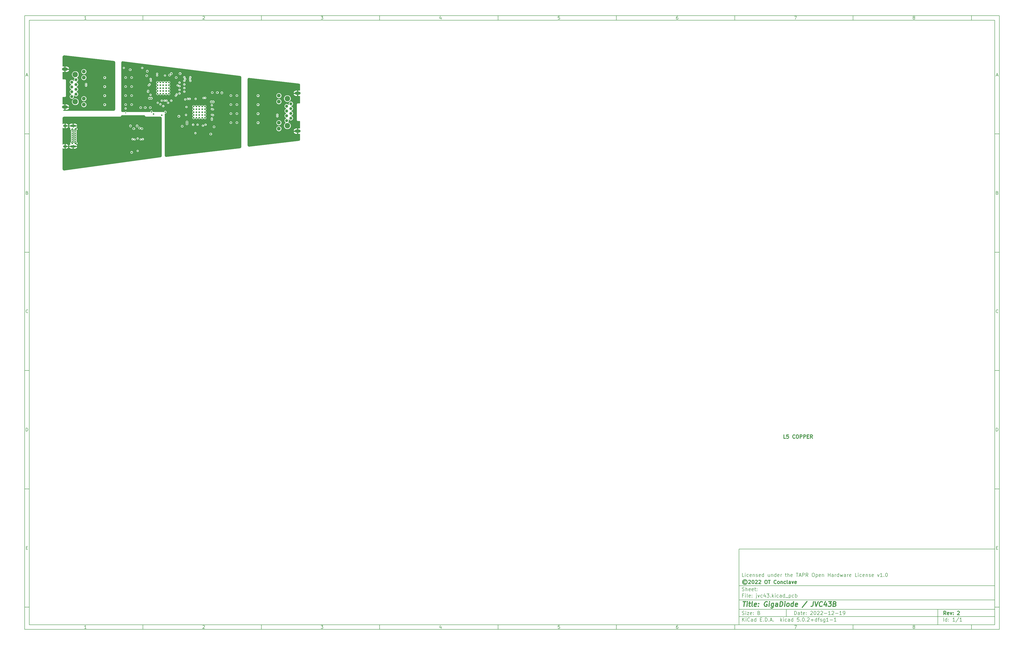
<source format=gbr>
G04 #@! TF.GenerationSoftware,KiCad,Pcbnew,5.0.2+dfsg1-1*
G04 #@! TF.CreationDate,2022-12-19T16:21:19-08:00*
G04 #@! TF.ProjectId,jvc43,6a766334-332e-46b6-9963-61645f706362,2*
G04 #@! TF.SameCoordinates,Original*
G04 #@! TF.FileFunction,Copper,L5,Inr*
G04 #@! TF.FilePolarity,Positive*
%FSLAX46Y46*%
G04 Gerber Fmt 4.6, Leading zero omitted, Abs format (unit mm)*
G04 Created by KiCad (PCBNEW 5.0.2+dfsg1-1) date Mon 19 Dec 2022 04:21:19 PM PST*
%MOMM*%
%LPD*%
G01*
G04 APERTURE LIST*
%ADD10C,0.100000*%
%ADD11C,0.150000*%
%ADD12C,0.300000*%
%ADD13C,0.400000*%
G04 #@! TA.AperFunction,NonConductor*
%ADD14C,0.300000*%
G04 #@! TD*
G04 #@! TA.AperFunction,ViaPad*
%ADD15C,1.600000*%
G04 #@! TD*
G04 #@! TA.AperFunction,ViaPad*
%ADD16C,1.295400*%
G04 #@! TD*
G04 #@! TA.AperFunction,ViaPad*
%ADD17O,2.500000X1.300000*%
G04 #@! TD*
G04 #@! TA.AperFunction,WasherPad*
%ADD18C,2.300000*%
G04 #@! TD*
G04 #@! TA.AperFunction,ViaPad*
%ADD19O,1.700000X0.900000*%
G04 #@! TD*
G04 #@! TA.AperFunction,ViaPad*
%ADD20O,2.400000X0.900000*%
G04 #@! TD*
G04 #@! TA.AperFunction,ViaPad*
%ADD21C,0.650000*%
G04 #@! TD*
G04 #@! TA.AperFunction,ViaPad*
%ADD22C,0.700000*%
G04 #@! TD*
G04 #@! TA.AperFunction,ViaPad*
%ADD23C,0.457200*%
G04 #@! TD*
G04 #@! TA.AperFunction,ViaPad*
%ADD24C,0.635000*%
G04 #@! TD*
G04 #@! TA.AperFunction,Conductor*
%ADD25C,0.198120*%
G04 #@! TD*
G04 #@! TA.AperFunction,Conductor*
%ADD26C,0.254000*%
G04 #@! TD*
G04 APERTURE END LIST*
D10*
D11*
X311800000Y-235400000D02*
X311800000Y-267400000D01*
X419800000Y-267400000D01*
X419800000Y-235400000D01*
X311800000Y-235400000D01*
D10*
D11*
X10000000Y-10000000D02*
X10000000Y-269400000D01*
X421800000Y-269400000D01*
X421800000Y-10000000D01*
X10000000Y-10000000D01*
D10*
D11*
X12000000Y-12000000D02*
X12000000Y-267400000D01*
X419800000Y-267400000D01*
X419800000Y-12000000D01*
X12000000Y-12000000D01*
D10*
D11*
X60000000Y-12000000D02*
X60000000Y-10000000D01*
D10*
D11*
X110000000Y-12000000D02*
X110000000Y-10000000D01*
D10*
D11*
X160000000Y-12000000D02*
X160000000Y-10000000D01*
D10*
D11*
X210000000Y-12000000D02*
X210000000Y-10000000D01*
D10*
D11*
X260000000Y-12000000D02*
X260000000Y-10000000D01*
D10*
D11*
X310000000Y-12000000D02*
X310000000Y-10000000D01*
D10*
D11*
X360000000Y-12000000D02*
X360000000Y-10000000D01*
D10*
D11*
X410000000Y-12000000D02*
X410000000Y-10000000D01*
D10*
D11*
X36065476Y-11588095D02*
X35322619Y-11588095D01*
X35694047Y-11588095D02*
X35694047Y-10288095D01*
X35570238Y-10473809D01*
X35446428Y-10597619D01*
X35322619Y-10659523D01*
D10*
D11*
X85322619Y-10411904D02*
X85384523Y-10350000D01*
X85508333Y-10288095D01*
X85817857Y-10288095D01*
X85941666Y-10350000D01*
X86003571Y-10411904D01*
X86065476Y-10535714D01*
X86065476Y-10659523D01*
X86003571Y-10845238D01*
X85260714Y-11588095D01*
X86065476Y-11588095D01*
D10*
D11*
X135260714Y-10288095D02*
X136065476Y-10288095D01*
X135632142Y-10783333D01*
X135817857Y-10783333D01*
X135941666Y-10845238D01*
X136003571Y-10907142D01*
X136065476Y-11030952D01*
X136065476Y-11340476D01*
X136003571Y-11464285D01*
X135941666Y-11526190D01*
X135817857Y-11588095D01*
X135446428Y-11588095D01*
X135322619Y-11526190D01*
X135260714Y-11464285D01*
D10*
D11*
X185941666Y-10721428D02*
X185941666Y-11588095D01*
X185632142Y-10226190D02*
X185322619Y-11154761D01*
X186127380Y-11154761D01*
D10*
D11*
X236003571Y-10288095D02*
X235384523Y-10288095D01*
X235322619Y-10907142D01*
X235384523Y-10845238D01*
X235508333Y-10783333D01*
X235817857Y-10783333D01*
X235941666Y-10845238D01*
X236003571Y-10907142D01*
X236065476Y-11030952D01*
X236065476Y-11340476D01*
X236003571Y-11464285D01*
X235941666Y-11526190D01*
X235817857Y-11588095D01*
X235508333Y-11588095D01*
X235384523Y-11526190D01*
X235322619Y-11464285D01*
D10*
D11*
X285941666Y-10288095D02*
X285694047Y-10288095D01*
X285570238Y-10350000D01*
X285508333Y-10411904D01*
X285384523Y-10597619D01*
X285322619Y-10845238D01*
X285322619Y-11340476D01*
X285384523Y-11464285D01*
X285446428Y-11526190D01*
X285570238Y-11588095D01*
X285817857Y-11588095D01*
X285941666Y-11526190D01*
X286003571Y-11464285D01*
X286065476Y-11340476D01*
X286065476Y-11030952D01*
X286003571Y-10907142D01*
X285941666Y-10845238D01*
X285817857Y-10783333D01*
X285570238Y-10783333D01*
X285446428Y-10845238D01*
X285384523Y-10907142D01*
X285322619Y-11030952D01*
D10*
D11*
X335260714Y-10288095D02*
X336127380Y-10288095D01*
X335570238Y-11588095D01*
D10*
D11*
X385570238Y-10845238D02*
X385446428Y-10783333D01*
X385384523Y-10721428D01*
X385322619Y-10597619D01*
X385322619Y-10535714D01*
X385384523Y-10411904D01*
X385446428Y-10350000D01*
X385570238Y-10288095D01*
X385817857Y-10288095D01*
X385941666Y-10350000D01*
X386003571Y-10411904D01*
X386065476Y-10535714D01*
X386065476Y-10597619D01*
X386003571Y-10721428D01*
X385941666Y-10783333D01*
X385817857Y-10845238D01*
X385570238Y-10845238D01*
X385446428Y-10907142D01*
X385384523Y-10969047D01*
X385322619Y-11092857D01*
X385322619Y-11340476D01*
X385384523Y-11464285D01*
X385446428Y-11526190D01*
X385570238Y-11588095D01*
X385817857Y-11588095D01*
X385941666Y-11526190D01*
X386003571Y-11464285D01*
X386065476Y-11340476D01*
X386065476Y-11092857D01*
X386003571Y-10969047D01*
X385941666Y-10907142D01*
X385817857Y-10845238D01*
D10*
D11*
X60000000Y-267400000D02*
X60000000Y-269400000D01*
D10*
D11*
X110000000Y-267400000D02*
X110000000Y-269400000D01*
D10*
D11*
X160000000Y-267400000D02*
X160000000Y-269400000D01*
D10*
D11*
X210000000Y-267400000D02*
X210000000Y-269400000D01*
D10*
D11*
X260000000Y-267400000D02*
X260000000Y-269400000D01*
D10*
D11*
X310000000Y-267400000D02*
X310000000Y-269400000D01*
D10*
D11*
X360000000Y-267400000D02*
X360000000Y-269400000D01*
D10*
D11*
X410000000Y-267400000D02*
X410000000Y-269400000D01*
D10*
D11*
X36065476Y-268988095D02*
X35322619Y-268988095D01*
X35694047Y-268988095D02*
X35694047Y-267688095D01*
X35570238Y-267873809D01*
X35446428Y-267997619D01*
X35322619Y-268059523D01*
D10*
D11*
X85322619Y-267811904D02*
X85384523Y-267750000D01*
X85508333Y-267688095D01*
X85817857Y-267688095D01*
X85941666Y-267750000D01*
X86003571Y-267811904D01*
X86065476Y-267935714D01*
X86065476Y-268059523D01*
X86003571Y-268245238D01*
X85260714Y-268988095D01*
X86065476Y-268988095D01*
D10*
D11*
X135260714Y-267688095D02*
X136065476Y-267688095D01*
X135632142Y-268183333D01*
X135817857Y-268183333D01*
X135941666Y-268245238D01*
X136003571Y-268307142D01*
X136065476Y-268430952D01*
X136065476Y-268740476D01*
X136003571Y-268864285D01*
X135941666Y-268926190D01*
X135817857Y-268988095D01*
X135446428Y-268988095D01*
X135322619Y-268926190D01*
X135260714Y-268864285D01*
D10*
D11*
X185941666Y-268121428D02*
X185941666Y-268988095D01*
X185632142Y-267626190D02*
X185322619Y-268554761D01*
X186127380Y-268554761D01*
D10*
D11*
X236003571Y-267688095D02*
X235384523Y-267688095D01*
X235322619Y-268307142D01*
X235384523Y-268245238D01*
X235508333Y-268183333D01*
X235817857Y-268183333D01*
X235941666Y-268245238D01*
X236003571Y-268307142D01*
X236065476Y-268430952D01*
X236065476Y-268740476D01*
X236003571Y-268864285D01*
X235941666Y-268926190D01*
X235817857Y-268988095D01*
X235508333Y-268988095D01*
X235384523Y-268926190D01*
X235322619Y-268864285D01*
D10*
D11*
X285941666Y-267688095D02*
X285694047Y-267688095D01*
X285570238Y-267750000D01*
X285508333Y-267811904D01*
X285384523Y-267997619D01*
X285322619Y-268245238D01*
X285322619Y-268740476D01*
X285384523Y-268864285D01*
X285446428Y-268926190D01*
X285570238Y-268988095D01*
X285817857Y-268988095D01*
X285941666Y-268926190D01*
X286003571Y-268864285D01*
X286065476Y-268740476D01*
X286065476Y-268430952D01*
X286003571Y-268307142D01*
X285941666Y-268245238D01*
X285817857Y-268183333D01*
X285570238Y-268183333D01*
X285446428Y-268245238D01*
X285384523Y-268307142D01*
X285322619Y-268430952D01*
D10*
D11*
X335260714Y-267688095D02*
X336127380Y-267688095D01*
X335570238Y-268988095D01*
D10*
D11*
X385570238Y-268245238D02*
X385446428Y-268183333D01*
X385384523Y-268121428D01*
X385322619Y-267997619D01*
X385322619Y-267935714D01*
X385384523Y-267811904D01*
X385446428Y-267750000D01*
X385570238Y-267688095D01*
X385817857Y-267688095D01*
X385941666Y-267750000D01*
X386003571Y-267811904D01*
X386065476Y-267935714D01*
X386065476Y-267997619D01*
X386003571Y-268121428D01*
X385941666Y-268183333D01*
X385817857Y-268245238D01*
X385570238Y-268245238D01*
X385446428Y-268307142D01*
X385384523Y-268369047D01*
X385322619Y-268492857D01*
X385322619Y-268740476D01*
X385384523Y-268864285D01*
X385446428Y-268926190D01*
X385570238Y-268988095D01*
X385817857Y-268988095D01*
X385941666Y-268926190D01*
X386003571Y-268864285D01*
X386065476Y-268740476D01*
X386065476Y-268492857D01*
X386003571Y-268369047D01*
X385941666Y-268307142D01*
X385817857Y-268245238D01*
D10*
D11*
X10000000Y-60000000D02*
X12000000Y-60000000D01*
D10*
D11*
X10000000Y-110000000D02*
X12000000Y-110000000D01*
D10*
D11*
X10000000Y-160000000D02*
X12000000Y-160000000D01*
D10*
D11*
X10000000Y-210000000D02*
X12000000Y-210000000D01*
D10*
D11*
X10000000Y-260000000D02*
X12000000Y-260000000D01*
D10*
D11*
X10690476Y-35216666D02*
X11309523Y-35216666D01*
X10566666Y-35588095D02*
X11000000Y-34288095D01*
X11433333Y-35588095D01*
D10*
D11*
X11092857Y-84907142D02*
X11278571Y-84969047D01*
X11340476Y-85030952D01*
X11402380Y-85154761D01*
X11402380Y-85340476D01*
X11340476Y-85464285D01*
X11278571Y-85526190D01*
X11154761Y-85588095D01*
X10659523Y-85588095D01*
X10659523Y-84288095D01*
X11092857Y-84288095D01*
X11216666Y-84350000D01*
X11278571Y-84411904D01*
X11340476Y-84535714D01*
X11340476Y-84659523D01*
X11278571Y-84783333D01*
X11216666Y-84845238D01*
X11092857Y-84907142D01*
X10659523Y-84907142D01*
D10*
D11*
X11402380Y-135464285D02*
X11340476Y-135526190D01*
X11154761Y-135588095D01*
X11030952Y-135588095D01*
X10845238Y-135526190D01*
X10721428Y-135402380D01*
X10659523Y-135278571D01*
X10597619Y-135030952D01*
X10597619Y-134845238D01*
X10659523Y-134597619D01*
X10721428Y-134473809D01*
X10845238Y-134350000D01*
X11030952Y-134288095D01*
X11154761Y-134288095D01*
X11340476Y-134350000D01*
X11402380Y-134411904D01*
D10*
D11*
X10659523Y-185588095D02*
X10659523Y-184288095D01*
X10969047Y-184288095D01*
X11154761Y-184350000D01*
X11278571Y-184473809D01*
X11340476Y-184597619D01*
X11402380Y-184845238D01*
X11402380Y-185030952D01*
X11340476Y-185278571D01*
X11278571Y-185402380D01*
X11154761Y-185526190D01*
X10969047Y-185588095D01*
X10659523Y-185588095D01*
D10*
D11*
X10721428Y-234907142D02*
X11154761Y-234907142D01*
X11340476Y-235588095D02*
X10721428Y-235588095D01*
X10721428Y-234288095D01*
X11340476Y-234288095D01*
D10*
D11*
X421800000Y-60000000D02*
X419800000Y-60000000D01*
D10*
D11*
X421800000Y-110000000D02*
X419800000Y-110000000D01*
D10*
D11*
X421800000Y-160000000D02*
X419800000Y-160000000D01*
D10*
D11*
X421800000Y-210000000D02*
X419800000Y-210000000D01*
D10*
D11*
X421800000Y-260000000D02*
X419800000Y-260000000D01*
D10*
D11*
X420490476Y-35216666D02*
X421109523Y-35216666D01*
X420366666Y-35588095D02*
X420800000Y-34288095D01*
X421233333Y-35588095D01*
D10*
D11*
X420892857Y-84907142D02*
X421078571Y-84969047D01*
X421140476Y-85030952D01*
X421202380Y-85154761D01*
X421202380Y-85340476D01*
X421140476Y-85464285D01*
X421078571Y-85526190D01*
X420954761Y-85588095D01*
X420459523Y-85588095D01*
X420459523Y-84288095D01*
X420892857Y-84288095D01*
X421016666Y-84350000D01*
X421078571Y-84411904D01*
X421140476Y-84535714D01*
X421140476Y-84659523D01*
X421078571Y-84783333D01*
X421016666Y-84845238D01*
X420892857Y-84907142D01*
X420459523Y-84907142D01*
D10*
D11*
X421202380Y-135464285D02*
X421140476Y-135526190D01*
X420954761Y-135588095D01*
X420830952Y-135588095D01*
X420645238Y-135526190D01*
X420521428Y-135402380D01*
X420459523Y-135278571D01*
X420397619Y-135030952D01*
X420397619Y-134845238D01*
X420459523Y-134597619D01*
X420521428Y-134473809D01*
X420645238Y-134350000D01*
X420830952Y-134288095D01*
X420954761Y-134288095D01*
X421140476Y-134350000D01*
X421202380Y-134411904D01*
D10*
D11*
X420459523Y-185588095D02*
X420459523Y-184288095D01*
X420769047Y-184288095D01*
X420954761Y-184350000D01*
X421078571Y-184473809D01*
X421140476Y-184597619D01*
X421202380Y-184845238D01*
X421202380Y-185030952D01*
X421140476Y-185278571D01*
X421078571Y-185402380D01*
X420954761Y-185526190D01*
X420769047Y-185588095D01*
X420459523Y-185588095D01*
D10*
D11*
X420521428Y-234907142D02*
X420954761Y-234907142D01*
X421140476Y-235588095D02*
X420521428Y-235588095D01*
X420521428Y-234288095D01*
X421140476Y-234288095D01*
D10*
D11*
X335232142Y-263178571D02*
X335232142Y-261678571D01*
X335589285Y-261678571D01*
X335803571Y-261750000D01*
X335946428Y-261892857D01*
X336017857Y-262035714D01*
X336089285Y-262321428D01*
X336089285Y-262535714D01*
X336017857Y-262821428D01*
X335946428Y-262964285D01*
X335803571Y-263107142D01*
X335589285Y-263178571D01*
X335232142Y-263178571D01*
X337375000Y-263178571D02*
X337375000Y-262392857D01*
X337303571Y-262250000D01*
X337160714Y-262178571D01*
X336875000Y-262178571D01*
X336732142Y-262250000D01*
X337375000Y-263107142D02*
X337232142Y-263178571D01*
X336875000Y-263178571D01*
X336732142Y-263107142D01*
X336660714Y-262964285D01*
X336660714Y-262821428D01*
X336732142Y-262678571D01*
X336875000Y-262607142D01*
X337232142Y-262607142D01*
X337375000Y-262535714D01*
X337875000Y-262178571D02*
X338446428Y-262178571D01*
X338089285Y-261678571D02*
X338089285Y-262964285D01*
X338160714Y-263107142D01*
X338303571Y-263178571D01*
X338446428Y-263178571D01*
X339517857Y-263107142D02*
X339375000Y-263178571D01*
X339089285Y-263178571D01*
X338946428Y-263107142D01*
X338875000Y-262964285D01*
X338875000Y-262392857D01*
X338946428Y-262250000D01*
X339089285Y-262178571D01*
X339375000Y-262178571D01*
X339517857Y-262250000D01*
X339589285Y-262392857D01*
X339589285Y-262535714D01*
X338875000Y-262678571D01*
X340232142Y-263035714D02*
X340303571Y-263107142D01*
X340232142Y-263178571D01*
X340160714Y-263107142D01*
X340232142Y-263035714D01*
X340232142Y-263178571D01*
X340232142Y-262250000D02*
X340303571Y-262321428D01*
X340232142Y-262392857D01*
X340160714Y-262321428D01*
X340232142Y-262250000D01*
X340232142Y-262392857D01*
X342017857Y-261821428D02*
X342089285Y-261750000D01*
X342232142Y-261678571D01*
X342589285Y-261678571D01*
X342732142Y-261750000D01*
X342803571Y-261821428D01*
X342875000Y-261964285D01*
X342875000Y-262107142D01*
X342803571Y-262321428D01*
X341946428Y-263178571D01*
X342875000Y-263178571D01*
X343803571Y-261678571D02*
X343946428Y-261678571D01*
X344089285Y-261750000D01*
X344160714Y-261821428D01*
X344232142Y-261964285D01*
X344303571Y-262250000D01*
X344303571Y-262607142D01*
X344232142Y-262892857D01*
X344160714Y-263035714D01*
X344089285Y-263107142D01*
X343946428Y-263178571D01*
X343803571Y-263178571D01*
X343660714Y-263107142D01*
X343589285Y-263035714D01*
X343517857Y-262892857D01*
X343446428Y-262607142D01*
X343446428Y-262250000D01*
X343517857Y-261964285D01*
X343589285Y-261821428D01*
X343660714Y-261750000D01*
X343803571Y-261678571D01*
X344875000Y-261821428D02*
X344946428Y-261750000D01*
X345089285Y-261678571D01*
X345446428Y-261678571D01*
X345589285Y-261750000D01*
X345660714Y-261821428D01*
X345732142Y-261964285D01*
X345732142Y-262107142D01*
X345660714Y-262321428D01*
X344803571Y-263178571D01*
X345732142Y-263178571D01*
X346303571Y-261821428D02*
X346375000Y-261750000D01*
X346517857Y-261678571D01*
X346875000Y-261678571D01*
X347017857Y-261750000D01*
X347089285Y-261821428D01*
X347160714Y-261964285D01*
X347160714Y-262107142D01*
X347089285Y-262321428D01*
X346232142Y-263178571D01*
X347160714Y-263178571D01*
X347803571Y-262607142D02*
X348946428Y-262607142D01*
X350446428Y-263178571D02*
X349589285Y-263178571D01*
X350017857Y-263178571D02*
X350017857Y-261678571D01*
X349875000Y-261892857D01*
X349732142Y-262035714D01*
X349589285Y-262107142D01*
X351017857Y-261821428D02*
X351089285Y-261750000D01*
X351232142Y-261678571D01*
X351589285Y-261678571D01*
X351732142Y-261750000D01*
X351803571Y-261821428D01*
X351875000Y-261964285D01*
X351875000Y-262107142D01*
X351803571Y-262321428D01*
X350946428Y-263178571D01*
X351875000Y-263178571D01*
X352517857Y-262607142D02*
X353660714Y-262607142D01*
X355160714Y-263178571D02*
X354303571Y-263178571D01*
X354732142Y-263178571D02*
X354732142Y-261678571D01*
X354589285Y-261892857D01*
X354446428Y-262035714D01*
X354303571Y-262107142D01*
X355875000Y-263178571D02*
X356160714Y-263178571D01*
X356303571Y-263107142D01*
X356375000Y-263035714D01*
X356517857Y-262821428D01*
X356589285Y-262535714D01*
X356589285Y-261964285D01*
X356517857Y-261821428D01*
X356446428Y-261750000D01*
X356303571Y-261678571D01*
X356017857Y-261678571D01*
X355875000Y-261750000D01*
X355803571Y-261821428D01*
X355732142Y-261964285D01*
X355732142Y-262321428D01*
X355803571Y-262464285D01*
X355875000Y-262535714D01*
X356017857Y-262607142D01*
X356303571Y-262607142D01*
X356446428Y-262535714D01*
X356517857Y-262464285D01*
X356589285Y-262321428D01*
D10*
D11*
X311800000Y-263900000D02*
X419800000Y-263900000D01*
D10*
D11*
X313232142Y-265978571D02*
X313232142Y-264478571D01*
X314089285Y-265978571D02*
X313446428Y-265121428D01*
X314089285Y-264478571D02*
X313232142Y-265335714D01*
X314732142Y-265978571D02*
X314732142Y-264978571D01*
X314732142Y-264478571D02*
X314660714Y-264550000D01*
X314732142Y-264621428D01*
X314803571Y-264550000D01*
X314732142Y-264478571D01*
X314732142Y-264621428D01*
X316303571Y-265835714D02*
X316232142Y-265907142D01*
X316017857Y-265978571D01*
X315875000Y-265978571D01*
X315660714Y-265907142D01*
X315517857Y-265764285D01*
X315446428Y-265621428D01*
X315375000Y-265335714D01*
X315375000Y-265121428D01*
X315446428Y-264835714D01*
X315517857Y-264692857D01*
X315660714Y-264550000D01*
X315875000Y-264478571D01*
X316017857Y-264478571D01*
X316232142Y-264550000D01*
X316303571Y-264621428D01*
X317589285Y-265978571D02*
X317589285Y-265192857D01*
X317517857Y-265050000D01*
X317375000Y-264978571D01*
X317089285Y-264978571D01*
X316946428Y-265050000D01*
X317589285Y-265907142D02*
X317446428Y-265978571D01*
X317089285Y-265978571D01*
X316946428Y-265907142D01*
X316875000Y-265764285D01*
X316875000Y-265621428D01*
X316946428Y-265478571D01*
X317089285Y-265407142D01*
X317446428Y-265407142D01*
X317589285Y-265335714D01*
X318946428Y-265978571D02*
X318946428Y-264478571D01*
X318946428Y-265907142D02*
X318803571Y-265978571D01*
X318517857Y-265978571D01*
X318375000Y-265907142D01*
X318303571Y-265835714D01*
X318232142Y-265692857D01*
X318232142Y-265264285D01*
X318303571Y-265121428D01*
X318375000Y-265050000D01*
X318517857Y-264978571D01*
X318803571Y-264978571D01*
X318946428Y-265050000D01*
X320803571Y-265192857D02*
X321303571Y-265192857D01*
X321517857Y-265978571D02*
X320803571Y-265978571D01*
X320803571Y-264478571D01*
X321517857Y-264478571D01*
X322160714Y-265835714D02*
X322232142Y-265907142D01*
X322160714Y-265978571D01*
X322089285Y-265907142D01*
X322160714Y-265835714D01*
X322160714Y-265978571D01*
X322875000Y-265978571D02*
X322875000Y-264478571D01*
X323232142Y-264478571D01*
X323446428Y-264550000D01*
X323589285Y-264692857D01*
X323660714Y-264835714D01*
X323732142Y-265121428D01*
X323732142Y-265335714D01*
X323660714Y-265621428D01*
X323589285Y-265764285D01*
X323446428Y-265907142D01*
X323232142Y-265978571D01*
X322875000Y-265978571D01*
X324375000Y-265835714D02*
X324446428Y-265907142D01*
X324375000Y-265978571D01*
X324303571Y-265907142D01*
X324375000Y-265835714D01*
X324375000Y-265978571D01*
X325017857Y-265550000D02*
X325732142Y-265550000D01*
X324875000Y-265978571D02*
X325375000Y-264478571D01*
X325875000Y-265978571D01*
X326375000Y-265835714D02*
X326446428Y-265907142D01*
X326375000Y-265978571D01*
X326303571Y-265907142D01*
X326375000Y-265835714D01*
X326375000Y-265978571D01*
X329375000Y-265978571D02*
X329375000Y-264478571D01*
X329517857Y-265407142D02*
X329946428Y-265978571D01*
X329946428Y-264978571D02*
X329375000Y-265550000D01*
X330589285Y-265978571D02*
X330589285Y-264978571D01*
X330589285Y-264478571D02*
X330517857Y-264550000D01*
X330589285Y-264621428D01*
X330660714Y-264550000D01*
X330589285Y-264478571D01*
X330589285Y-264621428D01*
X331946428Y-265907142D02*
X331803571Y-265978571D01*
X331517857Y-265978571D01*
X331375000Y-265907142D01*
X331303571Y-265835714D01*
X331232142Y-265692857D01*
X331232142Y-265264285D01*
X331303571Y-265121428D01*
X331375000Y-265050000D01*
X331517857Y-264978571D01*
X331803571Y-264978571D01*
X331946428Y-265050000D01*
X333232142Y-265978571D02*
X333232142Y-265192857D01*
X333160714Y-265050000D01*
X333017857Y-264978571D01*
X332732142Y-264978571D01*
X332589285Y-265050000D01*
X333232142Y-265907142D02*
X333089285Y-265978571D01*
X332732142Y-265978571D01*
X332589285Y-265907142D01*
X332517857Y-265764285D01*
X332517857Y-265621428D01*
X332589285Y-265478571D01*
X332732142Y-265407142D01*
X333089285Y-265407142D01*
X333232142Y-265335714D01*
X334589285Y-265978571D02*
X334589285Y-264478571D01*
X334589285Y-265907142D02*
X334446428Y-265978571D01*
X334160714Y-265978571D01*
X334017857Y-265907142D01*
X333946428Y-265835714D01*
X333875000Y-265692857D01*
X333875000Y-265264285D01*
X333946428Y-265121428D01*
X334017857Y-265050000D01*
X334160714Y-264978571D01*
X334446428Y-264978571D01*
X334589285Y-265050000D01*
X337160714Y-264478571D02*
X336446428Y-264478571D01*
X336375000Y-265192857D01*
X336446428Y-265121428D01*
X336589285Y-265050000D01*
X336946428Y-265050000D01*
X337089285Y-265121428D01*
X337160714Y-265192857D01*
X337232142Y-265335714D01*
X337232142Y-265692857D01*
X337160714Y-265835714D01*
X337089285Y-265907142D01*
X336946428Y-265978571D01*
X336589285Y-265978571D01*
X336446428Y-265907142D01*
X336375000Y-265835714D01*
X337875000Y-265835714D02*
X337946428Y-265907142D01*
X337875000Y-265978571D01*
X337803571Y-265907142D01*
X337875000Y-265835714D01*
X337875000Y-265978571D01*
X338875000Y-264478571D02*
X339017857Y-264478571D01*
X339160714Y-264550000D01*
X339232142Y-264621428D01*
X339303571Y-264764285D01*
X339375000Y-265050000D01*
X339375000Y-265407142D01*
X339303571Y-265692857D01*
X339232142Y-265835714D01*
X339160714Y-265907142D01*
X339017857Y-265978571D01*
X338875000Y-265978571D01*
X338732142Y-265907142D01*
X338660714Y-265835714D01*
X338589285Y-265692857D01*
X338517857Y-265407142D01*
X338517857Y-265050000D01*
X338589285Y-264764285D01*
X338660714Y-264621428D01*
X338732142Y-264550000D01*
X338875000Y-264478571D01*
X340017857Y-265835714D02*
X340089285Y-265907142D01*
X340017857Y-265978571D01*
X339946428Y-265907142D01*
X340017857Y-265835714D01*
X340017857Y-265978571D01*
X340660714Y-264621428D02*
X340732142Y-264550000D01*
X340875000Y-264478571D01*
X341232142Y-264478571D01*
X341375000Y-264550000D01*
X341446428Y-264621428D01*
X341517857Y-264764285D01*
X341517857Y-264907142D01*
X341446428Y-265121428D01*
X340589285Y-265978571D01*
X341517857Y-265978571D01*
X342160714Y-265407142D02*
X343303571Y-265407142D01*
X342732142Y-265978571D02*
X342732142Y-264835714D01*
X344660714Y-265978571D02*
X344660714Y-264478571D01*
X344660714Y-265907142D02*
X344517857Y-265978571D01*
X344232142Y-265978571D01*
X344089285Y-265907142D01*
X344017857Y-265835714D01*
X343946428Y-265692857D01*
X343946428Y-265264285D01*
X344017857Y-265121428D01*
X344089285Y-265050000D01*
X344232142Y-264978571D01*
X344517857Y-264978571D01*
X344660714Y-265050000D01*
X345160714Y-264978571D02*
X345732142Y-264978571D01*
X345375000Y-265978571D02*
X345375000Y-264692857D01*
X345446428Y-264550000D01*
X345589285Y-264478571D01*
X345732142Y-264478571D01*
X346160714Y-265907142D02*
X346303571Y-265978571D01*
X346589285Y-265978571D01*
X346732142Y-265907142D01*
X346803571Y-265764285D01*
X346803571Y-265692857D01*
X346732142Y-265550000D01*
X346589285Y-265478571D01*
X346375000Y-265478571D01*
X346232142Y-265407142D01*
X346160714Y-265264285D01*
X346160714Y-265192857D01*
X346232142Y-265050000D01*
X346375000Y-264978571D01*
X346589285Y-264978571D01*
X346732142Y-265050000D01*
X348089285Y-264978571D02*
X348089285Y-266192857D01*
X348017857Y-266335714D01*
X347946428Y-266407142D01*
X347803571Y-266478571D01*
X347589285Y-266478571D01*
X347446428Y-266407142D01*
X348089285Y-265907142D02*
X347946428Y-265978571D01*
X347660714Y-265978571D01*
X347517857Y-265907142D01*
X347446428Y-265835714D01*
X347375000Y-265692857D01*
X347375000Y-265264285D01*
X347446428Y-265121428D01*
X347517857Y-265050000D01*
X347660714Y-264978571D01*
X347946428Y-264978571D01*
X348089285Y-265050000D01*
X349589285Y-265978571D02*
X348732142Y-265978571D01*
X349160714Y-265978571D02*
X349160714Y-264478571D01*
X349017857Y-264692857D01*
X348875000Y-264835714D01*
X348732142Y-264907142D01*
X350232142Y-265407142D02*
X351375000Y-265407142D01*
X352875000Y-265978571D02*
X352017857Y-265978571D01*
X352446428Y-265978571D02*
X352446428Y-264478571D01*
X352303571Y-264692857D01*
X352160714Y-264835714D01*
X352017857Y-264907142D01*
D10*
D11*
X311800000Y-260900000D02*
X419800000Y-260900000D01*
D10*
D12*
X399209285Y-263178571D02*
X398709285Y-262464285D01*
X398352142Y-263178571D02*
X398352142Y-261678571D01*
X398923571Y-261678571D01*
X399066428Y-261750000D01*
X399137857Y-261821428D01*
X399209285Y-261964285D01*
X399209285Y-262178571D01*
X399137857Y-262321428D01*
X399066428Y-262392857D01*
X398923571Y-262464285D01*
X398352142Y-262464285D01*
X400423571Y-263107142D02*
X400280714Y-263178571D01*
X399995000Y-263178571D01*
X399852142Y-263107142D01*
X399780714Y-262964285D01*
X399780714Y-262392857D01*
X399852142Y-262250000D01*
X399995000Y-262178571D01*
X400280714Y-262178571D01*
X400423571Y-262250000D01*
X400495000Y-262392857D01*
X400495000Y-262535714D01*
X399780714Y-262678571D01*
X400995000Y-262178571D02*
X401352142Y-263178571D01*
X401709285Y-262178571D01*
X402280714Y-263035714D02*
X402352142Y-263107142D01*
X402280714Y-263178571D01*
X402209285Y-263107142D01*
X402280714Y-263035714D01*
X402280714Y-263178571D01*
X402280714Y-262250000D02*
X402352142Y-262321428D01*
X402280714Y-262392857D01*
X402209285Y-262321428D01*
X402280714Y-262250000D01*
X402280714Y-262392857D01*
X404066428Y-261821428D02*
X404137857Y-261750000D01*
X404280714Y-261678571D01*
X404637857Y-261678571D01*
X404780714Y-261750000D01*
X404852142Y-261821428D01*
X404923571Y-261964285D01*
X404923571Y-262107142D01*
X404852142Y-262321428D01*
X403995000Y-263178571D01*
X404923571Y-263178571D01*
D10*
D11*
X313160714Y-263107142D02*
X313375000Y-263178571D01*
X313732142Y-263178571D01*
X313875000Y-263107142D01*
X313946428Y-263035714D01*
X314017857Y-262892857D01*
X314017857Y-262750000D01*
X313946428Y-262607142D01*
X313875000Y-262535714D01*
X313732142Y-262464285D01*
X313446428Y-262392857D01*
X313303571Y-262321428D01*
X313232142Y-262250000D01*
X313160714Y-262107142D01*
X313160714Y-261964285D01*
X313232142Y-261821428D01*
X313303571Y-261750000D01*
X313446428Y-261678571D01*
X313803571Y-261678571D01*
X314017857Y-261750000D01*
X314660714Y-263178571D02*
X314660714Y-262178571D01*
X314660714Y-261678571D02*
X314589285Y-261750000D01*
X314660714Y-261821428D01*
X314732142Y-261750000D01*
X314660714Y-261678571D01*
X314660714Y-261821428D01*
X315232142Y-262178571D02*
X316017857Y-262178571D01*
X315232142Y-263178571D01*
X316017857Y-263178571D01*
X317160714Y-263107142D02*
X317017857Y-263178571D01*
X316732142Y-263178571D01*
X316589285Y-263107142D01*
X316517857Y-262964285D01*
X316517857Y-262392857D01*
X316589285Y-262250000D01*
X316732142Y-262178571D01*
X317017857Y-262178571D01*
X317160714Y-262250000D01*
X317232142Y-262392857D01*
X317232142Y-262535714D01*
X316517857Y-262678571D01*
X317875000Y-263035714D02*
X317946428Y-263107142D01*
X317875000Y-263178571D01*
X317803571Y-263107142D01*
X317875000Y-263035714D01*
X317875000Y-263178571D01*
X317875000Y-262250000D02*
X317946428Y-262321428D01*
X317875000Y-262392857D01*
X317803571Y-262321428D01*
X317875000Y-262250000D01*
X317875000Y-262392857D01*
X320232142Y-262392857D02*
X320446428Y-262464285D01*
X320517857Y-262535714D01*
X320589285Y-262678571D01*
X320589285Y-262892857D01*
X320517857Y-263035714D01*
X320446428Y-263107142D01*
X320303571Y-263178571D01*
X319732142Y-263178571D01*
X319732142Y-261678571D01*
X320232142Y-261678571D01*
X320375000Y-261750000D01*
X320446428Y-261821428D01*
X320517857Y-261964285D01*
X320517857Y-262107142D01*
X320446428Y-262250000D01*
X320375000Y-262321428D01*
X320232142Y-262392857D01*
X319732142Y-262392857D01*
D10*
D11*
X398232142Y-265978571D02*
X398232142Y-264478571D01*
X399589285Y-265978571D02*
X399589285Y-264478571D01*
X399589285Y-265907142D02*
X399446428Y-265978571D01*
X399160714Y-265978571D01*
X399017857Y-265907142D01*
X398946428Y-265835714D01*
X398875000Y-265692857D01*
X398875000Y-265264285D01*
X398946428Y-265121428D01*
X399017857Y-265050000D01*
X399160714Y-264978571D01*
X399446428Y-264978571D01*
X399589285Y-265050000D01*
X400303571Y-265835714D02*
X400375000Y-265907142D01*
X400303571Y-265978571D01*
X400232142Y-265907142D01*
X400303571Y-265835714D01*
X400303571Y-265978571D01*
X400303571Y-265050000D02*
X400375000Y-265121428D01*
X400303571Y-265192857D01*
X400232142Y-265121428D01*
X400303571Y-265050000D01*
X400303571Y-265192857D01*
X402946428Y-265978571D02*
X402089285Y-265978571D01*
X402517857Y-265978571D02*
X402517857Y-264478571D01*
X402375000Y-264692857D01*
X402232142Y-264835714D01*
X402089285Y-264907142D01*
X404660714Y-264407142D02*
X403375000Y-266335714D01*
X405946428Y-265978571D02*
X405089285Y-265978571D01*
X405517857Y-265978571D02*
X405517857Y-264478571D01*
X405375000Y-264692857D01*
X405232142Y-264835714D01*
X405089285Y-264907142D01*
D10*
D11*
X311800000Y-256900000D02*
X419800000Y-256900000D01*
D10*
D13*
X313512380Y-257604761D02*
X314655238Y-257604761D01*
X313833809Y-259604761D02*
X314083809Y-257604761D01*
X315071904Y-259604761D02*
X315238571Y-258271428D01*
X315321904Y-257604761D02*
X315214761Y-257700000D01*
X315298095Y-257795238D01*
X315405238Y-257700000D01*
X315321904Y-257604761D01*
X315298095Y-257795238D01*
X315905238Y-258271428D02*
X316667142Y-258271428D01*
X316274285Y-257604761D02*
X316060000Y-259319047D01*
X316131428Y-259509523D01*
X316310000Y-259604761D01*
X316500476Y-259604761D01*
X317452857Y-259604761D02*
X317274285Y-259509523D01*
X317202857Y-259319047D01*
X317417142Y-257604761D01*
X318988571Y-259509523D02*
X318786190Y-259604761D01*
X318405238Y-259604761D01*
X318226666Y-259509523D01*
X318155238Y-259319047D01*
X318250476Y-258557142D01*
X318369523Y-258366666D01*
X318571904Y-258271428D01*
X318952857Y-258271428D01*
X319131428Y-258366666D01*
X319202857Y-258557142D01*
X319179047Y-258747619D01*
X318202857Y-258938095D01*
X319952857Y-259414285D02*
X320036190Y-259509523D01*
X319929047Y-259604761D01*
X319845714Y-259509523D01*
X319952857Y-259414285D01*
X319929047Y-259604761D01*
X320083809Y-258366666D02*
X320167142Y-258461904D01*
X320060000Y-258557142D01*
X319976666Y-258461904D01*
X320083809Y-258366666D01*
X320060000Y-258557142D01*
X323690952Y-257700000D02*
X323512380Y-257604761D01*
X323226666Y-257604761D01*
X322929047Y-257700000D01*
X322714761Y-257890476D01*
X322595714Y-258080952D01*
X322452857Y-258461904D01*
X322417142Y-258747619D01*
X322464761Y-259128571D01*
X322536190Y-259319047D01*
X322702857Y-259509523D01*
X322976666Y-259604761D01*
X323167142Y-259604761D01*
X323464761Y-259509523D01*
X323571904Y-259414285D01*
X323655238Y-258747619D01*
X323274285Y-258747619D01*
X324405238Y-259604761D02*
X324571904Y-258271428D01*
X324655238Y-257604761D02*
X324548095Y-257700000D01*
X324631428Y-257795238D01*
X324738571Y-257700000D01*
X324655238Y-257604761D01*
X324631428Y-257795238D01*
X326381428Y-258271428D02*
X326179047Y-259890476D01*
X326060000Y-260080952D01*
X325952857Y-260176190D01*
X325750476Y-260271428D01*
X325464761Y-260271428D01*
X325286190Y-260176190D01*
X326226666Y-259509523D02*
X326024285Y-259604761D01*
X325643333Y-259604761D01*
X325464761Y-259509523D01*
X325381428Y-259414285D01*
X325310000Y-259223809D01*
X325381428Y-258652380D01*
X325500476Y-258461904D01*
X325607619Y-258366666D01*
X325810000Y-258271428D01*
X326190952Y-258271428D01*
X326369523Y-258366666D01*
X328024285Y-259604761D02*
X328155238Y-258557142D01*
X328083809Y-258366666D01*
X327905238Y-258271428D01*
X327524285Y-258271428D01*
X327321904Y-258366666D01*
X328036190Y-259509523D02*
X327833809Y-259604761D01*
X327357619Y-259604761D01*
X327179047Y-259509523D01*
X327107619Y-259319047D01*
X327131428Y-259128571D01*
X327250476Y-258938095D01*
X327452857Y-258842857D01*
X327929047Y-258842857D01*
X328131428Y-258747619D01*
X328976666Y-259604761D02*
X329226666Y-257604761D01*
X329702857Y-257604761D01*
X329976666Y-257700000D01*
X330143333Y-257890476D01*
X330214761Y-258080952D01*
X330262380Y-258461904D01*
X330226666Y-258747619D01*
X330083809Y-259128571D01*
X329964761Y-259319047D01*
X329750476Y-259509523D01*
X329452857Y-259604761D01*
X328976666Y-259604761D01*
X330976666Y-259604761D02*
X331143333Y-258271428D01*
X331226666Y-257604761D02*
X331119523Y-257700000D01*
X331202857Y-257795238D01*
X331310000Y-257700000D01*
X331226666Y-257604761D01*
X331202857Y-257795238D01*
X332214761Y-259604761D02*
X332036190Y-259509523D01*
X331952857Y-259414285D01*
X331881428Y-259223809D01*
X331952857Y-258652380D01*
X332071904Y-258461904D01*
X332179047Y-258366666D01*
X332381428Y-258271428D01*
X332667142Y-258271428D01*
X332845714Y-258366666D01*
X332929047Y-258461904D01*
X333000476Y-258652380D01*
X332929047Y-259223809D01*
X332810000Y-259414285D01*
X332702857Y-259509523D01*
X332500476Y-259604761D01*
X332214761Y-259604761D01*
X334595714Y-259604761D02*
X334845714Y-257604761D01*
X334607619Y-259509523D02*
X334405238Y-259604761D01*
X334024285Y-259604761D01*
X333845714Y-259509523D01*
X333762380Y-259414285D01*
X333690952Y-259223809D01*
X333762380Y-258652380D01*
X333881428Y-258461904D01*
X333988571Y-258366666D01*
X334190952Y-258271428D01*
X334571904Y-258271428D01*
X334750476Y-258366666D01*
X336321904Y-259509523D02*
X336119523Y-259604761D01*
X335738571Y-259604761D01*
X335560000Y-259509523D01*
X335488571Y-259319047D01*
X335583809Y-258557142D01*
X335702857Y-258366666D01*
X335905238Y-258271428D01*
X336286190Y-258271428D01*
X336464761Y-258366666D01*
X336536190Y-258557142D01*
X336512380Y-258747619D01*
X335536190Y-258938095D01*
X340476666Y-257509523D02*
X338440952Y-260080952D01*
X343226666Y-257604761D02*
X343048095Y-259033333D01*
X342917142Y-259319047D01*
X342702857Y-259509523D01*
X342405238Y-259604761D01*
X342214761Y-259604761D01*
X343893333Y-257604761D02*
X344310000Y-259604761D01*
X345226666Y-257604761D01*
X346810000Y-259414285D02*
X346702857Y-259509523D01*
X346405238Y-259604761D01*
X346214761Y-259604761D01*
X345940952Y-259509523D01*
X345774285Y-259319047D01*
X345702857Y-259128571D01*
X345655238Y-258747619D01*
X345690952Y-258461904D01*
X345833809Y-258080952D01*
X345952857Y-257890476D01*
X346167142Y-257700000D01*
X346464761Y-257604761D01*
X346655238Y-257604761D01*
X346929047Y-257700000D01*
X347012380Y-257795238D01*
X348667142Y-258271428D02*
X348500476Y-259604761D01*
X348286190Y-257509523D02*
X347631428Y-258938095D01*
X348869523Y-258938095D01*
X349607619Y-257604761D02*
X350845714Y-257604761D01*
X350083809Y-258366666D01*
X350369523Y-258366666D01*
X350548095Y-258461904D01*
X350631428Y-258557142D01*
X350702857Y-258747619D01*
X350643333Y-259223809D01*
X350524285Y-259414285D01*
X350417142Y-259509523D01*
X350214761Y-259604761D01*
X349643333Y-259604761D01*
X349464761Y-259509523D01*
X349381428Y-259414285D01*
X352250476Y-258557142D02*
X352524285Y-258652380D01*
X352607619Y-258747619D01*
X352679047Y-258938095D01*
X352643333Y-259223809D01*
X352524285Y-259414285D01*
X352417142Y-259509523D01*
X352214761Y-259604761D01*
X351452857Y-259604761D01*
X351702857Y-257604761D01*
X352369523Y-257604761D01*
X352548095Y-257700000D01*
X352631428Y-257795238D01*
X352702857Y-257985714D01*
X352679047Y-258176190D01*
X352560000Y-258366666D01*
X352452857Y-258461904D01*
X352250476Y-258557142D01*
X351583809Y-258557142D01*
D10*
D11*
X313732142Y-254992857D02*
X313232142Y-254992857D01*
X313232142Y-255778571D02*
X313232142Y-254278571D01*
X313946428Y-254278571D01*
X314517857Y-255778571D02*
X314517857Y-254778571D01*
X314517857Y-254278571D02*
X314446428Y-254350000D01*
X314517857Y-254421428D01*
X314589285Y-254350000D01*
X314517857Y-254278571D01*
X314517857Y-254421428D01*
X315446428Y-255778571D02*
X315303571Y-255707142D01*
X315232142Y-255564285D01*
X315232142Y-254278571D01*
X316589285Y-255707142D02*
X316446428Y-255778571D01*
X316160714Y-255778571D01*
X316017857Y-255707142D01*
X315946428Y-255564285D01*
X315946428Y-254992857D01*
X316017857Y-254850000D01*
X316160714Y-254778571D01*
X316446428Y-254778571D01*
X316589285Y-254850000D01*
X316660714Y-254992857D01*
X316660714Y-255135714D01*
X315946428Y-255278571D01*
X317303571Y-255635714D02*
X317375000Y-255707142D01*
X317303571Y-255778571D01*
X317232142Y-255707142D01*
X317303571Y-255635714D01*
X317303571Y-255778571D01*
X317303571Y-254850000D02*
X317375000Y-254921428D01*
X317303571Y-254992857D01*
X317232142Y-254921428D01*
X317303571Y-254850000D01*
X317303571Y-254992857D01*
X319160714Y-254778571D02*
X319160714Y-256064285D01*
X319089285Y-256207142D01*
X318946428Y-256278571D01*
X318875000Y-256278571D01*
X319160714Y-254278571D02*
X319089285Y-254350000D01*
X319160714Y-254421428D01*
X319232142Y-254350000D01*
X319160714Y-254278571D01*
X319160714Y-254421428D01*
X319732142Y-254778571D02*
X320089285Y-255778571D01*
X320446428Y-254778571D01*
X321660714Y-255707142D02*
X321517857Y-255778571D01*
X321232142Y-255778571D01*
X321089285Y-255707142D01*
X321017857Y-255635714D01*
X320946428Y-255492857D01*
X320946428Y-255064285D01*
X321017857Y-254921428D01*
X321089285Y-254850000D01*
X321232142Y-254778571D01*
X321517857Y-254778571D01*
X321660714Y-254850000D01*
X322946428Y-254778571D02*
X322946428Y-255778571D01*
X322589285Y-254207142D02*
X322232142Y-255278571D01*
X323160714Y-255278571D01*
X323589285Y-254278571D02*
X324517857Y-254278571D01*
X324017857Y-254850000D01*
X324232142Y-254850000D01*
X324375000Y-254921428D01*
X324446428Y-254992857D01*
X324517857Y-255135714D01*
X324517857Y-255492857D01*
X324446428Y-255635714D01*
X324375000Y-255707142D01*
X324232142Y-255778571D01*
X323803571Y-255778571D01*
X323660714Y-255707142D01*
X323589285Y-255635714D01*
X325160714Y-255635714D02*
X325232142Y-255707142D01*
X325160714Y-255778571D01*
X325089285Y-255707142D01*
X325160714Y-255635714D01*
X325160714Y-255778571D01*
X325875000Y-255778571D02*
X325875000Y-254278571D01*
X326017857Y-255207142D02*
X326446428Y-255778571D01*
X326446428Y-254778571D02*
X325875000Y-255350000D01*
X327089285Y-255778571D02*
X327089285Y-254778571D01*
X327089285Y-254278571D02*
X327017857Y-254350000D01*
X327089285Y-254421428D01*
X327160714Y-254350000D01*
X327089285Y-254278571D01*
X327089285Y-254421428D01*
X328446428Y-255707142D02*
X328303571Y-255778571D01*
X328017857Y-255778571D01*
X327875000Y-255707142D01*
X327803571Y-255635714D01*
X327732142Y-255492857D01*
X327732142Y-255064285D01*
X327803571Y-254921428D01*
X327875000Y-254850000D01*
X328017857Y-254778571D01*
X328303571Y-254778571D01*
X328446428Y-254850000D01*
X329732142Y-255778571D02*
X329732142Y-254992857D01*
X329660714Y-254850000D01*
X329517857Y-254778571D01*
X329232142Y-254778571D01*
X329089285Y-254850000D01*
X329732142Y-255707142D02*
X329589285Y-255778571D01*
X329232142Y-255778571D01*
X329089285Y-255707142D01*
X329017857Y-255564285D01*
X329017857Y-255421428D01*
X329089285Y-255278571D01*
X329232142Y-255207142D01*
X329589285Y-255207142D01*
X329732142Y-255135714D01*
X331089285Y-255778571D02*
X331089285Y-254278571D01*
X331089285Y-255707142D02*
X330946428Y-255778571D01*
X330660714Y-255778571D01*
X330517857Y-255707142D01*
X330446428Y-255635714D01*
X330375000Y-255492857D01*
X330375000Y-255064285D01*
X330446428Y-254921428D01*
X330517857Y-254850000D01*
X330660714Y-254778571D01*
X330946428Y-254778571D01*
X331089285Y-254850000D01*
X331446428Y-255921428D02*
X332589285Y-255921428D01*
X332946428Y-254778571D02*
X332946428Y-256278571D01*
X332946428Y-254850000D02*
X333089285Y-254778571D01*
X333375000Y-254778571D01*
X333517857Y-254850000D01*
X333589285Y-254921428D01*
X333660714Y-255064285D01*
X333660714Y-255492857D01*
X333589285Y-255635714D01*
X333517857Y-255707142D01*
X333375000Y-255778571D01*
X333089285Y-255778571D01*
X332946428Y-255707142D01*
X334946428Y-255707142D02*
X334803571Y-255778571D01*
X334517857Y-255778571D01*
X334375000Y-255707142D01*
X334303571Y-255635714D01*
X334232142Y-255492857D01*
X334232142Y-255064285D01*
X334303571Y-254921428D01*
X334375000Y-254850000D01*
X334517857Y-254778571D01*
X334803571Y-254778571D01*
X334946428Y-254850000D01*
X335589285Y-255778571D02*
X335589285Y-254278571D01*
X335589285Y-254850000D02*
X335732142Y-254778571D01*
X336017857Y-254778571D01*
X336160714Y-254850000D01*
X336232142Y-254921428D01*
X336303571Y-255064285D01*
X336303571Y-255492857D01*
X336232142Y-255635714D01*
X336160714Y-255707142D01*
X336017857Y-255778571D01*
X335732142Y-255778571D01*
X335589285Y-255707142D01*
D10*
D11*
X311800000Y-250900000D02*
X419800000Y-250900000D01*
D10*
D11*
X313160714Y-253007142D02*
X313375000Y-253078571D01*
X313732142Y-253078571D01*
X313875000Y-253007142D01*
X313946428Y-252935714D01*
X314017857Y-252792857D01*
X314017857Y-252650000D01*
X313946428Y-252507142D01*
X313875000Y-252435714D01*
X313732142Y-252364285D01*
X313446428Y-252292857D01*
X313303571Y-252221428D01*
X313232142Y-252150000D01*
X313160714Y-252007142D01*
X313160714Y-251864285D01*
X313232142Y-251721428D01*
X313303571Y-251650000D01*
X313446428Y-251578571D01*
X313803571Y-251578571D01*
X314017857Y-251650000D01*
X314660714Y-253078571D02*
X314660714Y-251578571D01*
X315303571Y-253078571D02*
X315303571Y-252292857D01*
X315232142Y-252150000D01*
X315089285Y-252078571D01*
X314875000Y-252078571D01*
X314732142Y-252150000D01*
X314660714Y-252221428D01*
X316589285Y-253007142D02*
X316446428Y-253078571D01*
X316160714Y-253078571D01*
X316017857Y-253007142D01*
X315946428Y-252864285D01*
X315946428Y-252292857D01*
X316017857Y-252150000D01*
X316160714Y-252078571D01*
X316446428Y-252078571D01*
X316589285Y-252150000D01*
X316660714Y-252292857D01*
X316660714Y-252435714D01*
X315946428Y-252578571D01*
X317875000Y-253007142D02*
X317732142Y-253078571D01*
X317446428Y-253078571D01*
X317303571Y-253007142D01*
X317232142Y-252864285D01*
X317232142Y-252292857D01*
X317303571Y-252150000D01*
X317446428Y-252078571D01*
X317732142Y-252078571D01*
X317875000Y-252150000D01*
X317946428Y-252292857D01*
X317946428Y-252435714D01*
X317232142Y-252578571D01*
X318375000Y-252078571D02*
X318946428Y-252078571D01*
X318589285Y-251578571D02*
X318589285Y-252864285D01*
X318660714Y-253007142D01*
X318803571Y-253078571D01*
X318946428Y-253078571D01*
X319446428Y-252935714D02*
X319517857Y-253007142D01*
X319446428Y-253078571D01*
X319375000Y-253007142D01*
X319446428Y-252935714D01*
X319446428Y-253078571D01*
X319446428Y-252150000D02*
X319517857Y-252221428D01*
X319446428Y-252292857D01*
X319375000Y-252221428D01*
X319446428Y-252150000D01*
X319446428Y-252292857D01*
D10*
D12*
X314566428Y-248935714D02*
X314423571Y-248864285D01*
X314137857Y-248864285D01*
X313995000Y-248935714D01*
X313852142Y-249078571D01*
X313780714Y-249221428D01*
X313780714Y-249507142D01*
X313852142Y-249650000D01*
X313995000Y-249792857D01*
X314137857Y-249864285D01*
X314423571Y-249864285D01*
X314566428Y-249792857D01*
X314280714Y-248364285D02*
X313923571Y-248435714D01*
X313566428Y-248650000D01*
X313352142Y-249007142D01*
X313280714Y-249364285D01*
X313352142Y-249721428D01*
X313566428Y-250078571D01*
X313923571Y-250292857D01*
X314280714Y-250364285D01*
X314637857Y-250292857D01*
X314995000Y-250078571D01*
X315209285Y-249721428D01*
X315280714Y-249364285D01*
X315209285Y-249007142D01*
X314995000Y-248650000D01*
X314637857Y-248435714D01*
X314280714Y-248364285D01*
X315852142Y-248721428D02*
X315923571Y-248650000D01*
X316066428Y-248578571D01*
X316423571Y-248578571D01*
X316566428Y-248650000D01*
X316637857Y-248721428D01*
X316709285Y-248864285D01*
X316709285Y-249007142D01*
X316637857Y-249221428D01*
X315780714Y-250078571D01*
X316709285Y-250078571D01*
X317637857Y-248578571D02*
X317780714Y-248578571D01*
X317923571Y-248650000D01*
X317995000Y-248721428D01*
X318066428Y-248864285D01*
X318137857Y-249150000D01*
X318137857Y-249507142D01*
X318066428Y-249792857D01*
X317995000Y-249935714D01*
X317923571Y-250007142D01*
X317780714Y-250078571D01*
X317637857Y-250078571D01*
X317495000Y-250007142D01*
X317423571Y-249935714D01*
X317352142Y-249792857D01*
X317280714Y-249507142D01*
X317280714Y-249150000D01*
X317352142Y-248864285D01*
X317423571Y-248721428D01*
X317495000Y-248650000D01*
X317637857Y-248578571D01*
X318709285Y-248721428D02*
X318780714Y-248650000D01*
X318923571Y-248578571D01*
X319280714Y-248578571D01*
X319423571Y-248650000D01*
X319495000Y-248721428D01*
X319566428Y-248864285D01*
X319566428Y-249007142D01*
X319495000Y-249221428D01*
X318637857Y-250078571D01*
X319566428Y-250078571D01*
X320137857Y-248721428D02*
X320209285Y-248650000D01*
X320352142Y-248578571D01*
X320709285Y-248578571D01*
X320852142Y-248650000D01*
X320923571Y-248721428D01*
X320995000Y-248864285D01*
X320995000Y-249007142D01*
X320923571Y-249221428D01*
X320066428Y-250078571D01*
X320995000Y-250078571D01*
X323066428Y-248578571D02*
X323352142Y-248578571D01*
X323495000Y-248650000D01*
X323637857Y-248792857D01*
X323709285Y-249078571D01*
X323709285Y-249578571D01*
X323637857Y-249864285D01*
X323495000Y-250007142D01*
X323352142Y-250078571D01*
X323066428Y-250078571D01*
X322923571Y-250007142D01*
X322780714Y-249864285D01*
X322709285Y-249578571D01*
X322709285Y-249078571D01*
X322780714Y-248792857D01*
X322923571Y-248650000D01*
X323066428Y-248578571D01*
X324137857Y-248578571D02*
X324995000Y-248578571D01*
X324566428Y-250078571D02*
X324566428Y-248578571D01*
X327495000Y-249935714D02*
X327423571Y-250007142D01*
X327209285Y-250078571D01*
X327066428Y-250078571D01*
X326852142Y-250007142D01*
X326709285Y-249864285D01*
X326637857Y-249721428D01*
X326566428Y-249435714D01*
X326566428Y-249221428D01*
X326637857Y-248935714D01*
X326709285Y-248792857D01*
X326852142Y-248650000D01*
X327066428Y-248578571D01*
X327209285Y-248578571D01*
X327423571Y-248650000D01*
X327495000Y-248721428D01*
X328352142Y-250078571D02*
X328209285Y-250007142D01*
X328137857Y-249935714D01*
X328066428Y-249792857D01*
X328066428Y-249364285D01*
X328137857Y-249221428D01*
X328209285Y-249150000D01*
X328352142Y-249078571D01*
X328566428Y-249078571D01*
X328709285Y-249150000D01*
X328780714Y-249221428D01*
X328852142Y-249364285D01*
X328852142Y-249792857D01*
X328780714Y-249935714D01*
X328709285Y-250007142D01*
X328566428Y-250078571D01*
X328352142Y-250078571D01*
X329495000Y-249078571D02*
X329495000Y-250078571D01*
X329495000Y-249221428D02*
X329566428Y-249150000D01*
X329709285Y-249078571D01*
X329923571Y-249078571D01*
X330066428Y-249150000D01*
X330137857Y-249292857D01*
X330137857Y-250078571D01*
X331495000Y-250007142D02*
X331352142Y-250078571D01*
X331066428Y-250078571D01*
X330923571Y-250007142D01*
X330852142Y-249935714D01*
X330780714Y-249792857D01*
X330780714Y-249364285D01*
X330852142Y-249221428D01*
X330923571Y-249150000D01*
X331066428Y-249078571D01*
X331352142Y-249078571D01*
X331495000Y-249150000D01*
X332352142Y-250078571D02*
X332209285Y-250007142D01*
X332137857Y-249864285D01*
X332137857Y-248578571D01*
X333566428Y-250078571D02*
X333566428Y-249292857D01*
X333495000Y-249150000D01*
X333352142Y-249078571D01*
X333066428Y-249078571D01*
X332923571Y-249150000D01*
X333566428Y-250007142D02*
X333423571Y-250078571D01*
X333066428Y-250078571D01*
X332923571Y-250007142D01*
X332852142Y-249864285D01*
X332852142Y-249721428D01*
X332923571Y-249578571D01*
X333066428Y-249507142D01*
X333423571Y-249507142D01*
X333566428Y-249435714D01*
X334137857Y-249078571D02*
X334495000Y-250078571D01*
X334852142Y-249078571D01*
X335995000Y-250007142D02*
X335852142Y-250078571D01*
X335566428Y-250078571D01*
X335423571Y-250007142D01*
X335352142Y-249864285D01*
X335352142Y-249292857D01*
X335423571Y-249150000D01*
X335566428Y-249078571D01*
X335852142Y-249078571D01*
X335995000Y-249150000D01*
X336066428Y-249292857D01*
X336066428Y-249435714D01*
X335352142Y-249578571D01*
D10*
D11*
X313946428Y-247078571D02*
X313232142Y-247078571D01*
X313232142Y-245578571D01*
X314446428Y-247078571D02*
X314446428Y-246078571D01*
X314446428Y-245578571D02*
X314375000Y-245650000D01*
X314446428Y-245721428D01*
X314517857Y-245650000D01*
X314446428Y-245578571D01*
X314446428Y-245721428D01*
X315803571Y-247007142D02*
X315660714Y-247078571D01*
X315375000Y-247078571D01*
X315232142Y-247007142D01*
X315160714Y-246935714D01*
X315089285Y-246792857D01*
X315089285Y-246364285D01*
X315160714Y-246221428D01*
X315232142Y-246150000D01*
X315375000Y-246078571D01*
X315660714Y-246078571D01*
X315803571Y-246150000D01*
X317017857Y-247007142D02*
X316875000Y-247078571D01*
X316589285Y-247078571D01*
X316446428Y-247007142D01*
X316375000Y-246864285D01*
X316375000Y-246292857D01*
X316446428Y-246150000D01*
X316589285Y-246078571D01*
X316875000Y-246078571D01*
X317017857Y-246150000D01*
X317089285Y-246292857D01*
X317089285Y-246435714D01*
X316375000Y-246578571D01*
X317732142Y-246078571D02*
X317732142Y-247078571D01*
X317732142Y-246221428D02*
X317803571Y-246150000D01*
X317946428Y-246078571D01*
X318160714Y-246078571D01*
X318303571Y-246150000D01*
X318375000Y-246292857D01*
X318375000Y-247078571D01*
X319017857Y-247007142D02*
X319160714Y-247078571D01*
X319446428Y-247078571D01*
X319589285Y-247007142D01*
X319660714Y-246864285D01*
X319660714Y-246792857D01*
X319589285Y-246650000D01*
X319446428Y-246578571D01*
X319232142Y-246578571D01*
X319089285Y-246507142D01*
X319017857Y-246364285D01*
X319017857Y-246292857D01*
X319089285Y-246150000D01*
X319232142Y-246078571D01*
X319446428Y-246078571D01*
X319589285Y-246150000D01*
X320875000Y-247007142D02*
X320732142Y-247078571D01*
X320446428Y-247078571D01*
X320303571Y-247007142D01*
X320232142Y-246864285D01*
X320232142Y-246292857D01*
X320303571Y-246150000D01*
X320446428Y-246078571D01*
X320732142Y-246078571D01*
X320875000Y-246150000D01*
X320946428Y-246292857D01*
X320946428Y-246435714D01*
X320232142Y-246578571D01*
X322232142Y-247078571D02*
X322232142Y-245578571D01*
X322232142Y-247007142D02*
X322089285Y-247078571D01*
X321803571Y-247078571D01*
X321660714Y-247007142D01*
X321589285Y-246935714D01*
X321517857Y-246792857D01*
X321517857Y-246364285D01*
X321589285Y-246221428D01*
X321660714Y-246150000D01*
X321803571Y-246078571D01*
X322089285Y-246078571D01*
X322232142Y-246150000D01*
X324732142Y-246078571D02*
X324732142Y-247078571D01*
X324089285Y-246078571D02*
X324089285Y-246864285D01*
X324160714Y-247007142D01*
X324303571Y-247078571D01*
X324517857Y-247078571D01*
X324660714Y-247007142D01*
X324732142Y-246935714D01*
X325446428Y-246078571D02*
X325446428Y-247078571D01*
X325446428Y-246221428D02*
X325517857Y-246150000D01*
X325660714Y-246078571D01*
X325875000Y-246078571D01*
X326017857Y-246150000D01*
X326089285Y-246292857D01*
X326089285Y-247078571D01*
X327446428Y-247078571D02*
X327446428Y-245578571D01*
X327446428Y-247007142D02*
X327303571Y-247078571D01*
X327017857Y-247078571D01*
X326875000Y-247007142D01*
X326803571Y-246935714D01*
X326732142Y-246792857D01*
X326732142Y-246364285D01*
X326803571Y-246221428D01*
X326875000Y-246150000D01*
X327017857Y-246078571D01*
X327303571Y-246078571D01*
X327446428Y-246150000D01*
X328732142Y-247007142D02*
X328589285Y-247078571D01*
X328303571Y-247078571D01*
X328160714Y-247007142D01*
X328089285Y-246864285D01*
X328089285Y-246292857D01*
X328160714Y-246150000D01*
X328303571Y-246078571D01*
X328589285Y-246078571D01*
X328732142Y-246150000D01*
X328803571Y-246292857D01*
X328803571Y-246435714D01*
X328089285Y-246578571D01*
X329446428Y-247078571D02*
X329446428Y-246078571D01*
X329446428Y-246364285D02*
X329517857Y-246221428D01*
X329589285Y-246150000D01*
X329732142Y-246078571D01*
X329875000Y-246078571D01*
X331303571Y-246078571D02*
X331875000Y-246078571D01*
X331517857Y-245578571D02*
X331517857Y-246864285D01*
X331589285Y-247007142D01*
X331732142Y-247078571D01*
X331875000Y-247078571D01*
X332375000Y-247078571D02*
X332375000Y-245578571D01*
X333017857Y-247078571D02*
X333017857Y-246292857D01*
X332946428Y-246150000D01*
X332803571Y-246078571D01*
X332589285Y-246078571D01*
X332446428Y-246150000D01*
X332375000Y-246221428D01*
X334303571Y-247007142D02*
X334160714Y-247078571D01*
X333875000Y-247078571D01*
X333732142Y-247007142D01*
X333660714Y-246864285D01*
X333660714Y-246292857D01*
X333732142Y-246150000D01*
X333875000Y-246078571D01*
X334160714Y-246078571D01*
X334303571Y-246150000D01*
X334375000Y-246292857D01*
X334375000Y-246435714D01*
X333660714Y-246578571D01*
X335946428Y-245578571D02*
X336803571Y-245578571D01*
X336375000Y-247078571D02*
X336375000Y-245578571D01*
X337232142Y-246650000D02*
X337946428Y-246650000D01*
X337089285Y-247078571D02*
X337589285Y-245578571D01*
X338089285Y-247078571D01*
X338589285Y-247078571D02*
X338589285Y-245578571D01*
X339160714Y-245578571D01*
X339303571Y-245650000D01*
X339375000Y-245721428D01*
X339446428Y-245864285D01*
X339446428Y-246078571D01*
X339375000Y-246221428D01*
X339303571Y-246292857D01*
X339160714Y-246364285D01*
X338589285Y-246364285D01*
X340946428Y-247078571D02*
X340446428Y-246364285D01*
X340089285Y-247078571D02*
X340089285Y-245578571D01*
X340660714Y-245578571D01*
X340803571Y-245650000D01*
X340875000Y-245721428D01*
X340946428Y-245864285D01*
X340946428Y-246078571D01*
X340875000Y-246221428D01*
X340803571Y-246292857D01*
X340660714Y-246364285D01*
X340089285Y-246364285D01*
X343017857Y-245578571D02*
X343303571Y-245578571D01*
X343446428Y-245650000D01*
X343589285Y-245792857D01*
X343660714Y-246078571D01*
X343660714Y-246578571D01*
X343589285Y-246864285D01*
X343446428Y-247007142D01*
X343303571Y-247078571D01*
X343017857Y-247078571D01*
X342875000Y-247007142D01*
X342732142Y-246864285D01*
X342660714Y-246578571D01*
X342660714Y-246078571D01*
X342732142Y-245792857D01*
X342875000Y-245650000D01*
X343017857Y-245578571D01*
X344303571Y-246078571D02*
X344303571Y-247578571D01*
X344303571Y-246150000D02*
X344446428Y-246078571D01*
X344732142Y-246078571D01*
X344875000Y-246150000D01*
X344946428Y-246221428D01*
X345017857Y-246364285D01*
X345017857Y-246792857D01*
X344946428Y-246935714D01*
X344875000Y-247007142D01*
X344732142Y-247078571D01*
X344446428Y-247078571D01*
X344303571Y-247007142D01*
X346232142Y-247007142D02*
X346089285Y-247078571D01*
X345803571Y-247078571D01*
X345660714Y-247007142D01*
X345589285Y-246864285D01*
X345589285Y-246292857D01*
X345660714Y-246150000D01*
X345803571Y-246078571D01*
X346089285Y-246078571D01*
X346232142Y-246150000D01*
X346303571Y-246292857D01*
X346303571Y-246435714D01*
X345589285Y-246578571D01*
X346946428Y-246078571D02*
X346946428Y-247078571D01*
X346946428Y-246221428D02*
X347017857Y-246150000D01*
X347160714Y-246078571D01*
X347375000Y-246078571D01*
X347517857Y-246150000D01*
X347589285Y-246292857D01*
X347589285Y-247078571D01*
X349446428Y-247078571D02*
X349446428Y-245578571D01*
X349446428Y-246292857D02*
X350303571Y-246292857D01*
X350303571Y-247078571D02*
X350303571Y-245578571D01*
X351660714Y-247078571D02*
X351660714Y-246292857D01*
X351589285Y-246150000D01*
X351446428Y-246078571D01*
X351160714Y-246078571D01*
X351017857Y-246150000D01*
X351660714Y-247007142D02*
X351517857Y-247078571D01*
X351160714Y-247078571D01*
X351017857Y-247007142D01*
X350946428Y-246864285D01*
X350946428Y-246721428D01*
X351017857Y-246578571D01*
X351160714Y-246507142D01*
X351517857Y-246507142D01*
X351660714Y-246435714D01*
X352375000Y-247078571D02*
X352375000Y-246078571D01*
X352375000Y-246364285D02*
X352446428Y-246221428D01*
X352517857Y-246150000D01*
X352660714Y-246078571D01*
X352803571Y-246078571D01*
X353946428Y-247078571D02*
X353946428Y-245578571D01*
X353946428Y-247007142D02*
X353803571Y-247078571D01*
X353517857Y-247078571D01*
X353375000Y-247007142D01*
X353303571Y-246935714D01*
X353232142Y-246792857D01*
X353232142Y-246364285D01*
X353303571Y-246221428D01*
X353375000Y-246150000D01*
X353517857Y-246078571D01*
X353803571Y-246078571D01*
X353946428Y-246150000D01*
X354517857Y-246078571D02*
X354803571Y-247078571D01*
X355089285Y-246364285D01*
X355375000Y-247078571D01*
X355660714Y-246078571D01*
X356875000Y-247078571D02*
X356875000Y-246292857D01*
X356803571Y-246150000D01*
X356660714Y-246078571D01*
X356375000Y-246078571D01*
X356232142Y-246150000D01*
X356875000Y-247007142D02*
X356732142Y-247078571D01*
X356375000Y-247078571D01*
X356232142Y-247007142D01*
X356160714Y-246864285D01*
X356160714Y-246721428D01*
X356232142Y-246578571D01*
X356375000Y-246507142D01*
X356732142Y-246507142D01*
X356875000Y-246435714D01*
X357589285Y-247078571D02*
X357589285Y-246078571D01*
X357589285Y-246364285D02*
X357660714Y-246221428D01*
X357732142Y-246150000D01*
X357875000Y-246078571D01*
X358017857Y-246078571D01*
X359089285Y-247007142D02*
X358946428Y-247078571D01*
X358660714Y-247078571D01*
X358517857Y-247007142D01*
X358446428Y-246864285D01*
X358446428Y-246292857D01*
X358517857Y-246150000D01*
X358660714Y-246078571D01*
X358946428Y-246078571D01*
X359089285Y-246150000D01*
X359160714Y-246292857D01*
X359160714Y-246435714D01*
X358446428Y-246578571D01*
X361660714Y-247078571D02*
X360946428Y-247078571D01*
X360946428Y-245578571D01*
X362160714Y-247078571D02*
X362160714Y-246078571D01*
X362160714Y-245578571D02*
X362089285Y-245650000D01*
X362160714Y-245721428D01*
X362232142Y-245650000D01*
X362160714Y-245578571D01*
X362160714Y-245721428D01*
X363517857Y-247007142D02*
X363375000Y-247078571D01*
X363089285Y-247078571D01*
X362946428Y-247007142D01*
X362875000Y-246935714D01*
X362803571Y-246792857D01*
X362803571Y-246364285D01*
X362875000Y-246221428D01*
X362946428Y-246150000D01*
X363089285Y-246078571D01*
X363375000Y-246078571D01*
X363517857Y-246150000D01*
X364732142Y-247007142D02*
X364589285Y-247078571D01*
X364303571Y-247078571D01*
X364160714Y-247007142D01*
X364089285Y-246864285D01*
X364089285Y-246292857D01*
X364160714Y-246150000D01*
X364303571Y-246078571D01*
X364589285Y-246078571D01*
X364732142Y-246150000D01*
X364803571Y-246292857D01*
X364803571Y-246435714D01*
X364089285Y-246578571D01*
X365446428Y-246078571D02*
X365446428Y-247078571D01*
X365446428Y-246221428D02*
X365517857Y-246150000D01*
X365660714Y-246078571D01*
X365875000Y-246078571D01*
X366017857Y-246150000D01*
X366089285Y-246292857D01*
X366089285Y-247078571D01*
X366732142Y-247007142D02*
X366875000Y-247078571D01*
X367160714Y-247078571D01*
X367303571Y-247007142D01*
X367375000Y-246864285D01*
X367375000Y-246792857D01*
X367303571Y-246650000D01*
X367160714Y-246578571D01*
X366946428Y-246578571D01*
X366803571Y-246507142D01*
X366732142Y-246364285D01*
X366732142Y-246292857D01*
X366803571Y-246150000D01*
X366946428Y-246078571D01*
X367160714Y-246078571D01*
X367303571Y-246150000D01*
X368589285Y-247007142D02*
X368446428Y-247078571D01*
X368160714Y-247078571D01*
X368017857Y-247007142D01*
X367946428Y-246864285D01*
X367946428Y-246292857D01*
X368017857Y-246150000D01*
X368160714Y-246078571D01*
X368446428Y-246078571D01*
X368589285Y-246150000D01*
X368660714Y-246292857D01*
X368660714Y-246435714D01*
X367946428Y-246578571D01*
X370303571Y-246078571D02*
X370660714Y-247078571D01*
X371017857Y-246078571D01*
X372375000Y-247078571D02*
X371517857Y-247078571D01*
X371946428Y-247078571D02*
X371946428Y-245578571D01*
X371803571Y-245792857D01*
X371660714Y-245935714D01*
X371517857Y-246007142D01*
X373017857Y-246935714D02*
X373089285Y-247007142D01*
X373017857Y-247078571D01*
X372946428Y-247007142D01*
X373017857Y-246935714D01*
X373017857Y-247078571D01*
X374017857Y-245578571D02*
X374160714Y-245578571D01*
X374303571Y-245650000D01*
X374375000Y-245721428D01*
X374446428Y-245864285D01*
X374517857Y-246150000D01*
X374517857Y-246507142D01*
X374446428Y-246792857D01*
X374375000Y-246935714D01*
X374303571Y-247007142D01*
X374160714Y-247078571D01*
X374017857Y-247078571D01*
X373875000Y-247007142D01*
X373803571Y-246935714D01*
X373732142Y-246792857D01*
X373660714Y-246507142D01*
X373660714Y-246150000D01*
X373732142Y-245864285D01*
X373803571Y-245721428D01*
X373875000Y-245650000D01*
X374017857Y-245578571D01*
D10*
D11*
X331800000Y-260900000D02*
X331800000Y-263900000D01*
D10*
D11*
X395800000Y-260900000D02*
X395800000Y-267400000D01*
D14*
X331466428Y-188638571D02*
X330752142Y-188638571D01*
X330752142Y-187138571D01*
X332680714Y-187138571D02*
X331966428Y-187138571D01*
X331895000Y-187852857D01*
X331966428Y-187781428D01*
X332109285Y-187710000D01*
X332466428Y-187710000D01*
X332609285Y-187781428D01*
X332680714Y-187852857D01*
X332752142Y-187995714D01*
X332752142Y-188352857D01*
X332680714Y-188495714D01*
X332609285Y-188567142D01*
X332466428Y-188638571D01*
X332109285Y-188638571D01*
X331966428Y-188567142D01*
X331895000Y-188495714D01*
X335395000Y-188495714D02*
X335323571Y-188567142D01*
X335109285Y-188638571D01*
X334966428Y-188638571D01*
X334752142Y-188567142D01*
X334609285Y-188424285D01*
X334537857Y-188281428D01*
X334466428Y-187995714D01*
X334466428Y-187781428D01*
X334537857Y-187495714D01*
X334609285Y-187352857D01*
X334752142Y-187210000D01*
X334966428Y-187138571D01*
X335109285Y-187138571D01*
X335323571Y-187210000D01*
X335395000Y-187281428D01*
X336323571Y-187138571D02*
X336609285Y-187138571D01*
X336752142Y-187210000D01*
X336895000Y-187352857D01*
X336966428Y-187638571D01*
X336966428Y-188138571D01*
X336895000Y-188424285D01*
X336752142Y-188567142D01*
X336609285Y-188638571D01*
X336323571Y-188638571D01*
X336180714Y-188567142D01*
X336037857Y-188424285D01*
X335966428Y-188138571D01*
X335966428Y-187638571D01*
X336037857Y-187352857D01*
X336180714Y-187210000D01*
X336323571Y-187138571D01*
X337609285Y-188638571D02*
X337609285Y-187138571D01*
X338180714Y-187138571D01*
X338323571Y-187210000D01*
X338395000Y-187281428D01*
X338466428Y-187424285D01*
X338466428Y-187638571D01*
X338395000Y-187781428D01*
X338323571Y-187852857D01*
X338180714Y-187924285D01*
X337609285Y-187924285D01*
X339109285Y-188638571D02*
X339109285Y-187138571D01*
X339680714Y-187138571D01*
X339823571Y-187210000D01*
X339895000Y-187281428D01*
X339966428Y-187424285D01*
X339966428Y-187638571D01*
X339895000Y-187781428D01*
X339823571Y-187852857D01*
X339680714Y-187924285D01*
X339109285Y-187924285D01*
X340609285Y-187852857D02*
X341109285Y-187852857D01*
X341323571Y-188638571D02*
X340609285Y-188638571D01*
X340609285Y-187138571D01*
X341323571Y-187138571D01*
X342823571Y-188638571D02*
X342323571Y-187924285D01*
X341966428Y-188638571D02*
X341966428Y-187138571D01*
X342537857Y-187138571D01*
X342680714Y-187210000D01*
X342752142Y-187281428D01*
X342823571Y-187424285D01*
X342823571Y-187638571D01*
X342752142Y-187781428D01*
X342680714Y-187852857D01*
X342537857Y-187924285D01*
X341966428Y-187924285D01*
D15*
G04 #@! TO.N,+2V5*
G04 #@! TO.C,J201*
X35000000Y-45110000D03*
G04 #@! TO.N,/Ethernet1/green*
X35000000Y-36170000D03*
G04 #@! TO.N,/Ethernet1/yellow*
X35000000Y-47650000D03*
G04 #@! TO.N,+2V5*
X35000000Y-33630000D03*
D16*
G04 #@! TO.N,/Ethernet1/ETH_TX3-*
X29950000Y-44196000D03*
G04 #@! TO.N,/Ethernet1/ETH_TX3+*
X31730000Y-43180000D03*
G04 #@! TO.N,/Ethernet1/ETH_TX1-*
X29950000Y-42164000D03*
G04 #@! TO.N,/Ethernet1/ETH_TX2-*
X31730000Y-41148000D03*
G04 #@! TO.N,/Ethernet1/ETH_TX2+*
X29950000Y-40132000D03*
G04 #@! TO.N,/Ethernet1/ETH_TX1+*
X31730000Y-39116000D03*
G04 #@! TO.N,/Ethernet1/ETH_TX0-*
X29950000Y-38100000D03*
G04 #@! TO.N,/Ethernet1/ETH_TX0+*
X31730000Y-37084000D03*
D17*
G04 #@! TO.N,/Ethernet1/gnd_eth*
X27050000Y-48640000D03*
X27050000Y-32640000D03*
D18*
G04 #@! TO.N,*
X31400000Y-46380000D03*
X31400000Y-34900000D03*
G04 #@! TD*
D15*
G04 #@! TO.N,+2V5*
G04 #@! TO.C,J301*
X117400000Y-46330000D03*
G04 #@! TO.N,/Ethernet2/green*
X117400000Y-55270000D03*
G04 #@! TO.N,/Ethernet2/yellow*
X117400000Y-43790000D03*
G04 #@! TO.N,+2V5*
X117400000Y-57810000D03*
D16*
G04 #@! TO.N,/Ethernet2/ETH_TX3-*
X122450000Y-47244000D03*
G04 #@! TO.N,/Ethernet2/ETH_TX3+*
X120670000Y-48260000D03*
G04 #@! TO.N,/Ethernet2/ETH_TX1-*
X122450000Y-49276000D03*
G04 #@! TO.N,/Ethernet2/ETH_TX2-*
X120670000Y-50292000D03*
G04 #@! TO.N,/Ethernet2/ETH_TX2+*
X122450000Y-51308000D03*
G04 #@! TO.N,/Ethernet2/ETH_TX1+*
X120670000Y-52324000D03*
G04 #@! TO.N,/Ethernet2/ETH_TX0-*
X122450000Y-53340000D03*
G04 #@! TO.N,/Ethernet2/ETH_TX0+*
X120670000Y-54356000D03*
D17*
G04 #@! TO.N,/Ethernet2/gnd_eth*
X125350000Y-42800000D03*
X125350000Y-58800000D03*
D18*
G04 #@! TO.N,*
X121000000Y-45060000D03*
X121000000Y-56540000D03*
G04 #@! TD*
D19*
G04 #@! TO.N,GND*
G04 #@! TO.C,J401*
X27140000Y-56635000D03*
X27140000Y-65285000D03*
D20*
X30520000Y-56635000D03*
X30520000Y-65285000D03*
D21*
X31500000Y-57985000D03*
G04 #@! TO.N,/Power_Supply/VCC_USB*
X31500000Y-58835000D03*
G04 #@! TO.N,/Power_Supply/CC1*
X31500000Y-59685000D03*
G04 #@! TO.N,Net-(J401-PadA6)*
X31500000Y-60535000D03*
G04 #@! TO.N,Net-(J401-PadA7)*
X31500000Y-61385000D03*
G04 #@! TO.N,Net-(J401-PadA8)*
X31500000Y-62235000D03*
G04 #@! TO.N,/Power_Supply/VCC_USB*
X31500000Y-63085000D03*
G04 #@! TO.N,GND*
X31500000Y-63935000D03*
X30150000Y-63935000D03*
G04 #@! TO.N,/Power_Supply/VCC_USB*
X30150000Y-63085000D03*
G04 #@! TO.N,/Power_Supply/CC2*
X30150000Y-62235000D03*
G04 #@! TO.N,Net-(J401-PadB6)*
X30150000Y-61385000D03*
G04 #@! TO.N,Net-(J401-PadB7)*
X30150000Y-60535000D03*
G04 #@! TO.N,Net-(J401-PadB8)*
X30150000Y-59685000D03*
G04 #@! TO.N,/Power_Supply/VCC_USB*
X30150000Y-58835000D03*
G04 #@! TO.N,GND*
X30150000Y-57985000D03*
G04 #@! TD*
D22*
G04 #@! TO.N,GND*
G04 #@! TO.C,U201*
X66180000Y-43040000D03*
X68580000Y-41840000D03*
X66180000Y-41840000D03*
X68580000Y-40640000D03*
X66180000Y-40640000D03*
X68580000Y-39440000D03*
X67380000Y-39440000D03*
X66180000Y-39440000D03*
X68580000Y-38240000D03*
X67380000Y-38240000D03*
X66180000Y-38240000D03*
X67380000Y-40640000D03*
X67380000Y-41840000D03*
X67380000Y-43040000D03*
X68580000Y-43040000D03*
X69780000Y-39440000D03*
X70980000Y-39440000D03*
X70980000Y-38240000D03*
X70980000Y-41840000D03*
X69780000Y-38240000D03*
X70980000Y-40640000D03*
X70980000Y-43040000D03*
X69780000Y-43040000D03*
X69780000Y-41840000D03*
X69780000Y-40640000D03*
G04 #@! TD*
G04 #@! TO.N,GND*
G04 #@! TO.C,U301*
X82620000Y-50800000D03*
X82620000Y-49600000D03*
X82620000Y-48400000D03*
X81420000Y-48400000D03*
X81420000Y-50800000D03*
X82620000Y-53200000D03*
X81420000Y-49600000D03*
X81420000Y-53200000D03*
X81420000Y-52000000D03*
X82620000Y-52000000D03*
X83820000Y-48400000D03*
X85020000Y-48400000D03*
X85020000Y-49600000D03*
X85020000Y-50800000D03*
X86220000Y-53200000D03*
X85020000Y-53200000D03*
X83820000Y-53200000D03*
X86220000Y-52000000D03*
X85020000Y-52000000D03*
X83820000Y-52000000D03*
X86220000Y-50800000D03*
X83820000Y-50800000D03*
X86220000Y-49600000D03*
X83820000Y-49600000D03*
X86220000Y-48400000D03*
G04 #@! TD*
D23*
G04 #@! TO.N,GND*
X58420000Y-65278000D03*
X58420000Y-64262000D03*
X57150000Y-64262000D03*
X57150000Y-65278000D03*
X59055000Y-64770000D03*
X56515000Y-64770000D03*
D24*
X57785000Y-58420000D03*
X31623000Y-67183000D03*
X31623000Y-69977000D03*
X31623000Y-72771000D03*
D23*
X57785000Y-64770000D03*
X57023000Y-67183000D03*
X58801000Y-67183000D03*
D24*
X54737000Y-53848000D03*
X57531000Y-53848000D03*
X56134000Y-52705000D03*
X59563000Y-53975000D03*
X58293000Y-54991000D03*
X60579000Y-54102000D03*
X67945000Y-52070000D03*
X62357000Y-64516000D03*
X62357000Y-65278000D03*
X52070000Y-64516000D03*
X52070000Y-65278000D03*
X99695000Y-47625000D03*
X99695000Y-43815000D03*
X99695000Y-51435000D03*
X99695000Y-55245000D03*
X52705000Y-43815000D03*
X52705000Y-40005000D03*
X52705000Y-36195000D03*
X52705000Y-47625000D03*
X71247000Y-35179000D03*
D23*
X69189600Y-45948600D03*
X67970400Y-45948600D03*
X71958200Y-45974000D03*
X73888600Y-43891200D03*
D24*
X89281000Y-42545000D03*
X91440000Y-42545000D03*
X90043000Y-57023000D03*
X60960000Y-48895000D03*
X63119000Y-48895000D03*
X63627000Y-50673000D03*
X64516000Y-51562000D03*
X69469000Y-50800000D03*
X61595000Y-35433000D03*
X75184000Y-52578000D03*
D23*
X81203800Y-56134000D03*
X82169000Y-59690000D03*
X70612000Y-46863000D03*
X79883000Y-36830000D03*
D24*
X54610000Y-32893000D03*
D23*
G04 #@! TO.N,/Ethernet1/ETH_TX1-*
X35941000Y-39570660D03*
G04 #@! TO.N,/Ethernet1/ETH_TX1+*
X35941000Y-38915340D03*
G04 #@! TO.N,/Ethernet2/ETH_TX1+*
X116713000Y-52524660D03*
G04 #@! TO.N,/Ethernet2/ETH_TX1-*
X116713000Y-51869340D03*
G04 #@! TO.N,/EN_W2B*
X77851000Y-45466000D03*
X80010000Y-37592000D03*
G04 #@! TO.N,/ER_W2B*
X77851000Y-36830000D03*
X79756000Y-45212000D03*
G04 #@! TO.N,/CLK_W2B*
X80010000Y-36068000D03*
X78994000Y-45212000D03*
D24*
G04 #@! TO.N,/Ethernet1/gnd_eth*
X42545000Y-32512000D03*
G04 #@! TO.N,/Ethernet2/gnd_eth*
X109728000Y-58928000D03*
G04 #@! TO.N,/Ethernet1/ETH_CT0*
X43815000Y-36195000D03*
G04 #@! TO.N,/Ethernet1/ETH_CT1*
X43815000Y-40005000D03*
G04 #@! TO.N,/Ethernet1/ETH_CT2*
X43815000Y-43815000D03*
G04 #@! TO.N,/Ethernet1/ETH_CT3*
X43815000Y-47625000D03*
G04 #@! TO.N,/Ethernet2/ETH_CT0*
X108585000Y-55245000D03*
G04 #@! TO.N,/Ethernet2/ETH_CT1*
X108585000Y-51435000D03*
G04 #@! TO.N,/Ethernet2/ETH_CT2*
X108585000Y-47625000D03*
G04 #@! TO.N,/Ethernet2/ETH_CT3*
X108585000Y-43815000D03*
D23*
G04 #@! TO.N,/Ethernet1/XI*
X66014600Y-34569400D03*
X85344000Y-56515000D03*
X68580000Y-48260000D03*
G04 #@! TO.N,/Power_Supply/IntVcc*
X57785000Y-61976000D03*
X57785000Y-67183000D03*
G04 #@! TO.N,/Power_Supply/FB1*
X55626000Y-62230000D03*
G04 #@! TO.N,/Power_Supply/FB2*
X59944000Y-62230000D03*
G04 #@! TO.N,+2V5*
X73533000Y-48387000D03*
D24*
X59563000Y-57785000D03*
X58547000Y-57531000D03*
X56515000Y-50165000D03*
X58166000Y-50165000D03*
D23*
X71170800Y-45948600D03*
X66776600Y-45948600D03*
X68656200Y-35331400D03*
X83769200Y-56108600D03*
X85775800Y-45491400D03*
X80797400Y-45491400D03*
X74066400Y-37566600D03*
X74676000Y-40970200D03*
D24*
X65024000Y-48895000D03*
D23*
X78511400Y-54229000D03*
X77597000Y-50520600D03*
D24*
X87376000Y-42291000D03*
D23*
X86360000Y-61214000D03*
D24*
X100965000Y-40640000D03*
X77216000Y-44450000D03*
D23*
X79248000Y-35306000D03*
D24*
X54610000Y-31750000D03*
D23*
G04 #@! TO.N,/Power_Supply/PS_Vin*
X56515000Y-62357000D03*
X59055000Y-62357000D03*
D24*
X55245000Y-67818000D03*
D23*
G04 #@! TO.N,/Ethernet1/nRST*
X51943000Y-32108000D03*
D24*
G04 #@! TO.N,/Ethernet1/VDDAH*
X62738000Y-44958000D03*
X63500000Y-44958000D03*
D23*
X63373000Y-37592000D03*
X63246000Y-36830000D03*
X63220600Y-43510200D03*
G04 #@! TO.N,/Ethernet1/VDD*
X69977000Y-45948600D03*
X69316600Y-35331400D03*
X74676000Y-39471600D03*
X74295000Y-43256200D03*
D24*
X74041000Y-36195000D03*
X72009000Y-34544000D03*
D23*
G04 #@! TO.N,/Ethernet1/VDDAL*
X62839600Y-39116000D03*
X62433200Y-39497000D03*
X62179200Y-41757600D03*
X62153800Y-42214800D03*
G04 #@! TO.N,/Ethernet1/VDDAL_PLL*
X65989200Y-35331400D03*
D24*
G04 #@! TO.N,/Ethernet2/VDDAH*
X88900000Y-46482000D03*
D23*
X89128600Y-53517800D03*
X89128600Y-54051200D03*
X89128600Y-47929800D03*
D24*
X89662000Y-46482000D03*
D23*
G04 #@! TO.N,/Ethernet2/VDD*
X83083400Y-56108600D03*
X82270600Y-45212000D03*
X78206600Y-51968400D03*
D24*
X78613000Y-54991000D03*
X78613000Y-55753000D03*
D23*
X78409800Y-48615600D03*
G04 #@! TO.N,/Ethernet2/VDDAL*
X89128600Y-49530000D03*
X89585800Y-49657000D03*
X89128600Y-51917600D03*
X89585800Y-52070000D03*
G04 #@! TO.N,/Ethernet2/VDDAL_PLL*
X86436200Y-56108600D03*
D24*
G04 #@! TO.N,+1V1*
X54737000Y-56642000D03*
X57531000Y-56642000D03*
X56134000Y-57785000D03*
X93345000Y-42672000D03*
X88646000Y-60071000D03*
X76581000Y-56769000D03*
X59055000Y-48895000D03*
X75692000Y-34544000D03*
X61849000Y-33528000D03*
D23*
G04 #@! TO.N,/RXD0*
X75438000Y-38354000D03*
G04 #@! TO.N,/RXD1*
X77470000Y-39116000D03*
G04 #@! TO.N,/RXD2*
X75438000Y-39878000D03*
G04 #@! TO.N,/RXD3*
X77470000Y-40640000D03*
G04 #@! TO.N,/RXD4*
X75438000Y-41402000D03*
G04 #@! TO.N,/RXD5*
X77470000Y-42164000D03*
G04 #@! TO.N,/RXD6*
X75438000Y-42926000D03*
G04 #@! TO.N,/Ethernet1/RXCLK*
X77470000Y-36068000D03*
G04 #@! TO.N,/Ethernet1/RXDV*
X77470000Y-37592000D03*
G04 #@! TO.N,/Ethernet1/CLK125*
X59690000Y-32131000D03*
G04 #@! TO.N,/Ethernet1/LED2*
X66243200Y-46863000D03*
X52705000Y-49276000D03*
G04 #@! TO.N,/Ethernet1/LED1*
X52705000Y-51054000D03*
X67360800Y-47498000D03*
G04 #@! TO.N,/Ethernet2/LED1*
X85598000Y-44831000D03*
G04 #@! TO.N,/Ethernet2/LED2*
X86309200Y-44780200D03*
D24*
G04 #@! TO.N,/Ethernet1/ETH_CR3*
X55245000Y-47625000D03*
G04 #@! TO.N,/Ethernet1/ETH_CR2*
X55245000Y-43815000D03*
G04 #@! TO.N,/Ethernet1/ETH_CR1*
X55245000Y-40005000D03*
G04 #@! TO.N,/Ethernet1/ETH_CR0*
X55245000Y-36195000D03*
G04 #@! TO.N,/Ethernet2/ETH_CR3*
X97155000Y-43815000D03*
G04 #@! TO.N,/Ethernet2/ETH_CR2*
X97155000Y-47625000D03*
G04 #@! TO.N,/Ethernet2/ETH_CR1*
X97155000Y-51435000D03*
G04 #@! TO.N,/Ethernet2/ETH_CR0*
X97155000Y-55245000D03*
G04 #@! TD*
D25*
G04 #@! TO.N,+2V5*
G36*
X101019570Y-35587277D02*
X101268803Y-35682637D01*
X101437231Y-35873428D01*
X101500940Y-36132564D01*
X101500940Y-65463267D01*
X101436605Y-65723591D01*
X101266666Y-65914694D01*
X101015641Y-66009005D01*
X69926550Y-69666545D01*
X69620794Y-69615882D01*
X69400103Y-69419631D01*
X69314060Y-69121889D01*
X69314060Y-59585416D01*
X81643220Y-59585416D01*
X81643220Y-59794584D01*
X81723265Y-59987831D01*
X81871169Y-60135735D01*
X82064416Y-60215780D01*
X82273584Y-60215780D01*
X82466831Y-60135735D01*
X82614735Y-59987831D01*
X82630929Y-59948733D01*
X88031320Y-59948733D01*
X88031320Y-60193267D01*
X88124900Y-60419188D01*
X88297812Y-60592100D01*
X88523733Y-60685680D01*
X88768267Y-60685680D01*
X88994188Y-60592100D01*
X89167100Y-60419188D01*
X89260680Y-60193267D01*
X89260680Y-59948733D01*
X89167100Y-59722812D01*
X88994188Y-59549900D01*
X88768267Y-59456320D01*
X88523733Y-59456320D01*
X88297812Y-59549900D01*
X88124900Y-59722812D01*
X88031320Y-59948733D01*
X82630929Y-59948733D01*
X82694780Y-59794584D01*
X82694780Y-59585416D01*
X82614735Y-59392169D01*
X82466831Y-59244265D01*
X82273584Y-59164220D01*
X82064416Y-59164220D01*
X81871169Y-59244265D01*
X81723265Y-59392169D01*
X81643220Y-59585416D01*
X69314060Y-59585416D01*
X69314060Y-56646733D01*
X75966320Y-56646733D01*
X75966320Y-56891267D01*
X76059900Y-57117188D01*
X76232812Y-57290100D01*
X76458733Y-57383680D01*
X76703267Y-57383680D01*
X76929188Y-57290100D01*
X77102100Y-57117188D01*
X77195680Y-56891267D01*
X77195680Y-56646733D01*
X77102100Y-56420812D01*
X76929188Y-56247900D01*
X76703267Y-56154320D01*
X76458733Y-56154320D01*
X76232812Y-56247900D01*
X76059900Y-56420812D01*
X75966320Y-56646733D01*
X69314060Y-56646733D01*
X69314060Y-54868733D01*
X77998320Y-54868733D01*
X77998320Y-55113267D01*
X78091900Y-55339188D01*
X78124712Y-55372000D01*
X78091900Y-55404812D01*
X77998320Y-55630733D01*
X77998320Y-55875267D01*
X78091900Y-56101188D01*
X78264812Y-56274100D01*
X78490733Y-56367680D01*
X78735267Y-56367680D01*
X78961188Y-56274100D01*
X79134100Y-56101188D01*
X79163829Y-56029416D01*
X80678020Y-56029416D01*
X80678020Y-56238584D01*
X80758065Y-56431831D01*
X80905969Y-56579735D01*
X81099216Y-56659780D01*
X81308384Y-56659780D01*
X81501631Y-56579735D01*
X81649535Y-56431831D01*
X81729580Y-56238584D01*
X81729580Y-56029416D01*
X81719060Y-56004016D01*
X82557620Y-56004016D01*
X82557620Y-56213184D01*
X82637665Y-56406431D01*
X82785569Y-56554335D01*
X82978816Y-56634380D01*
X83187984Y-56634380D01*
X83381231Y-56554335D01*
X83525150Y-56410416D01*
X84818220Y-56410416D01*
X84818220Y-56619584D01*
X84898265Y-56812831D01*
X85046169Y-56960735D01*
X85239416Y-57040780D01*
X85448584Y-57040780D01*
X85641831Y-56960735D01*
X85701833Y-56900733D01*
X89428320Y-56900733D01*
X89428320Y-57145267D01*
X89521900Y-57371188D01*
X89694812Y-57544100D01*
X89920733Y-57637680D01*
X90165267Y-57637680D01*
X90391188Y-57544100D01*
X90564100Y-57371188D01*
X90657680Y-57145267D01*
X90657680Y-56900733D01*
X90564100Y-56674812D01*
X90391188Y-56501900D01*
X90165267Y-56408320D01*
X89920733Y-56408320D01*
X89694812Y-56501900D01*
X89521900Y-56674812D01*
X89428320Y-56900733D01*
X85701833Y-56900733D01*
X85789735Y-56812831D01*
X85869780Y-56619584D01*
X85869780Y-56410416D01*
X85789735Y-56217169D01*
X85641831Y-56069265D01*
X85484305Y-56004016D01*
X85910420Y-56004016D01*
X85910420Y-56213184D01*
X85990465Y-56406431D01*
X86138369Y-56554335D01*
X86331616Y-56634380D01*
X86540784Y-56634380D01*
X86734031Y-56554335D01*
X86881935Y-56406431D01*
X86961980Y-56213184D01*
X86961980Y-56004016D01*
X86881935Y-55810769D01*
X86734031Y-55662865D01*
X86540784Y-55582820D01*
X86331616Y-55582820D01*
X86138369Y-55662865D01*
X85990465Y-55810769D01*
X85910420Y-56004016D01*
X85484305Y-56004016D01*
X85448584Y-55989220D01*
X85239416Y-55989220D01*
X85046169Y-56069265D01*
X84898265Y-56217169D01*
X84818220Y-56410416D01*
X83525150Y-56410416D01*
X83529135Y-56406431D01*
X83609180Y-56213184D01*
X83609180Y-56004016D01*
X83529135Y-55810769D01*
X83381231Y-55662865D01*
X83187984Y-55582820D01*
X82978816Y-55582820D01*
X82785569Y-55662865D01*
X82637665Y-55810769D01*
X82557620Y-56004016D01*
X81719060Y-56004016D01*
X81649535Y-55836169D01*
X81501631Y-55688265D01*
X81308384Y-55608220D01*
X81099216Y-55608220D01*
X80905969Y-55688265D01*
X80758065Y-55836169D01*
X80678020Y-56029416D01*
X79163829Y-56029416D01*
X79227680Y-55875267D01*
X79227680Y-55630733D01*
X79134100Y-55404812D01*
X79101288Y-55372000D01*
X79134100Y-55339188D01*
X79223759Y-55122733D01*
X96540320Y-55122733D01*
X96540320Y-55367267D01*
X96633900Y-55593188D01*
X96806812Y-55766100D01*
X97032733Y-55859680D01*
X97277267Y-55859680D01*
X97503188Y-55766100D01*
X97676100Y-55593188D01*
X97769680Y-55367267D01*
X97769680Y-55122733D01*
X99080320Y-55122733D01*
X99080320Y-55367267D01*
X99173900Y-55593188D01*
X99346812Y-55766100D01*
X99572733Y-55859680D01*
X99817267Y-55859680D01*
X100043188Y-55766100D01*
X100216100Y-55593188D01*
X100309680Y-55367267D01*
X100309680Y-55122733D01*
X100216100Y-54896812D01*
X100043188Y-54723900D01*
X99817267Y-54630320D01*
X99572733Y-54630320D01*
X99346812Y-54723900D01*
X99173900Y-54896812D01*
X99080320Y-55122733D01*
X97769680Y-55122733D01*
X97676100Y-54896812D01*
X97503188Y-54723900D01*
X97277267Y-54630320D01*
X97032733Y-54630320D01*
X96806812Y-54723900D01*
X96633900Y-54896812D01*
X96540320Y-55122733D01*
X79223759Y-55122733D01*
X79227680Y-55113267D01*
X79227680Y-54868733D01*
X79134100Y-54642812D01*
X78961188Y-54469900D01*
X78735267Y-54376320D01*
X78490733Y-54376320D01*
X78264812Y-54469900D01*
X78091900Y-54642812D01*
X77998320Y-54868733D01*
X69314060Y-54868733D01*
X69314060Y-52455733D01*
X74569320Y-52455733D01*
X74569320Y-52700267D01*
X74662900Y-52926188D01*
X74835812Y-53099100D01*
X75061733Y-53192680D01*
X75306267Y-53192680D01*
X75532188Y-53099100D01*
X75705100Y-52926188D01*
X75798680Y-52700267D01*
X75798680Y-52455733D01*
X75705100Y-52229812D01*
X75532188Y-52056900D01*
X75306267Y-51963320D01*
X75061733Y-51963320D01*
X74835812Y-52056900D01*
X74662900Y-52229812D01*
X74569320Y-52455733D01*
X69314060Y-52455733D01*
X69314060Y-51863816D01*
X77680820Y-51863816D01*
X77680820Y-52072984D01*
X77760865Y-52266231D01*
X77908769Y-52414135D01*
X78102016Y-52494180D01*
X78311184Y-52494180D01*
X78504431Y-52414135D01*
X78652335Y-52266231D01*
X78732380Y-52072984D01*
X78732380Y-51863816D01*
X78652335Y-51670569D01*
X78504431Y-51522665D01*
X78311184Y-51442620D01*
X78102016Y-51442620D01*
X77908769Y-51522665D01*
X77760865Y-51670569D01*
X77680820Y-51863816D01*
X69314060Y-51863816D01*
X69314060Y-51435000D01*
X69310685Y-51409361D01*
X69307788Y-51398548D01*
X69346733Y-51414680D01*
X69591267Y-51414680D01*
X69817188Y-51321100D01*
X69990100Y-51148188D01*
X70083680Y-50922267D01*
X70083680Y-50677733D01*
X69990100Y-50451812D01*
X69817188Y-50278900D01*
X69591267Y-50185320D01*
X69346733Y-50185320D01*
X69120812Y-50278900D01*
X68947900Y-50451812D01*
X68854320Y-50677733D01*
X68854320Y-50770949D01*
X68605639Y-50704315D01*
X68580000Y-50700940D01*
X64241680Y-50700940D01*
X64241680Y-50550733D01*
X64148100Y-50324812D01*
X63975188Y-50151900D01*
X63749267Y-50058320D01*
X63504733Y-50058320D01*
X63278812Y-50151900D01*
X63105900Y-50324812D01*
X63012320Y-50550733D01*
X63012320Y-50700940D01*
X53095506Y-50700940D01*
X53002831Y-50608265D01*
X52809584Y-50528220D01*
X52600416Y-50528220D01*
X52407169Y-50608265D01*
X52314494Y-50700940D01*
X51448043Y-50700940D01*
X51168777Y-50626111D01*
X50973889Y-50431223D01*
X50899060Y-50151957D01*
X50899060Y-49171416D01*
X52179220Y-49171416D01*
X52179220Y-49380584D01*
X52259265Y-49573831D01*
X52407169Y-49721735D01*
X52600416Y-49801780D01*
X52809584Y-49801780D01*
X53002831Y-49721735D01*
X53150735Y-49573831D01*
X53230780Y-49380584D01*
X53230780Y-49171416D01*
X53150735Y-48978169D01*
X53002831Y-48830265D01*
X52863936Y-48772733D01*
X58440320Y-48772733D01*
X58440320Y-49017267D01*
X58533900Y-49243188D01*
X58706812Y-49416100D01*
X58932733Y-49509680D01*
X59177267Y-49509680D01*
X59403188Y-49416100D01*
X59576100Y-49243188D01*
X59669680Y-49017267D01*
X59669680Y-48772733D01*
X60345320Y-48772733D01*
X60345320Y-49017267D01*
X60438900Y-49243188D01*
X60611812Y-49416100D01*
X60837733Y-49509680D01*
X61082267Y-49509680D01*
X61308188Y-49416100D01*
X61481100Y-49243188D01*
X61574680Y-49017267D01*
X61574680Y-48772733D01*
X62504320Y-48772733D01*
X62504320Y-49017267D01*
X62597900Y-49243188D01*
X62770812Y-49416100D01*
X62996733Y-49509680D01*
X63241267Y-49509680D01*
X63467188Y-49416100D01*
X63640100Y-49243188D01*
X63733680Y-49017267D01*
X63733680Y-48772733D01*
X63640100Y-48546812D01*
X63467188Y-48373900D01*
X63241267Y-48280320D01*
X62996733Y-48280320D01*
X62770812Y-48373900D01*
X62597900Y-48546812D01*
X62504320Y-48772733D01*
X61574680Y-48772733D01*
X61481100Y-48546812D01*
X61308188Y-48373900D01*
X61082267Y-48280320D01*
X60837733Y-48280320D01*
X60611812Y-48373900D01*
X60438900Y-48546812D01*
X60345320Y-48772733D01*
X59669680Y-48772733D01*
X59576100Y-48546812D01*
X59403188Y-48373900D01*
X59177267Y-48280320D01*
X58932733Y-48280320D01*
X58706812Y-48373900D01*
X58533900Y-48546812D01*
X58440320Y-48772733D01*
X52863936Y-48772733D01*
X52809584Y-48750220D01*
X52600416Y-48750220D01*
X52407169Y-48830265D01*
X52259265Y-48978169D01*
X52179220Y-49171416D01*
X50899060Y-49171416D01*
X50899060Y-47502733D01*
X52090320Y-47502733D01*
X52090320Y-47747267D01*
X52183900Y-47973188D01*
X52356812Y-48146100D01*
X52582733Y-48239680D01*
X52827267Y-48239680D01*
X53053188Y-48146100D01*
X53226100Y-47973188D01*
X53319680Y-47747267D01*
X53319680Y-47502733D01*
X54630320Y-47502733D01*
X54630320Y-47747267D01*
X54723900Y-47973188D01*
X54896812Y-48146100D01*
X55122733Y-48239680D01*
X55367267Y-48239680D01*
X55570697Y-48155416D01*
X68054220Y-48155416D01*
X68054220Y-48364584D01*
X68134265Y-48557831D01*
X68282169Y-48705735D01*
X68475416Y-48785780D01*
X68684584Y-48785780D01*
X68877831Y-48705735D01*
X69025735Y-48557831D01*
X69045126Y-48511016D01*
X77884020Y-48511016D01*
X77884020Y-48720184D01*
X77964065Y-48913431D01*
X78111969Y-49061335D01*
X78305216Y-49141380D01*
X78514384Y-49141380D01*
X78707631Y-49061335D01*
X78855535Y-48913431D01*
X78935580Y-48720184D01*
X78935580Y-48511016D01*
X78855535Y-48317769D01*
X78809034Y-48271268D01*
X80772820Y-48271268D01*
X80772820Y-48528732D01*
X80871347Y-48766598D01*
X81053402Y-48948653D01*
X81177365Y-49000000D01*
X81053402Y-49051347D01*
X80871347Y-49233402D01*
X80772820Y-49471268D01*
X80772820Y-49728732D01*
X80871347Y-49966598D01*
X81053402Y-50148653D01*
X81177365Y-50200000D01*
X81053402Y-50251347D01*
X80871347Y-50433402D01*
X80772820Y-50671268D01*
X80772820Y-50928732D01*
X80871347Y-51166598D01*
X81053402Y-51348653D01*
X81177365Y-51400000D01*
X81053402Y-51451347D01*
X80871347Y-51633402D01*
X80772820Y-51871268D01*
X80772820Y-52128732D01*
X80871347Y-52366598D01*
X81053402Y-52548653D01*
X81177365Y-52600000D01*
X81053402Y-52651347D01*
X80871347Y-52833402D01*
X80772820Y-53071268D01*
X80772820Y-53328732D01*
X80871347Y-53566598D01*
X81053402Y-53748653D01*
X81291268Y-53847180D01*
X81548732Y-53847180D01*
X81786598Y-53748653D01*
X81968653Y-53566598D01*
X82020000Y-53442635D01*
X82071347Y-53566598D01*
X82253402Y-53748653D01*
X82491268Y-53847180D01*
X82748732Y-53847180D01*
X82986598Y-53748653D01*
X83168653Y-53566598D01*
X83220000Y-53442635D01*
X83271347Y-53566598D01*
X83453402Y-53748653D01*
X83691268Y-53847180D01*
X83948732Y-53847180D01*
X84186598Y-53748653D01*
X84368653Y-53566598D01*
X84420000Y-53442635D01*
X84471347Y-53566598D01*
X84653402Y-53748653D01*
X84891268Y-53847180D01*
X85148732Y-53847180D01*
X85386598Y-53748653D01*
X85568653Y-53566598D01*
X85620000Y-53442635D01*
X85671347Y-53566598D01*
X85853402Y-53748653D01*
X86091268Y-53847180D01*
X86348732Y-53847180D01*
X86586598Y-53748653D01*
X86768653Y-53566598D01*
X86832185Y-53413216D01*
X88602820Y-53413216D01*
X88602820Y-53622384D01*
X88669970Y-53784500D01*
X88602820Y-53946616D01*
X88602820Y-54155784D01*
X88682865Y-54349031D01*
X88830769Y-54496935D01*
X89024016Y-54576980D01*
X89233184Y-54576980D01*
X89426431Y-54496935D01*
X89574335Y-54349031D01*
X89654380Y-54155784D01*
X89654380Y-53946616D01*
X89587230Y-53784500D01*
X89654380Y-53622384D01*
X89654380Y-53413216D01*
X89574335Y-53219969D01*
X89426431Y-53072065D01*
X89233184Y-52992020D01*
X89024016Y-52992020D01*
X88830769Y-53072065D01*
X88682865Y-53219969D01*
X88602820Y-53413216D01*
X86832185Y-53413216D01*
X86867180Y-53328732D01*
X86867180Y-53071268D01*
X86768653Y-52833402D01*
X86586598Y-52651347D01*
X86462635Y-52600000D01*
X86586598Y-52548653D01*
X86768653Y-52366598D01*
X86867180Y-52128732D01*
X86867180Y-51871268D01*
X86843052Y-51813016D01*
X88602820Y-51813016D01*
X88602820Y-52022184D01*
X88682865Y-52215431D01*
X88830769Y-52363335D01*
X89024016Y-52443380D01*
X89215614Y-52443380D01*
X89287969Y-52515735D01*
X89481216Y-52595780D01*
X89690384Y-52595780D01*
X89883631Y-52515735D01*
X90031535Y-52367831D01*
X90111580Y-52174584D01*
X90111580Y-51965416D01*
X90031535Y-51772169D01*
X89883631Y-51624265D01*
X89690384Y-51544220D01*
X89498786Y-51544220D01*
X89426431Y-51471865D01*
X89233184Y-51391820D01*
X89024016Y-51391820D01*
X88830769Y-51471865D01*
X88682865Y-51619769D01*
X88602820Y-51813016D01*
X86843052Y-51813016D01*
X86768653Y-51633402D01*
X86586598Y-51451347D01*
X86462635Y-51400000D01*
X86586598Y-51348653D01*
X86622518Y-51312733D01*
X96540320Y-51312733D01*
X96540320Y-51557267D01*
X96633900Y-51783188D01*
X96806812Y-51956100D01*
X97032733Y-52049680D01*
X97277267Y-52049680D01*
X97503188Y-51956100D01*
X97676100Y-51783188D01*
X97769680Y-51557267D01*
X97769680Y-51312733D01*
X99080320Y-51312733D01*
X99080320Y-51557267D01*
X99173900Y-51783188D01*
X99346812Y-51956100D01*
X99572733Y-52049680D01*
X99817267Y-52049680D01*
X100043188Y-51956100D01*
X100216100Y-51783188D01*
X100309680Y-51557267D01*
X100309680Y-51312733D01*
X100216100Y-51086812D01*
X100043188Y-50913900D01*
X99817267Y-50820320D01*
X99572733Y-50820320D01*
X99346812Y-50913900D01*
X99173900Y-51086812D01*
X99080320Y-51312733D01*
X97769680Y-51312733D01*
X97676100Y-51086812D01*
X97503188Y-50913900D01*
X97277267Y-50820320D01*
X97032733Y-50820320D01*
X96806812Y-50913900D01*
X96633900Y-51086812D01*
X96540320Y-51312733D01*
X86622518Y-51312733D01*
X86768653Y-51166598D01*
X86867180Y-50928732D01*
X86867180Y-50671268D01*
X86768653Y-50433402D01*
X86586598Y-50251347D01*
X86462635Y-50200000D01*
X86586598Y-50148653D01*
X86768653Y-49966598D01*
X86867180Y-49728732D01*
X86867180Y-49471268D01*
X86848188Y-49425416D01*
X88602820Y-49425416D01*
X88602820Y-49634584D01*
X88682865Y-49827831D01*
X88830769Y-49975735D01*
X89024016Y-50055780D01*
X89233184Y-50055780D01*
X89238721Y-50053487D01*
X89287969Y-50102735D01*
X89481216Y-50182780D01*
X89690384Y-50182780D01*
X89883631Y-50102735D01*
X90031535Y-49954831D01*
X90111580Y-49761584D01*
X90111580Y-49552416D01*
X90031535Y-49359169D01*
X89883631Y-49211265D01*
X89690384Y-49131220D01*
X89481216Y-49131220D01*
X89475679Y-49133513D01*
X89426431Y-49084265D01*
X89233184Y-49004220D01*
X89024016Y-49004220D01*
X88830769Y-49084265D01*
X88682865Y-49232169D01*
X88602820Y-49425416D01*
X86848188Y-49425416D01*
X86768653Y-49233402D01*
X86586598Y-49051347D01*
X86462635Y-49000000D01*
X86586598Y-48948653D01*
X86768653Y-48766598D01*
X86867180Y-48528732D01*
X86867180Y-48271268D01*
X86768653Y-48033402D01*
X86586598Y-47851347D01*
X86523512Y-47825216D01*
X88602820Y-47825216D01*
X88602820Y-48034384D01*
X88682865Y-48227631D01*
X88830769Y-48375535D01*
X89024016Y-48455580D01*
X89233184Y-48455580D01*
X89426431Y-48375535D01*
X89574335Y-48227631D01*
X89654380Y-48034384D01*
X89654380Y-47825216D01*
X89574335Y-47631969D01*
X89445099Y-47502733D01*
X96540320Y-47502733D01*
X96540320Y-47747267D01*
X96633900Y-47973188D01*
X96806812Y-48146100D01*
X97032733Y-48239680D01*
X97277267Y-48239680D01*
X97503188Y-48146100D01*
X97676100Y-47973188D01*
X97769680Y-47747267D01*
X97769680Y-47502733D01*
X99080320Y-47502733D01*
X99080320Y-47747267D01*
X99173900Y-47973188D01*
X99346812Y-48146100D01*
X99572733Y-48239680D01*
X99817267Y-48239680D01*
X100043188Y-48146100D01*
X100216100Y-47973188D01*
X100309680Y-47747267D01*
X100309680Y-47502733D01*
X100216100Y-47276812D01*
X100043188Y-47103900D01*
X99817267Y-47010320D01*
X99572733Y-47010320D01*
X99346812Y-47103900D01*
X99173900Y-47276812D01*
X99080320Y-47502733D01*
X97769680Y-47502733D01*
X97676100Y-47276812D01*
X97503188Y-47103900D01*
X97277267Y-47010320D01*
X97032733Y-47010320D01*
X96806812Y-47103900D01*
X96633900Y-47276812D01*
X96540320Y-47502733D01*
X89445099Y-47502733D01*
X89426431Y-47484065D01*
X89233184Y-47404020D01*
X89024016Y-47404020D01*
X88830769Y-47484065D01*
X88682865Y-47631969D01*
X88602820Y-47825216D01*
X86523512Y-47825216D01*
X86348732Y-47752820D01*
X86091268Y-47752820D01*
X85853402Y-47851347D01*
X85671347Y-48033402D01*
X85620000Y-48157365D01*
X85568653Y-48033402D01*
X85386598Y-47851347D01*
X85148732Y-47752820D01*
X84891268Y-47752820D01*
X84653402Y-47851347D01*
X84471347Y-48033402D01*
X84420000Y-48157365D01*
X84368653Y-48033402D01*
X84186598Y-47851347D01*
X83948732Y-47752820D01*
X83691268Y-47752820D01*
X83453402Y-47851347D01*
X83271347Y-48033402D01*
X83220000Y-48157365D01*
X83168653Y-48033402D01*
X82986598Y-47851347D01*
X82748732Y-47752820D01*
X82491268Y-47752820D01*
X82253402Y-47851347D01*
X82071347Y-48033402D01*
X82020000Y-48157365D01*
X81968653Y-48033402D01*
X81786598Y-47851347D01*
X81548732Y-47752820D01*
X81291268Y-47752820D01*
X81053402Y-47851347D01*
X80871347Y-48033402D01*
X80772820Y-48271268D01*
X78809034Y-48271268D01*
X78707631Y-48169865D01*
X78514384Y-48089820D01*
X78305216Y-48089820D01*
X78111969Y-48169865D01*
X77964065Y-48317769D01*
X77884020Y-48511016D01*
X69045126Y-48511016D01*
X69105780Y-48364584D01*
X69105780Y-48155416D01*
X69025735Y-47962169D01*
X68877831Y-47814265D01*
X68684584Y-47734220D01*
X68475416Y-47734220D01*
X68282169Y-47814265D01*
X68134265Y-47962169D01*
X68054220Y-48155416D01*
X55570697Y-48155416D01*
X55593188Y-48146100D01*
X55766100Y-47973188D01*
X55859680Y-47747267D01*
X55859680Y-47502733D01*
X55814400Y-47393416D01*
X66835020Y-47393416D01*
X66835020Y-47602584D01*
X66915065Y-47795831D01*
X67062969Y-47943735D01*
X67256216Y-48023780D01*
X67465384Y-48023780D01*
X67658631Y-47943735D01*
X67806535Y-47795831D01*
X67886580Y-47602584D01*
X67886580Y-47393416D01*
X67806535Y-47200169D01*
X67658631Y-47052265D01*
X67465384Y-46972220D01*
X67256216Y-46972220D01*
X67062969Y-47052265D01*
X66915065Y-47200169D01*
X66835020Y-47393416D01*
X55814400Y-47393416D01*
X55766100Y-47276812D01*
X55593188Y-47103900D01*
X55367267Y-47010320D01*
X55122733Y-47010320D01*
X54896812Y-47103900D01*
X54723900Y-47276812D01*
X54630320Y-47502733D01*
X53319680Y-47502733D01*
X53226100Y-47276812D01*
X53053188Y-47103900D01*
X52827267Y-47010320D01*
X52582733Y-47010320D01*
X52356812Y-47103900D01*
X52183900Y-47276812D01*
X52090320Y-47502733D01*
X50899060Y-47502733D01*
X50899060Y-46758416D01*
X65717420Y-46758416D01*
X65717420Y-46967584D01*
X65797465Y-47160831D01*
X65945369Y-47308735D01*
X66138616Y-47388780D01*
X66347784Y-47388780D01*
X66541031Y-47308735D01*
X66688935Y-47160831D01*
X66768980Y-46967584D01*
X66768980Y-46758416D01*
X70086220Y-46758416D01*
X70086220Y-46967584D01*
X70166265Y-47160831D01*
X70314169Y-47308735D01*
X70507416Y-47388780D01*
X70716584Y-47388780D01*
X70909831Y-47308735D01*
X71057735Y-47160831D01*
X71137780Y-46967584D01*
X71137780Y-46758416D01*
X71057735Y-46565169D01*
X70909831Y-46417265D01*
X70716584Y-46337220D01*
X70507416Y-46337220D01*
X70314169Y-46417265D01*
X70166265Y-46565169D01*
X70086220Y-46758416D01*
X66768980Y-46758416D01*
X66688935Y-46565169D01*
X66541031Y-46417265D01*
X66347784Y-46337220D01*
X66138616Y-46337220D01*
X65945369Y-46417265D01*
X65797465Y-46565169D01*
X65717420Y-46758416D01*
X50899060Y-46758416D01*
X50899060Y-45844016D01*
X67444620Y-45844016D01*
X67444620Y-46053184D01*
X67524665Y-46246431D01*
X67672569Y-46394335D01*
X67865816Y-46474380D01*
X68074984Y-46474380D01*
X68268231Y-46394335D01*
X68416135Y-46246431D01*
X68496180Y-46053184D01*
X68496180Y-45844016D01*
X68663820Y-45844016D01*
X68663820Y-46053184D01*
X68743865Y-46246431D01*
X68891769Y-46394335D01*
X69085016Y-46474380D01*
X69294184Y-46474380D01*
X69487431Y-46394335D01*
X69583300Y-46298466D01*
X69679169Y-46394335D01*
X69872416Y-46474380D01*
X70081584Y-46474380D01*
X70274831Y-46394335D01*
X70422735Y-46246431D01*
X70502780Y-46053184D01*
X70502780Y-45869416D01*
X71432420Y-45869416D01*
X71432420Y-46078584D01*
X71512465Y-46271831D01*
X71660369Y-46419735D01*
X71853616Y-46499780D01*
X72062784Y-46499780D01*
X72256031Y-46419735D01*
X72316033Y-46359733D01*
X88285320Y-46359733D01*
X88285320Y-46604267D01*
X88378900Y-46830188D01*
X88551812Y-47003100D01*
X88777733Y-47096680D01*
X89022267Y-47096680D01*
X89248188Y-47003100D01*
X89281000Y-46970288D01*
X89313812Y-47003100D01*
X89539733Y-47096680D01*
X89784267Y-47096680D01*
X90010188Y-47003100D01*
X90183100Y-46830188D01*
X90276680Y-46604267D01*
X90276680Y-46359733D01*
X90183100Y-46133812D01*
X90010188Y-45960900D01*
X89784267Y-45867320D01*
X89539733Y-45867320D01*
X89313812Y-45960900D01*
X89281000Y-45993712D01*
X89248188Y-45960900D01*
X89022267Y-45867320D01*
X88777733Y-45867320D01*
X88551812Y-45960900D01*
X88378900Y-46133812D01*
X88285320Y-46359733D01*
X72316033Y-46359733D01*
X72403935Y-46271831D01*
X72483980Y-46078584D01*
X72483980Y-45869416D01*
X72403935Y-45676169D01*
X72256031Y-45528265D01*
X72062784Y-45448220D01*
X71853616Y-45448220D01*
X71660369Y-45528265D01*
X71512465Y-45676169D01*
X71432420Y-45869416D01*
X70502780Y-45869416D01*
X70502780Y-45844016D01*
X70422735Y-45650769D01*
X70274831Y-45502865D01*
X70081584Y-45422820D01*
X69872416Y-45422820D01*
X69679169Y-45502865D01*
X69583300Y-45598734D01*
X69487431Y-45502865D01*
X69294184Y-45422820D01*
X69085016Y-45422820D01*
X68891769Y-45502865D01*
X68743865Y-45650769D01*
X68663820Y-45844016D01*
X68496180Y-45844016D01*
X68416135Y-45650769D01*
X68268231Y-45502865D01*
X68074984Y-45422820D01*
X67865816Y-45422820D01*
X67672569Y-45502865D01*
X67524665Y-45650769D01*
X67444620Y-45844016D01*
X50899060Y-45844016D01*
X50899060Y-44835733D01*
X62123320Y-44835733D01*
X62123320Y-45080267D01*
X62216900Y-45306188D01*
X62389812Y-45479100D01*
X62615733Y-45572680D01*
X62860267Y-45572680D01*
X63086188Y-45479100D01*
X63119000Y-45446288D01*
X63151812Y-45479100D01*
X63377733Y-45572680D01*
X63622267Y-45572680D01*
X63848188Y-45479100D01*
X63965872Y-45361416D01*
X77325220Y-45361416D01*
X77325220Y-45570584D01*
X77405265Y-45763831D01*
X77553169Y-45911735D01*
X77746416Y-45991780D01*
X77955584Y-45991780D01*
X78148831Y-45911735D01*
X78296735Y-45763831D01*
X78376780Y-45570584D01*
X78376780Y-45361416D01*
X78296735Y-45168169D01*
X78235982Y-45107416D01*
X78468220Y-45107416D01*
X78468220Y-45316584D01*
X78548265Y-45509831D01*
X78696169Y-45657735D01*
X78889416Y-45737780D01*
X79098584Y-45737780D01*
X79291831Y-45657735D01*
X79375000Y-45574566D01*
X79458169Y-45657735D01*
X79651416Y-45737780D01*
X79860584Y-45737780D01*
X80053831Y-45657735D01*
X80201735Y-45509831D01*
X80281780Y-45316584D01*
X80281780Y-45107416D01*
X81744820Y-45107416D01*
X81744820Y-45316584D01*
X81824865Y-45509831D01*
X81972769Y-45657735D01*
X82166016Y-45737780D01*
X82375184Y-45737780D01*
X82568431Y-45657735D01*
X82716335Y-45509831D01*
X82796380Y-45316584D01*
X82796380Y-45107416D01*
X82716335Y-44914169D01*
X82568431Y-44766265D01*
X82472227Y-44726416D01*
X85072220Y-44726416D01*
X85072220Y-44935584D01*
X85152265Y-45128831D01*
X85300169Y-45276735D01*
X85493416Y-45356780D01*
X85702584Y-45356780D01*
X85895831Y-45276735D01*
X85979000Y-45193566D01*
X86011369Y-45225935D01*
X86204616Y-45305980D01*
X86413784Y-45305980D01*
X86607031Y-45225935D01*
X86754935Y-45078031D01*
X86834980Y-44884784D01*
X86834980Y-44675616D01*
X86754935Y-44482369D01*
X86607031Y-44334465D01*
X86413784Y-44254420D01*
X86204616Y-44254420D01*
X86011369Y-44334465D01*
X85928200Y-44417634D01*
X85895831Y-44385265D01*
X85702584Y-44305220D01*
X85493416Y-44305220D01*
X85300169Y-44385265D01*
X85152265Y-44533169D01*
X85072220Y-44726416D01*
X82472227Y-44726416D01*
X82375184Y-44686220D01*
X82166016Y-44686220D01*
X81972769Y-44766265D01*
X81824865Y-44914169D01*
X81744820Y-45107416D01*
X80281780Y-45107416D01*
X80201735Y-44914169D01*
X80053831Y-44766265D01*
X79860584Y-44686220D01*
X79651416Y-44686220D01*
X79458169Y-44766265D01*
X79375000Y-44849434D01*
X79291831Y-44766265D01*
X79098584Y-44686220D01*
X78889416Y-44686220D01*
X78696169Y-44766265D01*
X78548265Y-44914169D01*
X78468220Y-45107416D01*
X78235982Y-45107416D01*
X78148831Y-45020265D01*
X77955584Y-44940220D01*
X77746416Y-44940220D01*
X77553169Y-45020265D01*
X77405265Y-45168169D01*
X77325220Y-45361416D01*
X63965872Y-45361416D01*
X64021100Y-45306188D01*
X64114680Y-45080267D01*
X64114680Y-44835733D01*
X64021100Y-44609812D01*
X63848188Y-44436900D01*
X63622267Y-44343320D01*
X63377733Y-44343320D01*
X63151812Y-44436900D01*
X63119000Y-44469712D01*
X63086188Y-44436900D01*
X62860267Y-44343320D01*
X62615733Y-44343320D01*
X62389812Y-44436900D01*
X62216900Y-44609812D01*
X62123320Y-44835733D01*
X50899060Y-44835733D01*
X50899060Y-43692733D01*
X52090320Y-43692733D01*
X52090320Y-43937267D01*
X52183900Y-44163188D01*
X52356812Y-44336100D01*
X52582733Y-44429680D01*
X52827267Y-44429680D01*
X53053188Y-44336100D01*
X53226100Y-44163188D01*
X53319680Y-43937267D01*
X53319680Y-43692733D01*
X54630320Y-43692733D01*
X54630320Y-43937267D01*
X54723900Y-44163188D01*
X54896812Y-44336100D01*
X55122733Y-44429680D01*
X55367267Y-44429680D01*
X55593188Y-44336100D01*
X55766100Y-44163188D01*
X55859680Y-43937267D01*
X55859680Y-43692733D01*
X55766100Y-43466812D01*
X55704904Y-43405616D01*
X62694820Y-43405616D01*
X62694820Y-43614784D01*
X62774865Y-43808031D01*
X62922769Y-43955935D01*
X63116016Y-44035980D01*
X63325184Y-44035980D01*
X63518431Y-43955935D01*
X63666335Y-43808031D01*
X63675205Y-43786616D01*
X73362820Y-43786616D01*
X73362820Y-43995784D01*
X73442865Y-44189031D01*
X73590769Y-44336935D01*
X73784016Y-44416980D01*
X73993184Y-44416980D01*
X74186431Y-44336935D01*
X74334335Y-44189031D01*
X74414380Y-43995784D01*
X74414380Y-43786616D01*
X74410574Y-43777428D01*
X74592831Y-43701935D01*
X74602033Y-43692733D01*
X96540320Y-43692733D01*
X96540320Y-43937267D01*
X96633900Y-44163188D01*
X96806812Y-44336100D01*
X97032733Y-44429680D01*
X97277267Y-44429680D01*
X97503188Y-44336100D01*
X97676100Y-44163188D01*
X97769680Y-43937267D01*
X97769680Y-43692733D01*
X99080320Y-43692733D01*
X99080320Y-43937267D01*
X99173900Y-44163188D01*
X99346812Y-44336100D01*
X99572733Y-44429680D01*
X99817267Y-44429680D01*
X100043188Y-44336100D01*
X100216100Y-44163188D01*
X100309680Y-43937267D01*
X100309680Y-43692733D01*
X100216100Y-43466812D01*
X100043188Y-43293900D01*
X99817267Y-43200320D01*
X99572733Y-43200320D01*
X99346812Y-43293900D01*
X99173900Y-43466812D01*
X99080320Y-43692733D01*
X97769680Y-43692733D01*
X97676100Y-43466812D01*
X97503188Y-43293900D01*
X97277267Y-43200320D01*
X97032733Y-43200320D01*
X96806812Y-43293900D01*
X96633900Y-43466812D01*
X96540320Y-43692733D01*
X74602033Y-43692733D01*
X74740735Y-43554031D01*
X74820780Y-43360784D01*
X74820780Y-43151616D01*
X74740735Y-42958369D01*
X74603782Y-42821416D01*
X74912220Y-42821416D01*
X74912220Y-43030584D01*
X74992265Y-43223831D01*
X75140169Y-43371735D01*
X75333416Y-43451780D01*
X75542584Y-43451780D01*
X75735831Y-43371735D01*
X75883735Y-43223831D01*
X75963780Y-43030584D01*
X75963780Y-42821416D01*
X75883735Y-42628169D01*
X75735831Y-42480265D01*
X75542584Y-42400220D01*
X75333416Y-42400220D01*
X75140169Y-42480265D01*
X74992265Y-42628169D01*
X74912220Y-42821416D01*
X74603782Y-42821416D01*
X74592831Y-42810465D01*
X74399584Y-42730420D01*
X74190416Y-42730420D01*
X73997169Y-42810465D01*
X73849265Y-42958369D01*
X73769220Y-43151616D01*
X73769220Y-43360784D01*
X73773026Y-43369972D01*
X73590769Y-43445465D01*
X73442865Y-43593369D01*
X73362820Y-43786616D01*
X63675205Y-43786616D01*
X63746380Y-43614784D01*
X63746380Y-43405616D01*
X63666335Y-43212369D01*
X63518431Y-43064465D01*
X63325184Y-42984420D01*
X63116016Y-42984420D01*
X62922769Y-43064465D01*
X62774865Y-43212369D01*
X62694820Y-43405616D01*
X55704904Y-43405616D01*
X55593188Y-43293900D01*
X55367267Y-43200320D01*
X55122733Y-43200320D01*
X54896812Y-43293900D01*
X54723900Y-43466812D01*
X54630320Y-43692733D01*
X53319680Y-43692733D01*
X53226100Y-43466812D01*
X53053188Y-43293900D01*
X52827267Y-43200320D01*
X52582733Y-43200320D01*
X52356812Y-43293900D01*
X52183900Y-43466812D01*
X52090320Y-43692733D01*
X50899060Y-43692733D01*
X50899060Y-42110216D01*
X61628020Y-42110216D01*
X61628020Y-42319384D01*
X61708065Y-42512631D01*
X61855969Y-42660535D01*
X62049216Y-42740580D01*
X62258384Y-42740580D01*
X62451631Y-42660535D01*
X62599535Y-42512631D01*
X62679580Y-42319384D01*
X62679580Y-42110216D01*
X62640911Y-42016861D01*
X62704980Y-41862184D01*
X62704980Y-41653016D01*
X62624935Y-41459769D01*
X62477031Y-41311865D01*
X62283784Y-41231820D01*
X62074616Y-41231820D01*
X61881369Y-41311865D01*
X61733465Y-41459769D01*
X61653420Y-41653016D01*
X61653420Y-41862184D01*
X61692089Y-41955539D01*
X61628020Y-42110216D01*
X50899060Y-42110216D01*
X50899060Y-39882733D01*
X52090320Y-39882733D01*
X52090320Y-40127267D01*
X52183900Y-40353188D01*
X52356812Y-40526100D01*
X52582733Y-40619680D01*
X52827267Y-40619680D01*
X53053188Y-40526100D01*
X53226100Y-40353188D01*
X53319680Y-40127267D01*
X53319680Y-39882733D01*
X54630320Y-39882733D01*
X54630320Y-40127267D01*
X54723900Y-40353188D01*
X54896812Y-40526100D01*
X55122733Y-40619680D01*
X55367267Y-40619680D01*
X55593188Y-40526100D01*
X55766100Y-40353188D01*
X55859680Y-40127267D01*
X55859680Y-39882733D01*
X55766100Y-39656812D01*
X55593188Y-39483900D01*
X55372328Y-39392416D01*
X61907420Y-39392416D01*
X61907420Y-39601584D01*
X61987465Y-39794831D01*
X62135369Y-39942735D01*
X62328616Y-40022780D01*
X62537784Y-40022780D01*
X62731031Y-39942735D01*
X62878935Y-39794831D01*
X62942330Y-39641780D01*
X62944184Y-39641780D01*
X63137431Y-39561735D01*
X63285335Y-39413831D01*
X63365380Y-39220584D01*
X63365380Y-39011416D01*
X63285335Y-38818169D01*
X63137431Y-38670265D01*
X62944184Y-38590220D01*
X62735016Y-38590220D01*
X62541769Y-38670265D01*
X62393865Y-38818169D01*
X62330470Y-38971220D01*
X62328616Y-38971220D01*
X62135369Y-39051265D01*
X61987465Y-39199169D01*
X61907420Y-39392416D01*
X55372328Y-39392416D01*
X55367267Y-39390320D01*
X55122733Y-39390320D01*
X54896812Y-39483900D01*
X54723900Y-39656812D01*
X54630320Y-39882733D01*
X53319680Y-39882733D01*
X53226100Y-39656812D01*
X53053188Y-39483900D01*
X52827267Y-39390320D01*
X52582733Y-39390320D01*
X52356812Y-39483900D01*
X52183900Y-39656812D01*
X52090320Y-39882733D01*
X50899060Y-39882733D01*
X50899060Y-36072733D01*
X52090320Y-36072733D01*
X52090320Y-36317267D01*
X52183900Y-36543188D01*
X52356812Y-36716100D01*
X52582733Y-36809680D01*
X52827267Y-36809680D01*
X53053188Y-36716100D01*
X53226100Y-36543188D01*
X53319680Y-36317267D01*
X53319680Y-36072733D01*
X54630320Y-36072733D01*
X54630320Y-36317267D01*
X54723900Y-36543188D01*
X54896812Y-36716100D01*
X55122733Y-36809680D01*
X55367267Y-36809680D01*
X55570697Y-36725416D01*
X62720220Y-36725416D01*
X62720220Y-36934584D01*
X62800265Y-37127831D01*
X62946934Y-37274500D01*
X62927265Y-37294169D01*
X62847220Y-37487416D01*
X62847220Y-37696584D01*
X62927265Y-37889831D01*
X63075169Y-38037735D01*
X63268416Y-38117780D01*
X63477584Y-38117780D01*
X63493305Y-38111268D01*
X65532820Y-38111268D01*
X65532820Y-38368732D01*
X65631347Y-38606598D01*
X65813402Y-38788653D01*
X65937365Y-38840000D01*
X65813402Y-38891347D01*
X65631347Y-39073402D01*
X65532820Y-39311268D01*
X65532820Y-39568732D01*
X65631347Y-39806598D01*
X65813402Y-39988653D01*
X65937365Y-40040000D01*
X65813402Y-40091347D01*
X65631347Y-40273402D01*
X65532820Y-40511268D01*
X65532820Y-40768732D01*
X65631347Y-41006598D01*
X65813402Y-41188653D01*
X65937365Y-41240000D01*
X65813402Y-41291347D01*
X65631347Y-41473402D01*
X65532820Y-41711268D01*
X65532820Y-41968732D01*
X65631347Y-42206598D01*
X65813402Y-42388653D01*
X65937365Y-42440000D01*
X65813402Y-42491347D01*
X65631347Y-42673402D01*
X65532820Y-42911268D01*
X65532820Y-43168732D01*
X65631347Y-43406598D01*
X65813402Y-43588653D01*
X66051268Y-43687180D01*
X66308732Y-43687180D01*
X66546598Y-43588653D01*
X66728653Y-43406598D01*
X66780000Y-43282635D01*
X66831347Y-43406598D01*
X67013402Y-43588653D01*
X67251268Y-43687180D01*
X67508732Y-43687180D01*
X67746598Y-43588653D01*
X67928653Y-43406598D01*
X67980000Y-43282635D01*
X68031347Y-43406598D01*
X68213402Y-43588653D01*
X68451268Y-43687180D01*
X68708732Y-43687180D01*
X68946598Y-43588653D01*
X69128653Y-43406598D01*
X69180000Y-43282635D01*
X69231347Y-43406598D01*
X69413402Y-43588653D01*
X69651268Y-43687180D01*
X69908732Y-43687180D01*
X70146598Y-43588653D01*
X70328653Y-43406598D01*
X70380000Y-43282635D01*
X70431347Y-43406598D01*
X70613402Y-43588653D01*
X70851268Y-43687180D01*
X71108732Y-43687180D01*
X71346598Y-43588653D01*
X71528653Y-43406598D01*
X71627180Y-43168732D01*
X71627180Y-42911268D01*
X71528653Y-42673402D01*
X71346598Y-42491347D01*
X71222635Y-42440000D01*
X71346598Y-42388653D01*
X71528653Y-42206598D01*
X71589617Y-42059416D01*
X76944220Y-42059416D01*
X76944220Y-42268584D01*
X77024265Y-42461831D01*
X77172169Y-42609735D01*
X77365416Y-42689780D01*
X77574584Y-42689780D01*
X77767831Y-42609735D01*
X77915735Y-42461831D01*
X77931929Y-42422733D01*
X88666320Y-42422733D01*
X88666320Y-42667267D01*
X88759900Y-42893188D01*
X88932812Y-43066100D01*
X89158733Y-43159680D01*
X89403267Y-43159680D01*
X89629188Y-43066100D01*
X89802100Y-42893188D01*
X89895680Y-42667267D01*
X89895680Y-42422733D01*
X90825320Y-42422733D01*
X90825320Y-42667267D01*
X90918900Y-42893188D01*
X91091812Y-43066100D01*
X91317733Y-43159680D01*
X91562267Y-43159680D01*
X91788188Y-43066100D01*
X91961100Y-42893188D01*
X92054680Y-42667267D01*
X92054680Y-42549733D01*
X92730320Y-42549733D01*
X92730320Y-42794267D01*
X92823900Y-43020188D01*
X92996812Y-43193100D01*
X93222733Y-43286680D01*
X93467267Y-43286680D01*
X93693188Y-43193100D01*
X93866100Y-43020188D01*
X93959680Y-42794267D01*
X93959680Y-42549733D01*
X93866100Y-42323812D01*
X93693188Y-42150900D01*
X93467267Y-42057320D01*
X93222733Y-42057320D01*
X92996812Y-42150900D01*
X92823900Y-42323812D01*
X92730320Y-42549733D01*
X92054680Y-42549733D01*
X92054680Y-42422733D01*
X91961100Y-42196812D01*
X91788188Y-42023900D01*
X91562267Y-41930320D01*
X91317733Y-41930320D01*
X91091812Y-42023900D01*
X90918900Y-42196812D01*
X90825320Y-42422733D01*
X89895680Y-42422733D01*
X89802100Y-42196812D01*
X89629188Y-42023900D01*
X89403267Y-41930320D01*
X89158733Y-41930320D01*
X88932812Y-42023900D01*
X88759900Y-42196812D01*
X88666320Y-42422733D01*
X77931929Y-42422733D01*
X77995780Y-42268584D01*
X77995780Y-42059416D01*
X77915735Y-41866169D01*
X77767831Y-41718265D01*
X77574584Y-41638220D01*
X77365416Y-41638220D01*
X77172169Y-41718265D01*
X77024265Y-41866169D01*
X76944220Y-42059416D01*
X71589617Y-42059416D01*
X71627180Y-41968732D01*
X71627180Y-41711268D01*
X71528653Y-41473402D01*
X71352667Y-41297416D01*
X74912220Y-41297416D01*
X74912220Y-41506584D01*
X74992265Y-41699831D01*
X75140169Y-41847735D01*
X75333416Y-41927780D01*
X75542584Y-41927780D01*
X75735831Y-41847735D01*
X75883735Y-41699831D01*
X75963780Y-41506584D01*
X75963780Y-41297416D01*
X75883735Y-41104169D01*
X75735831Y-40956265D01*
X75542584Y-40876220D01*
X75333416Y-40876220D01*
X75140169Y-40956265D01*
X74992265Y-41104169D01*
X74912220Y-41297416D01*
X71352667Y-41297416D01*
X71346598Y-41291347D01*
X71222635Y-41240000D01*
X71346598Y-41188653D01*
X71528653Y-41006598D01*
X71627180Y-40768732D01*
X71627180Y-40535416D01*
X76944220Y-40535416D01*
X76944220Y-40744584D01*
X77024265Y-40937831D01*
X77172169Y-41085735D01*
X77365416Y-41165780D01*
X77574584Y-41165780D01*
X77767831Y-41085735D01*
X77915735Y-40937831D01*
X77995780Y-40744584D01*
X77995780Y-40535416D01*
X77915735Y-40342169D01*
X77767831Y-40194265D01*
X77574584Y-40114220D01*
X77365416Y-40114220D01*
X77172169Y-40194265D01*
X77024265Y-40342169D01*
X76944220Y-40535416D01*
X71627180Y-40535416D01*
X71627180Y-40511268D01*
X71528653Y-40273402D01*
X71346598Y-40091347D01*
X71222635Y-40040000D01*
X71346598Y-39988653D01*
X71528653Y-39806598D01*
X71627180Y-39568732D01*
X71627180Y-39367016D01*
X74150220Y-39367016D01*
X74150220Y-39576184D01*
X74230265Y-39769431D01*
X74378169Y-39917335D01*
X74571416Y-39997380D01*
X74780584Y-39997380D01*
X74912220Y-39942855D01*
X74912220Y-39982584D01*
X74992265Y-40175831D01*
X75140169Y-40323735D01*
X75333416Y-40403780D01*
X75542584Y-40403780D01*
X75735831Y-40323735D01*
X75883735Y-40175831D01*
X75963780Y-39982584D01*
X75963780Y-39773416D01*
X75883735Y-39580169D01*
X75735831Y-39432265D01*
X75542584Y-39352220D01*
X75333416Y-39352220D01*
X75201780Y-39406745D01*
X75201780Y-39367016D01*
X75121735Y-39173769D01*
X74973831Y-39025865D01*
X74938948Y-39011416D01*
X76944220Y-39011416D01*
X76944220Y-39220584D01*
X77024265Y-39413831D01*
X77172169Y-39561735D01*
X77365416Y-39641780D01*
X77574584Y-39641780D01*
X77767831Y-39561735D01*
X77915735Y-39413831D01*
X77995780Y-39220584D01*
X77995780Y-39011416D01*
X77915735Y-38818169D01*
X77767831Y-38670265D01*
X77574584Y-38590220D01*
X77365416Y-38590220D01*
X77172169Y-38670265D01*
X77024265Y-38818169D01*
X76944220Y-39011416D01*
X74938948Y-39011416D01*
X74780584Y-38945820D01*
X74571416Y-38945820D01*
X74378169Y-39025865D01*
X74230265Y-39173769D01*
X74150220Y-39367016D01*
X71627180Y-39367016D01*
X71627180Y-39311268D01*
X71528653Y-39073402D01*
X71346598Y-38891347D01*
X71222635Y-38840000D01*
X71346598Y-38788653D01*
X71528653Y-38606598D01*
X71627180Y-38368732D01*
X71627180Y-38249416D01*
X74912220Y-38249416D01*
X74912220Y-38458584D01*
X74992265Y-38651831D01*
X75140169Y-38799735D01*
X75333416Y-38879780D01*
X75542584Y-38879780D01*
X75735831Y-38799735D01*
X75883735Y-38651831D01*
X75963780Y-38458584D01*
X75963780Y-38249416D01*
X75883735Y-38056169D01*
X75735831Y-37908265D01*
X75542584Y-37828220D01*
X75333416Y-37828220D01*
X75140169Y-37908265D01*
X74992265Y-38056169D01*
X74912220Y-38249416D01*
X71627180Y-38249416D01*
X71627180Y-38111268D01*
X71528653Y-37873402D01*
X71346598Y-37691347D01*
X71108732Y-37592820D01*
X70851268Y-37592820D01*
X70613402Y-37691347D01*
X70431347Y-37873402D01*
X70380000Y-37997365D01*
X70328653Y-37873402D01*
X70146598Y-37691347D01*
X69908732Y-37592820D01*
X69651268Y-37592820D01*
X69413402Y-37691347D01*
X69231347Y-37873402D01*
X69180000Y-37997365D01*
X69128653Y-37873402D01*
X68946598Y-37691347D01*
X68708732Y-37592820D01*
X68451268Y-37592820D01*
X68213402Y-37691347D01*
X68031347Y-37873402D01*
X67980000Y-37997365D01*
X67928653Y-37873402D01*
X67746598Y-37691347D01*
X67508732Y-37592820D01*
X67251268Y-37592820D01*
X67013402Y-37691347D01*
X66831347Y-37873402D01*
X66780000Y-37997365D01*
X66728653Y-37873402D01*
X66546598Y-37691347D01*
X66308732Y-37592820D01*
X66051268Y-37592820D01*
X65813402Y-37691347D01*
X65631347Y-37873402D01*
X65532820Y-38111268D01*
X63493305Y-38111268D01*
X63670831Y-38037735D01*
X63818735Y-37889831D01*
X63898780Y-37696584D01*
X63898780Y-37487416D01*
X63818735Y-37294169D01*
X63672066Y-37147500D01*
X63691735Y-37127831D01*
X63771780Y-36934584D01*
X63771780Y-36725416D01*
X63691735Y-36532169D01*
X63543831Y-36384265D01*
X63350584Y-36304220D01*
X63141416Y-36304220D01*
X62948169Y-36384265D01*
X62800265Y-36532169D01*
X62720220Y-36725416D01*
X55570697Y-36725416D01*
X55593188Y-36716100D01*
X55766100Y-36543188D01*
X55859680Y-36317267D01*
X55859680Y-36072733D01*
X73426320Y-36072733D01*
X73426320Y-36317267D01*
X73519900Y-36543188D01*
X73692812Y-36716100D01*
X73918733Y-36809680D01*
X74163267Y-36809680D01*
X74389188Y-36716100D01*
X74562100Y-36543188D01*
X74655680Y-36317267D01*
X74655680Y-36072733D01*
X74610400Y-35963416D01*
X76944220Y-35963416D01*
X76944220Y-36172584D01*
X77024265Y-36365831D01*
X77172169Y-36513735D01*
X77365416Y-36593780D01*
X77379745Y-36593780D01*
X77325220Y-36725416D01*
X77325220Y-36934584D01*
X77379745Y-37066220D01*
X77365416Y-37066220D01*
X77172169Y-37146265D01*
X77024265Y-37294169D01*
X76944220Y-37487416D01*
X76944220Y-37696584D01*
X77024265Y-37889831D01*
X77172169Y-38037735D01*
X77365416Y-38117780D01*
X77574584Y-38117780D01*
X77767831Y-38037735D01*
X77915735Y-37889831D01*
X77995780Y-37696584D01*
X77995780Y-37487416D01*
X77941255Y-37355780D01*
X77955584Y-37355780D01*
X78148831Y-37275735D01*
X78296735Y-37127831D01*
X78376780Y-36934584D01*
X78376780Y-36725416D01*
X79357220Y-36725416D01*
X79357220Y-36934584D01*
X79437265Y-37127831D01*
X79583934Y-37274500D01*
X79564265Y-37294169D01*
X79484220Y-37487416D01*
X79484220Y-37696584D01*
X79564265Y-37889831D01*
X79712169Y-38037735D01*
X79905416Y-38117780D01*
X80114584Y-38117780D01*
X80307831Y-38037735D01*
X80455735Y-37889831D01*
X80535780Y-37696584D01*
X80535780Y-37487416D01*
X80455735Y-37294169D01*
X80309066Y-37147500D01*
X80328735Y-37127831D01*
X80408780Y-36934584D01*
X80408780Y-36725416D01*
X80328735Y-36532169D01*
X80309066Y-36512500D01*
X80455735Y-36365831D01*
X80535780Y-36172584D01*
X80535780Y-35963416D01*
X80455735Y-35770169D01*
X80307831Y-35622265D01*
X80114584Y-35542220D01*
X79905416Y-35542220D01*
X79712169Y-35622265D01*
X79564265Y-35770169D01*
X79484220Y-35963416D01*
X79484220Y-36172584D01*
X79564265Y-36365831D01*
X79583934Y-36385500D01*
X79437265Y-36532169D01*
X79357220Y-36725416D01*
X78376780Y-36725416D01*
X78296735Y-36532169D01*
X78148831Y-36384265D01*
X77955584Y-36304220D01*
X77941255Y-36304220D01*
X77995780Y-36172584D01*
X77995780Y-35963416D01*
X77915735Y-35770169D01*
X77767831Y-35622265D01*
X77574584Y-35542220D01*
X77365416Y-35542220D01*
X77172169Y-35622265D01*
X77024265Y-35770169D01*
X76944220Y-35963416D01*
X74610400Y-35963416D01*
X74562100Y-35846812D01*
X74389188Y-35673900D01*
X74163267Y-35580320D01*
X73918733Y-35580320D01*
X73692812Y-35673900D01*
X73519900Y-35846812D01*
X73426320Y-36072733D01*
X55859680Y-36072733D01*
X55766100Y-35846812D01*
X55593188Y-35673900D01*
X55367267Y-35580320D01*
X55122733Y-35580320D01*
X54896812Y-35673900D01*
X54723900Y-35846812D01*
X54630320Y-36072733D01*
X53319680Y-36072733D01*
X53226100Y-35846812D01*
X53053188Y-35673900D01*
X52827267Y-35580320D01*
X52582733Y-35580320D01*
X52356812Y-35673900D01*
X52183900Y-35846812D01*
X52090320Y-36072733D01*
X50899060Y-36072733D01*
X50899060Y-35310733D01*
X60980320Y-35310733D01*
X60980320Y-35555267D01*
X61073900Y-35781188D01*
X61246812Y-35954100D01*
X61472733Y-36047680D01*
X61717267Y-36047680D01*
X61943188Y-35954100D01*
X62116100Y-35781188D01*
X62209680Y-35555267D01*
X62209680Y-35310733D01*
X62174921Y-35226816D01*
X65463420Y-35226816D01*
X65463420Y-35435984D01*
X65543465Y-35629231D01*
X65691369Y-35777135D01*
X65884616Y-35857180D01*
X66093784Y-35857180D01*
X66287031Y-35777135D01*
X66434935Y-35629231D01*
X66514980Y-35435984D01*
X66514980Y-35226816D01*
X68790820Y-35226816D01*
X68790820Y-35435984D01*
X68870865Y-35629231D01*
X69018769Y-35777135D01*
X69212016Y-35857180D01*
X69421184Y-35857180D01*
X69614431Y-35777135D01*
X69762335Y-35629231D01*
X69842380Y-35435984D01*
X69842380Y-35226816D01*
X69771930Y-35056733D01*
X70632320Y-35056733D01*
X70632320Y-35301267D01*
X70725900Y-35527188D01*
X70898812Y-35700100D01*
X71124733Y-35793680D01*
X71369267Y-35793680D01*
X71595188Y-35700100D01*
X71768100Y-35527188D01*
X71861680Y-35301267D01*
X71861680Y-35148303D01*
X71886733Y-35158680D01*
X72131267Y-35158680D01*
X72357188Y-35065100D01*
X72530100Y-34892188D01*
X72623680Y-34666267D01*
X72623680Y-34421733D01*
X75077320Y-34421733D01*
X75077320Y-34666267D01*
X75170900Y-34892188D01*
X75343812Y-35065100D01*
X75569733Y-35158680D01*
X75814267Y-35158680D01*
X76040188Y-35065100D01*
X76213100Y-34892188D01*
X76306680Y-34666267D01*
X76306680Y-34421733D01*
X76213100Y-34195812D01*
X76040188Y-34022900D01*
X75814267Y-33929320D01*
X75569733Y-33929320D01*
X75343812Y-34022900D01*
X75170900Y-34195812D01*
X75077320Y-34421733D01*
X72623680Y-34421733D01*
X72530100Y-34195812D01*
X72357188Y-34022900D01*
X72131267Y-33929320D01*
X71886733Y-33929320D01*
X71660812Y-34022900D01*
X71487900Y-34195812D01*
X71394320Y-34421733D01*
X71394320Y-34574697D01*
X71369267Y-34564320D01*
X71124733Y-34564320D01*
X70898812Y-34657900D01*
X70725900Y-34830812D01*
X70632320Y-35056733D01*
X69771930Y-35056733D01*
X69762335Y-35033569D01*
X69614431Y-34885665D01*
X69421184Y-34805620D01*
X69212016Y-34805620D01*
X69018769Y-34885665D01*
X68870865Y-35033569D01*
X68790820Y-35226816D01*
X66514980Y-35226816D01*
X66434935Y-35033569D01*
X66364466Y-34963100D01*
X66460335Y-34867231D01*
X66540380Y-34673984D01*
X66540380Y-34464816D01*
X66460335Y-34271569D01*
X66312431Y-34123665D01*
X66119184Y-34043620D01*
X65910016Y-34043620D01*
X65716769Y-34123665D01*
X65568865Y-34271569D01*
X65488820Y-34464816D01*
X65488820Y-34673984D01*
X65568865Y-34867231D01*
X65639334Y-34937700D01*
X65543465Y-35033569D01*
X65463420Y-35226816D01*
X62174921Y-35226816D01*
X62116100Y-35084812D01*
X61943188Y-34911900D01*
X61717267Y-34818320D01*
X61472733Y-34818320D01*
X61246812Y-34911900D01*
X61073900Y-35084812D01*
X60980320Y-35310733D01*
X50899060Y-35310733D01*
X50899060Y-32770733D01*
X53995320Y-32770733D01*
X53995320Y-33015267D01*
X54088900Y-33241188D01*
X54261812Y-33414100D01*
X54487733Y-33507680D01*
X54732267Y-33507680D01*
X54958188Y-33414100D01*
X54966555Y-33405733D01*
X61234320Y-33405733D01*
X61234320Y-33650267D01*
X61327900Y-33876188D01*
X61500812Y-34049100D01*
X61726733Y-34142680D01*
X61971267Y-34142680D01*
X62197188Y-34049100D01*
X62370100Y-33876188D01*
X62463680Y-33650267D01*
X62463680Y-33405733D01*
X62370100Y-33179812D01*
X62197188Y-33006900D01*
X61971267Y-32913320D01*
X61726733Y-32913320D01*
X61500812Y-33006900D01*
X61327900Y-33179812D01*
X61234320Y-33405733D01*
X54966555Y-33405733D01*
X55131100Y-33241188D01*
X55224680Y-33015267D01*
X55224680Y-32770733D01*
X55131100Y-32544812D01*
X54958188Y-32371900D01*
X54732267Y-32278320D01*
X54487733Y-32278320D01*
X54261812Y-32371900D01*
X54088900Y-32544812D01*
X53995320Y-32770733D01*
X50899060Y-32770733D01*
X50899060Y-32003416D01*
X51417220Y-32003416D01*
X51417220Y-32212584D01*
X51497265Y-32405831D01*
X51645169Y-32553735D01*
X51838416Y-32633780D01*
X52047584Y-32633780D01*
X52240831Y-32553735D01*
X52388735Y-32405831D01*
X52468780Y-32212584D01*
X52468780Y-32026416D01*
X59164220Y-32026416D01*
X59164220Y-32235584D01*
X59244265Y-32428831D01*
X59392169Y-32576735D01*
X59585416Y-32656780D01*
X59794584Y-32656780D01*
X59987831Y-32576735D01*
X60135735Y-32428831D01*
X60215780Y-32235584D01*
X60215780Y-32026416D01*
X60135735Y-31833169D01*
X59987831Y-31685265D01*
X59794584Y-31605220D01*
X59585416Y-31605220D01*
X59392169Y-31685265D01*
X59244265Y-31833169D01*
X59164220Y-32026416D01*
X52468780Y-32026416D01*
X52468780Y-32003416D01*
X52388735Y-31810169D01*
X52240831Y-31662265D01*
X52047584Y-31582220D01*
X51838416Y-31582220D01*
X51645169Y-31662265D01*
X51497265Y-31810169D01*
X51417220Y-32003416D01*
X50899060Y-32003416D01*
X50899060Y-29943405D01*
X50985819Y-29644533D01*
X51208130Y-29448281D01*
X51515452Y-29399262D01*
X101019570Y-35587277D01*
X101019570Y-35587277D01*
G37*
X101019570Y-35587277D02*
X101268803Y-35682637D01*
X101437231Y-35873428D01*
X101500940Y-36132564D01*
X101500940Y-65463267D01*
X101436605Y-65723591D01*
X101266666Y-65914694D01*
X101015641Y-66009005D01*
X69926550Y-69666545D01*
X69620794Y-69615882D01*
X69400103Y-69419631D01*
X69314060Y-69121889D01*
X69314060Y-59585416D01*
X81643220Y-59585416D01*
X81643220Y-59794584D01*
X81723265Y-59987831D01*
X81871169Y-60135735D01*
X82064416Y-60215780D01*
X82273584Y-60215780D01*
X82466831Y-60135735D01*
X82614735Y-59987831D01*
X82630929Y-59948733D01*
X88031320Y-59948733D01*
X88031320Y-60193267D01*
X88124900Y-60419188D01*
X88297812Y-60592100D01*
X88523733Y-60685680D01*
X88768267Y-60685680D01*
X88994188Y-60592100D01*
X89167100Y-60419188D01*
X89260680Y-60193267D01*
X89260680Y-59948733D01*
X89167100Y-59722812D01*
X88994188Y-59549900D01*
X88768267Y-59456320D01*
X88523733Y-59456320D01*
X88297812Y-59549900D01*
X88124900Y-59722812D01*
X88031320Y-59948733D01*
X82630929Y-59948733D01*
X82694780Y-59794584D01*
X82694780Y-59585416D01*
X82614735Y-59392169D01*
X82466831Y-59244265D01*
X82273584Y-59164220D01*
X82064416Y-59164220D01*
X81871169Y-59244265D01*
X81723265Y-59392169D01*
X81643220Y-59585416D01*
X69314060Y-59585416D01*
X69314060Y-56646733D01*
X75966320Y-56646733D01*
X75966320Y-56891267D01*
X76059900Y-57117188D01*
X76232812Y-57290100D01*
X76458733Y-57383680D01*
X76703267Y-57383680D01*
X76929188Y-57290100D01*
X77102100Y-57117188D01*
X77195680Y-56891267D01*
X77195680Y-56646733D01*
X77102100Y-56420812D01*
X76929188Y-56247900D01*
X76703267Y-56154320D01*
X76458733Y-56154320D01*
X76232812Y-56247900D01*
X76059900Y-56420812D01*
X75966320Y-56646733D01*
X69314060Y-56646733D01*
X69314060Y-54868733D01*
X77998320Y-54868733D01*
X77998320Y-55113267D01*
X78091900Y-55339188D01*
X78124712Y-55372000D01*
X78091900Y-55404812D01*
X77998320Y-55630733D01*
X77998320Y-55875267D01*
X78091900Y-56101188D01*
X78264812Y-56274100D01*
X78490733Y-56367680D01*
X78735267Y-56367680D01*
X78961188Y-56274100D01*
X79134100Y-56101188D01*
X79163829Y-56029416D01*
X80678020Y-56029416D01*
X80678020Y-56238584D01*
X80758065Y-56431831D01*
X80905969Y-56579735D01*
X81099216Y-56659780D01*
X81308384Y-56659780D01*
X81501631Y-56579735D01*
X81649535Y-56431831D01*
X81729580Y-56238584D01*
X81729580Y-56029416D01*
X81719060Y-56004016D01*
X82557620Y-56004016D01*
X82557620Y-56213184D01*
X82637665Y-56406431D01*
X82785569Y-56554335D01*
X82978816Y-56634380D01*
X83187984Y-56634380D01*
X83381231Y-56554335D01*
X83525150Y-56410416D01*
X84818220Y-56410416D01*
X84818220Y-56619584D01*
X84898265Y-56812831D01*
X85046169Y-56960735D01*
X85239416Y-57040780D01*
X85448584Y-57040780D01*
X85641831Y-56960735D01*
X85701833Y-56900733D01*
X89428320Y-56900733D01*
X89428320Y-57145267D01*
X89521900Y-57371188D01*
X89694812Y-57544100D01*
X89920733Y-57637680D01*
X90165267Y-57637680D01*
X90391188Y-57544100D01*
X90564100Y-57371188D01*
X90657680Y-57145267D01*
X90657680Y-56900733D01*
X90564100Y-56674812D01*
X90391188Y-56501900D01*
X90165267Y-56408320D01*
X89920733Y-56408320D01*
X89694812Y-56501900D01*
X89521900Y-56674812D01*
X89428320Y-56900733D01*
X85701833Y-56900733D01*
X85789735Y-56812831D01*
X85869780Y-56619584D01*
X85869780Y-56410416D01*
X85789735Y-56217169D01*
X85641831Y-56069265D01*
X85484305Y-56004016D01*
X85910420Y-56004016D01*
X85910420Y-56213184D01*
X85990465Y-56406431D01*
X86138369Y-56554335D01*
X86331616Y-56634380D01*
X86540784Y-56634380D01*
X86734031Y-56554335D01*
X86881935Y-56406431D01*
X86961980Y-56213184D01*
X86961980Y-56004016D01*
X86881935Y-55810769D01*
X86734031Y-55662865D01*
X86540784Y-55582820D01*
X86331616Y-55582820D01*
X86138369Y-55662865D01*
X85990465Y-55810769D01*
X85910420Y-56004016D01*
X85484305Y-56004016D01*
X85448584Y-55989220D01*
X85239416Y-55989220D01*
X85046169Y-56069265D01*
X84898265Y-56217169D01*
X84818220Y-56410416D01*
X83525150Y-56410416D01*
X83529135Y-56406431D01*
X83609180Y-56213184D01*
X83609180Y-56004016D01*
X83529135Y-55810769D01*
X83381231Y-55662865D01*
X83187984Y-55582820D01*
X82978816Y-55582820D01*
X82785569Y-55662865D01*
X82637665Y-55810769D01*
X82557620Y-56004016D01*
X81719060Y-56004016D01*
X81649535Y-55836169D01*
X81501631Y-55688265D01*
X81308384Y-55608220D01*
X81099216Y-55608220D01*
X80905969Y-55688265D01*
X80758065Y-55836169D01*
X80678020Y-56029416D01*
X79163829Y-56029416D01*
X79227680Y-55875267D01*
X79227680Y-55630733D01*
X79134100Y-55404812D01*
X79101288Y-55372000D01*
X79134100Y-55339188D01*
X79223759Y-55122733D01*
X96540320Y-55122733D01*
X96540320Y-55367267D01*
X96633900Y-55593188D01*
X96806812Y-55766100D01*
X97032733Y-55859680D01*
X97277267Y-55859680D01*
X97503188Y-55766100D01*
X97676100Y-55593188D01*
X97769680Y-55367267D01*
X97769680Y-55122733D01*
X99080320Y-55122733D01*
X99080320Y-55367267D01*
X99173900Y-55593188D01*
X99346812Y-55766100D01*
X99572733Y-55859680D01*
X99817267Y-55859680D01*
X100043188Y-55766100D01*
X100216100Y-55593188D01*
X100309680Y-55367267D01*
X100309680Y-55122733D01*
X100216100Y-54896812D01*
X100043188Y-54723900D01*
X99817267Y-54630320D01*
X99572733Y-54630320D01*
X99346812Y-54723900D01*
X99173900Y-54896812D01*
X99080320Y-55122733D01*
X97769680Y-55122733D01*
X97676100Y-54896812D01*
X97503188Y-54723900D01*
X97277267Y-54630320D01*
X97032733Y-54630320D01*
X96806812Y-54723900D01*
X96633900Y-54896812D01*
X96540320Y-55122733D01*
X79223759Y-55122733D01*
X79227680Y-55113267D01*
X79227680Y-54868733D01*
X79134100Y-54642812D01*
X78961188Y-54469900D01*
X78735267Y-54376320D01*
X78490733Y-54376320D01*
X78264812Y-54469900D01*
X78091900Y-54642812D01*
X77998320Y-54868733D01*
X69314060Y-54868733D01*
X69314060Y-52455733D01*
X74569320Y-52455733D01*
X74569320Y-52700267D01*
X74662900Y-52926188D01*
X74835812Y-53099100D01*
X75061733Y-53192680D01*
X75306267Y-53192680D01*
X75532188Y-53099100D01*
X75705100Y-52926188D01*
X75798680Y-52700267D01*
X75798680Y-52455733D01*
X75705100Y-52229812D01*
X75532188Y-52056900D01*
X75306267Y-51963320D01*
X75061733Y-51963320D01*
X74835812Y-52056900D01*
X74662900Y-52229812D01*
X74569320Y-52455733D01*
X69314060Y-52455733D01*
X69314060Y-51863816D01*
X77680820Y-51863816D01*
X77680820Y-52072984D01*
X77760865Y-52266231D01*
X77908769Y-52414135D01*
X78102016Y-52494180D01*
X78311184Y-52494180D01*
X78504431Y-52414135D01*
X78652335Y-52266231D01*
X78732380Y-52072984D01*
X78732380Y-51863816D01*
X78652335Y-51670569D01*
X78504431Y-51522665D01*
X78311184Y-51442620D01*
X78102016Y-51442620D01*
X77908769Y-51522665D01*
X77760865Y-51670569D01*
X77680820Y-51863816D01*
X69314060Y-51863816D01*
X69314060Y-51435000D01*
X69310685Y-51409361D01*
X69307788Y-51398548D01*
X69346733Y-51414680D01*
X69591267Y-51414680D01*
X69817188Y-51321100D01*
X69990100Y-51148188D01*
X70083680Y-50922267D01*
X70083680Y-50677733D01*
X69990100Y-50451812D01*
X69817188Y-50278900D01*
X69591267Y-50185320D01*
X69346733Y-50185320D01*
X69120812Y-50278900D01*
X68947900Y-50451812D01*
X68854320Y-50677733D01*
X68854320Y-50770949D01*
X68605639Y-50704315D01*
X68580000Y-50700940D01*
X64241680Y-50700940D01*
X64241680Y-50550733D01*
X64148100Y-50324812D01*
X63975188Y-50151900D01*
X63749267Y-50058320D01*
X63504733Y-50058320D01*
X63278812Y-50151900D01*
X63105900Y-50324812D01*
X63012320Y-50550733D01*
X63012320Y-50700940D01*
X53095506Y-50700940D01*
X53002831Y-50608265D01*
X52809584Y-50528220D01*
X52600416Y-50528220D01*
X52407169Y-50608265D01*
X52314494Y-50700940D01*
X51448043Y-50700940D01*
X51168777Y-50626111D01*
X50973889Y-50431223D01*
X50899060Y-50151957D01*
X50899060Y-49171416D01*
X52179220Y-49171416D01*
X52179220Y-49380584D01*
X52259265Y-49573831D01*
X52407169Y-49721735D01*
X52600416Y-49801780D01*
X52809584Y-49801780D01*
X53002831Y-49721735D01*
X53150735Y-49573831D01*
X53230780Y-49380584D01*
X53230780Y-49171416D01*
X53150735Y-48978169D01*
X53002831Y-48830265D01*
X52863936Y-48772733D01*
X58440320Y-48772733D01*
X58440320Y-49017267D01*
X58533900Y-49243188D01*
X58706812Y-49416100D01*
X58932733Y-49509680D01*
X59177267Y-49509680D01*
X59403188Y-49416100D01*
X59576100Y-49243188D01*
X59669680Y-49017267D01*
X59669680Y-48772733D01*
X60345320Y-48772733D01*
X60345320Y-49017267D01*
X60438900Y-49243188D01*
X60611812Y-49416100D01*
X60837733Y-49509680D01*
X61082267Y-49509680D01*
X61308188Y-49416100D01*
X61481100Y-49243188D01*
X61574680Y-49017267D01*
X61574680Y-48772733D01*
X62504320Y-48772733D01*
X62504320Y-49017267D01*
X62597900Y-49243188D01*
X62770812Y-49416100D01*
X62996733Y-49509680D01*
X63241267Y-49509680D01*
X63467188Y-49416100D01*
X63640100Y-49243188D01*
X63733680Y-49017267D01*
X63733680Y-48772733D01*
X63640100Y-48546812D01*
X63467188Y-48373900D01*
X63241267Y-48280320D01*
X62996733Y-48280320D01*
X62770812Y-48373900D01*
X62597900Y-48546812D01*
X62504320Y-48772733D01*
X61574680Y-48772733D01*
X61481100Y-48546812D01*
X61308188Y-48373900D01*
X61082267Y-48280320D01*
X60837733Y-48280320D01*
X60611812Y-48373900D01*
X60438900Y-48546812D01*
X60345320Y-48772733D01*
X59669680Y-48772733D01*
X59576100Y-48546812D01*
X59403188Y-48373900D01*
X59177267Y-48280320D01*
X58932733Y-48280320D01*
X58706812Y-48373900D01*
X58533900Y-48546812D01*
X58440320Y-48772733D01*
X52863936Y-48772733D01*
X52809584Y-48750220D01*
X52600416Y-48750220D01*
X52407169Y-48830265D01*
X52259265Y-48978169D01*
X52179220Y-49171416D01*
X50899060Y-49171416D01*
X50899060Y-47502733D01*
X52090320Y-47502733D01*
X52090320Y-47747267D01*
X52183900Y-47973188D01*
X52356812Y-48146100D01*
X52582733Y-48239680D01*
X52827267Y-48239680D01*
X53053188Y-48146100D01*
X53226100Y-47973188D01*
X53319680Y-47747267D01*
X53319680Y-47502733D01*
X54630320Y-47502733D01*
X54630320Y-47747267D01*
X54723900Y-47973188D01*
X54896812Y-48146100D01*
X55122733Y-48239680D01*
X55367267Y-48239680D01*
X55570697Y-48155416D01*
X68054220Y-48155416D01*
X68054220Y-48364584D01*
X68134265Y-48557831D01*
X68282169Y-48705735D01*
X68475416Y-48785780D01*
X68684584Y-48785780D01*
X68877831Y-48705735D01*
X69025735Y-48557831D01*
X69045126Y-48511016D01*
X77884020Y-48511016D01*
X77884020Y-48720184D01*
X77964065Y-48913431D01*
X78111969Y-49061335D01*
X78305216Y-49141380D01*
X78514384Y-49141380D01*
X78707631Y-49061335D01*
X78855535Y-48913431D01*
X78935580Y-48720184D01*
X78935580Y-48511016D01*
X78855535Y-48317769D01*
X78809034Y-48271268D01*
X80772820Y-48271268D01*
X80772820Y-48528732D01*
X80871347Y-48766598D01*
X81053402Y-48948653D01*
X81177365Y-49000000D01*
X81053402Y-49051347D01*
X80871347Y-49233402D01*
X80772820Y-49471268D01*
X80772820Y-49728732D01*
X80871347Y-49966598D01*
X81053402Y-50148653D01*
X81177365Y-50200000D01*
X81053402Y-50251347D01*
X80871347Y-50433402D01*
X80772820Y-50671268D01*
X80772820Y-50928732D01*
X80871347Y-51166598D01*
X81053402Y-51348653D01*
X81177365Y-51400000D01*
X81053402Y-51451347D01*
X80871347Y-51633402D01*
X80772820Y-51871268D01*
X80772820Y-52128732D01*
X80871347Y-52366598D01*
X81053402Y-52548653D01*
X81177365Y-52600000D01*
X81053402Y-52651347D01*
X80871347Y-52833402D01*
X80772820Y-53071268D01*
X80772820Y-53328732D01*
X80871347Y-53566598D01*
X81053402Y-53748653D01*
X81291268Y-53847180D01*
X81548732Y-53847180D01*
X81786598Y-53748653D01*
X81968653Y-53566598D01*
X82020000Y-53442635D01*
X82071347Y-53566598D01*
X82253402Y-53748653D01*
X82491268Y-53847180D01*
X82748732Y-53847180D01*
X82986598Y-53748653D01*
X83168653Y-53566598D01*
X83220000Y-53442635D01*
X83271347Y-53566598D01*
X83453402Y-53748653D01*
X83691268Y-53847180D01*
X83948732Y-53847180D01*
X84186598Y-53748653D01*
X84368653Y-53566598D01*
X84420000Y-53442635D01*
X84471347Y-53566598D01*
X84653402Y-53748653D01*
X84891268Y-53847180D01*
X85148732Y-53847180D01*
X85386598Y-53748653D01*
X85568653Y-53566598D01*
X85620000Y-53442635D01*
X85671347Y-53566598D01*
X85853402Y-53748653D01*
X86091268Y-53847180D01*
X86348732Y-53847180D01*
X86586598Y-53748653D01*
X86768653Y-53566598D01*
X86832185Y-53413216D01*
X88602820Y-53413216D01*
X88602820Y-53622384D01*
X88669970Y-53784500D01*
X88602820Y-53946616D01*
X88602820Y-54155784D01*
X88682865Y-54349031D01*
X88830769Y-54496935D01*
X89024016Y-54576980D01*
X89233184Y-54576980D01*
X89426431Y-54496935D01*
X89574335Y-54349031D01*
X89654380Y-54155784D01*
X89654380Y-53946616D01*
X89587230Y-53784500D01*
X89654380Y-53622384D01*
X89654380Y-53413216D01*
X89574335Y-53219969D01*
X89426431Y-53072065D01*
X89233184Y-52992020D01*
X89024016Y-52992020D01*
X88830769Y-53072065D01*
X88682865Y-53219969D01*
X88602820Y-53413216D01*
X86832185Y-53413216D01*
X86867180Y-53328732D01*
X86867180Y-53071268D01*
X86768653Y-52833402D01*
X86586598Y-52651347D01*
X86462635Y-52600000D01*
X86586598Y-52548653D01*
X86768653Y-52366598D01*
X86867180Y-52128732D01*
X86867180Y-51871268D01*
X86843052Y-51813016D01*
X88602820Y-51813016D01*
X88602820Y-52022184D01*
X88682865Y-52215431D01*
X88830769Y-52363335D01*
X89024016Y-52443380D01*
X89215614Y-52443380D01*
X89287969Y-52515735D01*
X89481216Y-52595780D01*
X89690384Y-52595780D01*
X89883631Y-52515735D01*
X90031535Y-52367831D01*
X90111580Y-52174584D01*
X90111580Y-51965416D01*
X90031535Y-51772169D01*
X89883631Y-51624265D01*
X89690384Y-51544220D01*
X89498786Y-51544220D01*
X89426431Y-51471865D01*
X89233184Y-51391820D01*
X89024016Y-51391820D01*
X88830769Y-51471865D01*
X88682865Y-51619769D01*
X88602820Y-51813016D01*
X86843052Y-51813016D01*
X86768653Y-51633402D01*
X86586598Y-51451347D01*
X86462635Y-51400000D01*
X86586598Y-51348653D01*
X86622518Y-51312733D01*
X96540320Y-51312733D01*
X96540320Y-51557267D01*
X96633900Y-51783188D01*
X96806812Y-51956100D01*
X97032733Y-52049680D01*
X97277267Y-52049680D01*
X97503188Y-51956100D01*
X97676100Y-51783188D01*
X97769680Y-51557267D01*
X97769680Y-51312733D01*
X99080320Y-51312733D01*
X99080320Y-51557267D01*
X99173900Y-51783188D01*
X99346812Y-51956100D01*
X99572733Y-52049680D01*
X99817267Y-52049680D01*
X100043188Y-51956100D01*
X100216100Y-51783188D01*
X100309680Y-51557267D01*
X100309680Y-51312733D01*
X100216100Y-51086812D01*
X100043188Y-50913900D01*
X99817267Y-50820320D01*
X99572733Y-50820320D01*
X99346812Y-50913900D01*
X99173900Y-51086812D01*
X99080320Y-51312733D01*
X97769680Y-51312733D01*
X97676100Y-51086812D01*
X97503188Y-50913900D01*
X97277267Y-50820320D01*
X97032733Y-50820320D01*
X96806812Y-50913900D01*
X96633900Y-51086812D01*
X96540320Y-51312733D01*
X86622518Y-51312733D01*
X86768653Y-51166598D01*
X86867180Y-50928732D01*
X86867180Y-50671268D01*
X86768653Y-50433402D01*
X86586598Y-50251347D01*
X86462635Y-50200000D01*
X86586598Y-50148653D01*
X86768653Y-49966598D01*
X86867180Y-49728732D01*
X86867180Y-49471268D01*
X86848188Y-49425416D01*
X88602820Y-49425416D01*
X88602820Y-49634584D01*
X88682865Y-49827831D01*
X88830769Y-49975735D01*
X89024016Y-50055780D01*
X89233184Y-50055780D01*
X89238721Y-50053487D01*
X89287969Y-50102735D01*
X89481216Y-50182780D01*
X89690384Y-50182780D01*
X89883631Y-50102735D01*
X90031535Y-49954831D01*
X90111580Y-49761584D01*
X90111580Y-49552416D01*
X90031535Y-49359169D01*
X89883631Y-49211265D01*
X89690384Y-49131220D01*
X89481216Y-49131220D01*
X89475679Y-49133513D01*
X89426431Y-49084265D01*
X89233184Y-49004220D01*
X89024016Y-49004220D01*
X88830769Y-49084265D01*
X88682865Y-49232169D01*
X88602820Y-49425416D01*
X86848188Y-49425416D01*
X86768653Y-49233402D01*
X86586598Y-49051347D01*
X86462635Y-49000000D01*
X86586598Y-48948653D01*
X86768653Y-48766598D01*
X86867180Y-48528732D01*
X86867180Y-48271268D01*
X86768653Y-48033402D01*
X86586598Y-47851347D01*
X86523512Y-47825216D01*
X88602820Y-47825216D01*
X88602820Y-48034384D01*
X88682865Y-48227631D01*
X88830769Y-48375535D01*
X89024016Y-48455580D01*
X89233184Y-48455580D01*
X89426431Y-48375535D01*
X89574335Y-48227631D01*
X89654380Y-48034384D01*
X89654380Y-47825216D01*
X89574335Y-47631969D01*
X89445099Y-47502733D01*
X96540320Y-47502733D01*
X96540320Y-47747267D01*
X96633900Y-47973188D01*
X96806812Y-48146100D01*
X97032733Y-48239680D01*
X97277267Y-48239680D01*
X97503188Y-48146100D01*
X97676100Y-47973188D01*
X97769680Y-47747267D01*
X97769680Y-47502733D01*
X99080320Y-47502733D01*
X99080320Y-47747267D01*
X99173900Y-47973188D01*
X99346812Y-48146100D01*
X99572733Y-48239680D01*
X99817267Y-48239680D01*
X100043188Y-48146100D01*
X100216100Y-47973188D01*
X100309680Y-47747267D01*
X100309680Y-47502733D01*
X100216100Y-47276812D01*
X100043188Y-47103900D01*
X99817267Y-47010320D01*
X99572733Y-47010320D01*
X99346812Y-47103900D01*
X99173900Y-47276812D01*
X99080320Y-47502733D01*
X97769680Y-47502733D01*
X97676100Y-47276812D01*
X97503188Y-47103900D01*
X97277267Y-47010320D01*
X97032733Y-47010320D01*
X96806812Y-47103900D01*
X96633900Y-47276812D01*
X96540320Y-47502733D01*
X89445099Y-47502733D01*
X89426431Y-47484065D01*
X89233184Y-47404020D01*
X89024016Y-47404020D01*
X88830769Y-47484065D01*
X88682865Y-47631969D01*
X88602820Y-47825216D01*
X86523512Y-47825216D01*
X86348732Y-47752820D01*
X86091268Y-47752820D01*
X85853402Y-47851347D01*
X85671347Y-48033402D01*
X85620000Y-48157365D01*
X85568653Y-48033402D01*
X85386598Y-47851347D01*
X85148732Y-47752820D01*
X84891268Y-47752820D01*
X84653402Y-47851347D01*
X84471347Y-48033402D01*
X84420000Y-48157365D01*
X84368653Y-48033402D01*
X84186598Y-47851347D01*
X83948732Y-47752820D01*
X83691268Y-47752820D01*
X83453402Y-47851347D01*
X83271347Y-48033402D01*
X83220000Y-48157365D01*
X83168653Y-48033402D01*
X82986598Y-47851347D01*
X82748732Y-47752820D01*
X82491268Y-47752820D01*
X82253402Y-47851347D01*
X82071347Y-48033402D01*
X82020000Y-48157365D01*
X81968653Y-48033402D01*
X81786598Y-47851347D01*
X81548732Y-47752820D01*
X81291268Y-47752820D01*
X81053402Y-47851347D01*
X80871347Y-48033402D01*
X80772820Y-48271268D01*
X78809034Y-48271268D01*
X78707631Y-48169865D01*
X78514384Y-48089820D01*
X78305216Y-48089820D01*
X78111969Y-48169865D01*
X77964065Y-48317769D01*
X77884020Y-48511016D01*
X69045126Y-48511016D01*
X69105780Y-48364584D01*
X69105780Y-48155416D01*
X69025735Y-47962169D01*
X68877831Y-47814265D01*
X68684584Y-47734220D01*
X68475416Y-47734220D01*
X68282169Y-47814265D01*
X68134265Y-47962169D01*
X68054220Y-48155416D01*
X55570697Y-48155416D01*
X55593188Y-48146100D01*
X55766100Y-47973188D01*
X55859680Y-47747267D01*
X55859680Y-47502733D01*
X55814400Y-47393416D01*
X66835020Y-47393416D01*
X66835020Y-47602584D01*
X66915065Y-47795831D01*
X67062969Y-47943735D01*
X67256216Y-48023780D01*
X67465384Y-48023780D01*
X67658631Y-47943735D01*
X67806535Y-47795831D01*
X67886580Y-47602584D01*
X67886580Y-47393416D01*
X67806535Y-47200169D01*
X67658631Y-47052265D01*
X67465384Y-46972220D01*
X67256216Y-46972220D01*
X67062969Y-47052265D01*
X66915065Y-47200169D01*
X66835020Y-47393416D01*
X55814400Y-47393416D01*
X55766100Y-47276812D01*
X55593188Y-47103900D01*
X55367267Y-47010320D01*
X55122733Y-47010320D01*
X54896812Y-47103900D01*
X54723900Y-47276812D01*
X54630320Y-47502733D01*
X53319680Y-47502733D01*
X53226100Y-47276812D01*
X53053188Y-47103900D01*
X52827267Y-47010320D01*
X52582733Y-47010320D01*
X52356812Y-47103900D01*
X52183900Y-47276812D01*
X52090320Y-47502733D01*
X50899060Y-47502733D01*
X50899060Y-46758416D01*
X65717420Y-46758416D01*
X65717420Y-46967584D01*
X65797465Y-47160831D01*
X65945369Y-47308735D01*
X66138616Y-47388780D01*
X66347784Y-47388780D01*
X66541031Y-47308735D01*
X66688935Y-47160831D01*
X66768980Y-46967584D01*
X66768980Y-46758416D01*
X70086220Y-46758416D01*
X70086220Y-46967584D01*
X70166265Y-47160831D01*
X70314169Y-47308735D01*
X70507416Y-47388780D01*
X70716584Y-47388780D01*
X70909831Y-47308735D01*
X71057735Y-47160831D01*
X71137780Y-46967584D01*
X71137780Y-46758416D01*
X71057735Y-46565169D01*
X70909831Y-46417265D01*
X70716584Y-46337220D01*
X70507416Y-46337220D01*
X70314169Y-46417265D01*
X70166265Y-46565169D01*
X70086220Y-46758416D01*
X66768980Y-46758416D01*
X66688935Y-46565169D01*
X66541031Y-46417265D01*
X66347784Y-46337220D01*
X66138616Y-46337220D01*
X65945369Y-46417265D01*
X65797465Y-46565169D01*
X65717420Y-46758416D01*
X50899060Y-46758416D01*
X50899060Y-45844016D01*
X67444620Y-45844016D01*
X67444620Y-46053184D01*
X67524665Y-46246431D01*
X67672569Y-46394335D01*
X67865816Y-46474380D01*
X68074984Y-46474380D01*
X68268231Y-46394335D01*
X68416135Y-46246431D01*
X68496180Y-46053184D01*
X68496180Y-45844016D01*
X68663820Y-45844016D01*
X68663820Y-46053184D01*
X68743865Y-46246431D01*
X68891769Y-46394335D01*
X69085016Y-46474380D01*
X69294184Y-46474380D01*
X69487431Y-46394335D01*
X69583300Y-46298466D01*
X69679169Y-46394335D01*
X69872416Y-46474380D01*
X70081584Y-46474380D01*
X70274831Y-46394335D01*
X70422735Y-46246431D01*
X70502780Y-46053184D01*
X70502780Y-45869416D01*
X71432420Y-45869416D01*
X71432420Y-46078584D01*
X71512465Y-46271831D01*
X71660369Y-46419735D01*
X71853616Y-46499780D01*
X72062784Y-46499780D01*
X72256031Y-46419735D01*
X72316033Y-46359733D01*
X88285320Y-46359733D01*
X88285320Y-46604267D01*
X88378900Y-46830188D01*
X88551812Y-47003100D01*
X88777733Y-47096680D01*
X89022267Y-47096680D01*
X89248188Y-47003100D01*
X89281000Y-46970288D01*
X89313812Y-47003100D01*
X89539733Y-47096680D01*
X89784267Y-47096680D01*
X90010188Y-47003100D01*
X90183100Y-46830188D01*
X90276680Y-46604267D01*
X90276680Y-46359733D01*
X90183100Y-46133812D01*
X90010188Y-45960900D01*
X89784267Y-45867320D01*
X89539733Y-45867320D01*
X89313812Y-45960900D01*
X89281000Y-45993712D01*
X89248188Y-45960900D01*
X89022267Y-45867320D01*
X88777733Y-45867320D01*
X88551812Y-45960900D01*
X88378900Y-46133812D01*
X88285320Y-46359733D01*
X72316033Y-46359733D01*
X72403935Y-46271831D01*
X72483980Y-46078584D01*
X72483980Y-45869416D01*
X72403935Y-45676169D01*
X72256031Y-45528265D01*
X72062784Y-45448220D01*
X71853616Y-45448220D01*
X71660369Y-45528265D01*
X71512465Y-45676169D01*
X71432420Y-45869416D01*
X70502780Y-45869416D01*
X70502780Y-45844016D01*
X70422735Y-45650769D01*
X70274831Y-45502865D01*
X70081584Y-45422820D01*
X69872416Y-45422820D01*
X69679169Y-45502865D01*
X69583300Y-45598734D01*
X69487431Y-45502865D01*
X69294184Y-45422820D01*
X69085016Y-45422820D01*
X68891769Y-45502865D01*
X68743865Y-45650769D01*
X68663820Y-45844016D01*
X68496180Y-45844016D01*
X68416135Y-45650769D01*
X68268231Y-45502865D01*
X68074984Y-45422820D01*
X67865816Y-45422820D01*
X67672569Y-45502865D01*
X67524665Y-45650769D01*
X67444620Y-45844016D01*
X50899060Y-45844016D01*
X50899060Y-44835733D01*
X62123320Y-44835733D01*
X62123320Y-45080267D01*
X62216900Y-45306188D01*
X62389812Y-45479100D01*
X62615733Y-45572680D01*
X62860267Y-45572680D01*
X63086188Y-45479100D01*
X63119000Y-45446288D01*
X63151812Y-45479100D01*
X63377733Y-45572680D01*
X63622267Y-45572680D01*
X63848188Y-45479100D01*
X63965872Y-45361416D01*
X77325220Y-45361416D01*
X77325220Y-45570584D01*
X77405265Y-45763831D01*
X77553169Y-45911735D01*
X77746416Y-45991780D01*
X77955584Y-45991780D01*
X78148831Y-45911735D01*
X78296735Y-45763831D01*
X78376780Y-45570584D01*
X78376780Y-45361416D01*
X78296735Y-45168169D01*
X78235982Y-45107416D01*
X78468220Y-45107416D01*
X78468220Y-45316584D01*
X78548265Y-45509831D01*
X78696169Y-45657735D01*
X78889416Y-45737780D01*
X79098584Y-45737780D01*
X79291831Y-45657735D01*
X79375000Y-45574566D01*
X79458169Y-45657735D01*
X79651416Y-45737780D01*
X79860584Y-45737780D01*
X80053831Y-45657735D01*
X80201735Y-45509831D01*
X80281780Y-45316584D01*
X80281780Y-45107416D01*
X81744820Y-45107416D01*
X81744820Y-45316584D01*
X81824865Y-45509831D01*
X81972769Y-45657735D01*
X82166016Y-45737780D01*
X82375184Y-45737780D01*
X82568431Y-45657735D01*
X82716335Y-45509831D01*
X82796380Y-45316584D01*
X82796380Y-45107416D01*
X82716335Y-44914169D01*
X82568431Y-44766265D01*
X82472227Y-44726416D01*
X85072220Y-44726416D01*
X85072220Y-44935584D01*
X85152265Y-45128831D01*
X85300169Y-45276735D01*
X85493416Y-45356780D01*
X85702584Y-45356780D01*
X85895831Y-45276735D01*
X85979000Y-45193566D01*
X86011369Y-45225935D01*
X86204616Y-45305980D01*
X86413784Y-45305980D01*
X86607031Y-45225935D01*
X86754935Y-45078031D01*
X86834980Y-44884784D01*
X86834980Y-44675616D01*
X86754935Y-44482369D01*
X86607031Y-44334465D01*
X86413784Y-44254420D01*
X86204616Y-44254420D01*
X86011369Y-44334465D01*
X85928200Y-44417634D01*
X85895831Y-44385265D01*
X85702584Y-44305220D01*
X85493416Y-44305220D01*
X85300169Y-44385265D01*
X85152265Y-44533169D01*
X85072220Y-44726416D01*
X82472227Y-44726416D01*
X82375184Y-44686220D01*
X82166016Y-44686220D01*
X81972769Y-44766265D01*
X81824865Y-44914169D01*
X81744820Y-45107416D01*
X80281780Y-45107416D01*
X80201735Y-44914169D01*
X80053831Y-44766265D01*
X79860584Y-44686220D01*
X79651416Y-44686220D01*
X79458169Y-44766265D01*
X79375000Y-44849434D01*
X79291831Y-44766265D01*
X79098584Y-44686220D01*
X78889416Y-44686220D01*
X78696169Y-44766265D01*
X78548265Y-44914169D01*
X78468220Y-45107416D01*
X78235982Y-45107416D01*
X78148831Y-45020265D01*
X77955584Y-44940220D01*
X77746416Y-44940220D01*
X77553169Y-45020265D01*
X77405265Y-45168169D01*
X77325220Y-45361416D01*
X63965872Y-45361416D01*
X64021100Y-45306188D01*
X64114680Y-45080267D01*
X64114680Y-44835733D01*
X64021100Y-44609812D01*
X63848188Y-44436900D01*
X63622267Y-44343320D01*
X63377733Y-44343320D01*
X63151812Y-44436900D01*
X63119000Y-44469712D01*
X63086188Y-44436900D01*
X62860267Y-44343320D01*
X62615733Y-44343320D01*
X62389812Y-44436900D01*
X62216900Y-44609812D01*
X62123320Y-44835733D01*
X50899060Y-44835733D01*
X50899060Y-43692733D01*
X52090320Y-43692733D01*
X52090320Y-43937267D01*
X52183900Y-44163188D01*
X52356812Y-44336100D01*
X52582733Y-44429680D01*
X52827267Y-44429680D01*
X53053188Y-44336100D01*
X53226100Y-44163188D01*
X53319680Y-43937267D01*
X53319680Y-43692733D01*
X54630320Y-43692733D01*
X54630320Y-43937267D01*
X54723900Y-44163188D01*
X54896812Y-44336100D01*
X55122733Y-44429680D01*
X55367267Y-44429680D01*
X55593188Y-44336100D01*
X55766100Y-44163188D01*
X55859680Y-43937267D01*
X55859680Y-43692733D01*
X55766100Y-43466812D01*
X55704904Y-43405616D01*
X62694820Y-43405616D01*
X62694820Y-43614784D01*
X62774865Y-43808031D01*
X62922769Y-43955935D01*
X63116016Y-44035980D01*
X63325184Y-44035980D01*
X63518431Y-43955935D01*
X63666335Y-43808031D01*
X63675205Y-43786616D01*
X73362820Y-43786616D01*
X73362820Y-43995784D01*
X73442865Y-44189031D01*
X73590769Y-44336935D01*
X73784016Y-44416980D01*
X73993184Y-44416980D01*
X74186431Y-44336935D01*
X74334335Y-44189031D01*
X74414380Y-43995784D01*
X74414380Y-43786616D01*
X74410574Y-43777428D01*
X74592831Y-43701935D01*
X74602033Y-43692733D01*
X96540320Y-43692733D01*
X96540320Y-43937267D01*
X96633900Y-44163188D01*
X96806812Y-44336100D01*
X97032733Y-44429680D01*
X97277267Y-44429680D01*
X97503188Y-44336100D01*
X97676100Y-44163188D01*
X97769680Y-43937267D01*
X97769680Y-43692733D01*
X99080320Y-43692733D01*
X99080320Y-43937267D01*
X99173900Y-44163188D01*
X99346812Y-44336100D01*
X99572733Y-44429680D01*
X99817267Y-44429680D01*
X100043188Y-44336100D01*
X100216100Y-44163188D01*
X100309680Y-43937267D01*
X100309680Y-43692733D01*
X100216100Y-43466812D01*
X100043188Y-43293900D01*
X99817267Y-43200320D01*
X99572733Y-43200320D01*
X99346812Y-43293900D01*
X99173900Y-43466812D01*
X99080320Y-43692733D01*
X97769680Y-43692733D01*
X97676100Y-43466812D01*
X97503188Y-43293900D01*
X97277267Y-43200320D01*
X97032733Y-43200320D01*
X96806812Y-43293900D01*
X96633900Y-43466812D01*
X96540320Y-43692733D01*
X74602033Y-43692733D01*
X74740735Y-43554031D01*
X74820780Y-43360784D01*
X74820780Y-43151616D01*
X74740735Y-42958369D01*
X74603782Y-42821416D01*
X74912220Y-42821416D01*
X74912220Y-43030584D01*
X74992265Y-43223831D01*
X75140169Y-43371735D01*
X75333416Y-43451780D01*
X75542584Y-43451780D01*
X75735831Y-43371735D01*
X75883735Y-43223831D01*
X75963780Y-43030584D01*
X75963780Y-42821416D01*
X75883735Y-42628169D01*
X75735831Y-42480265D01*
X75542584Y-42400220D01*
X75333416Y-42400220D01*
X75140169Y-42480265D01*
X74992265Y-42628169D01*
X74912220Y-42821416D01*
X74603782Y-42821416D01*
X74592831Y-42810465D01*
X74399584Y-42730420D01*
X74190416Y-42730420D01*
X73997169Y-42810465D01*
X73849265Y-42958369D01*
X73769220Y-43151616D01*
X73769220Y-43360784D01*
X73773026Y-43369972D01*
X73590769Y-43445465D01*
X73442865Y-43593369D01*
X73362820Y-43786616D01*
X63675205Y-43786616D01*
X63746380Y-43614784D01*
X63746380Y-43405616D01*
X63666335Y-43212369D01*
X63518431Y-43064465D01*
X63325184Y-42984420D01*
X63116016Y-42984420D01*
X62922769Y-43064465D01*
X62774865Y-43212369D01*
X62694820Y-43405616D01*
X55704904Y-43405616D01*
X55593188Y-43293900D01*
X55367267Y-43200320D01*
X55122733Y-43200320D01*
X54896812Y-43293900D01*
X54723900Y-43466812D01*
X54630320Y-43692733D01*
X53319680Y-43692733D01*
X53226100Y-43466812D01*
X53053188Y-43293900D01*
X52827267Y-43200320D01*
X52582733Y-43200320D01*
X52356812Y-43293900D01*
X52183900Y-43466812D01*
X52090320Y-43692733D01*
X50899060Y-43692733D01*
X50899060Y-42110216D01*
X61628020Y-42110216D01*
X61628020Y-42319384D01*
X61708065Y-42512631D01*
X61855969Y-42660535D01*
X62049216Y-42740580D01*
X62258384Y-42740580D01*
X62451631Y-42660535D01*
X62599535Y-42512631D01*
X62679580Y-42319384D01*
X62679580Y-42110216D01*
X62640911Y-42016861D01*
X62704980Y-41862184D01*
X62704980Y-41653016D01*
X62624935Y-41459769D01*
X62477031Y-41311865D01*
X62283784Y-41231820D01*
X62074616Y-41231820D01*
X61881369Y-41311865D01*
X61733465Y-41459769D01*
X61653420Y-41653016D01*
X61653420Y-41862184D01*
X61692089Y-41955539D01*
X61628020Y-42110216D01*
X50899060Y-42110216D01*
X50899060Y-39882733D01*
X52090320Y-39882733D01*
X52090320Y-40127267D01*
X52183900Y-40353188D01*
X52356812Y-40526100D01*
X52582733Y-40619680D01*
X52827267Y-40619680D01*
X53053188Y-40526100D01*
X53226100Y-40353188D01*
X53319680Y-40127267D01*
X53319680Y-39882733D01*
X54630320Y-39882733D01*
X54630320Y-40127267D01*
X54723900Y-40353188D01*
X54896812Y-40526100D01*
X55122733Y-40619680D01*
X55367267Y-40619680D01*
X55593188Y-40526100D01*
X55766100Y-40353188D01*
X55859680Y-40127267D01*
X55859680Y-39882733D01*
X55766100Y-39656812D01*
X55593188Y-39483900D01*
X55372328Y-39392416D01*
X61907420Y-39392416D01*
X61907420Y-39601584D01*
X61987465Y-39794831D01*
X62135369Y-39942735D01*
X62328616Y-40022780D01*
X62537784Y-40022780D01*
X62731031Y-39942735D01*
X62878935Y-39794831D01*
X62942330Y-39641780D01*
X62944184Y-39641780D01*
X63137431Y-39561735D01*
X63285335Y-39413831D01*
X63365380Y-39220584D01*
X63365380Y-39011416D01*
X63285335Y-38818169D01*
X63137431Y-38670265D01*
X62944184Y-38590220D01*
X62735016Y-38590220D01*
X62541769Y-38670265D01*
X62393865Y-38818169D01*
X62330470Y-38971220D01*
X62328616Y-38971220D01*
X62135369Y-39051265D01*
X61987465Y-39199169D01*
X61907420Y-39392416D01*
X55372328Y-39392416D01*
X55367267Y-39390320D01*
X55122733Y-39390320D01*
X54896812Y-39483900D01*
X54723900Y-39656812D01*
X54630320Y-39882733D01*
X53319680Y-39882733D01*
X53226100Y-39656812D01*
X53053188Y-39483900D01*
X52827267Y-39390320D01*
X52582733Y-39390320D01*
X52356812Y-39483900D01*
X52183900Y-39656812D01*
X52090320Y-39882733D01*
X50899060Y-39882733D01*
X50899060Y-36072733D01*
X52090320Y-36072733D01*
X52090320Y-36317267D01*
X52183900Y-36543188D01*
X52356812Y-36716100D01*
X52582733Y-36809680D01*
X52827267Y-36809680D01*
X53053188Y-36716100D01*
X53226100Y-36543188D01*
X53319680Y-36317267D01*
X53319680Y-36072733D01*
X54630320Y-36072733D01*
X54630320Y-36317267D01*
X54723900Y-36543188D01*
X54896812Y-36716100D01*
X55122733Y-36809680D01*
X55367267Y-36809680D01*
X55570697Y-36725416D01*
X62720220Y-36725416D01*
X62720220Y-36934584D01*
X62800265Y-37127831D01*
X62946934Y-37274500D01*
X62927265Y-37294169D01*
X62847220Y-37487416D01*
X62847220Y-37696584D01*
X62927265Y-37889831D01*
X63075169Y-38037735D01*
X63268416Y-38117780D01*
X63477584Y-38117780D01*
X63493305Y-38111268D01*
X65532820Y-38111268D01*
X65532820Y-38368732D01*
X65631347Y-38606598D01*
X65813402Y-38788653D01*
X65937365Y-38840000D01*
X65813402Y-38891347D01*
X65631347Y-39073402D01*
X65532820Y-39311268D01*
X65532820Y-39568732D01*
X65631347Y-39806598D01*
X65813402Y-39988653D01*
X65937365Y-40040000D01*
X65813402Y-40091347D01*
X65631347Y-40273402D01*
X65532820Y-40511268D01*
X65532820Y-40768732D01*
X65631347Y-41006598D01*
X65813402Y-41188653D01*
X65937365Y-41240000D01*
X65813402Y-41291347D01*
X65631347Y-41473402D01*
X65532820Y-41711268D01*
X65532820Y-41968732D01*
X65631347Y-42206598D01*
X65813402Y-42388653D01*
X65937365Y-42440000D01*
X65813402Y-42491347D01*
X65631347Y-42673402D01*
X65532820Y-42911268D01*
X65532820Y-43168732D01*
X65631347Y-43406598D01*
X65813402Y-43588653D01*
X66051268Y-43687180D01*
X66308732Y-43687180D01*
X66546598Y-43588653D01*
X66728653Y-43406598D01*
X66780000Y-43282635D01*
X66831347Y-43406598D01*
X67013402Y-43588653D01*
X67251268Y-43687180D01*
X67508732Y-43687180D01*
X67746598Y-43588653D01*
X67928653Y-43406598D01*
X67980000Y-43282635D01*
X68031347Y-43406598D01*
X68213402Y-43588653D01*
X68451268Y-43687180D01*
X68708732Y-43687180D01*
X68946598Y-43588653D01*
X69128653Y-43406598D01*
X69180000Y-43282635D01*
X69231347Y-43406598D01*
X69413402Y-43588653D01*
X69651268Y-43687180D01*
X69908732Y-43687180D01*
X70146598Y-43588653D01*
X70328653Y-43406598D01*
X70380000Y-43282635D01*
X70431347Y-43406598D01*
X70613402Y-43588653D01*
X70851268Y-43687180D01*
X71108732Y-43687180D01*
X71346598Y-43588653D01*
X71528653Y-43406598D01*
X71627180Y-43168732D01*
X71627180Y-42911268D01*
X71528653Y-42673402D01*
X71346598Y-42491347D01*
X71222635Y-42440000D01*
X71346598Y-42388653D01*
X71528653Y-42206598D01*
X71589617Y-42059416D01*
X76944220Y-42059416D01*
X76944220Y-42268584D01*
X77024265Y-42461831D01*
X77172169Y-42609735D01*
X77365416Y-42689780D01*
X77574584Y-42689780D01*
X77767831Y-42609735D01*
X77915735Y-42461831D01*
X77931929Y-42422733D01*
X88666320Y-42422733D01*
X88666320Y-42667267D01*
X88759900Y-42893188D01*
X88932812Y-43066100D01*
X89158733Y-43159680D01*
X89403267Y-43159680D01*
X89629188Y-43066100D01*
X89802100Y-42893188D01*
X89895680Y-42667267D01*
X89895680Y-42422733D01*
X90825320Y-42422733D01*
X90825320Y-42667267D01*
X90918900Y-42893188D01*
X91091812Y-43066100D01*
X91317733Y-43159680D01*
X91562267Y-43159680D01*
X91788188Y-43066100D01*
X91961100Y-42893188D01*
X92054680Y-42667267D01*
X92054680Y-42549733D01*
X92730320Y-42549733D01*
X92730320Y-42794267D01*
X92823900Y-43020188D01*
X92996812Y-43193100D01*
X93222733Y-43286680D01*
X93467267Y-43286680D01*
X93693188Y-43193100D01*
X93866100Y-43020188D01*
X93959680Y-42794267D01*
X93959680Y-42549733D01*
X93866100Y-42323812D01*
X93693188Y-42150900D01*
X93467267Y-42057320D01*
X93222733Y-42057320D01*
X92996812Y-42150900D01*
X92823900Y-42323812D01*
X92730320Y-42549733D01*
X92054680Y-42549733D01*
X92054680Y-42422733D01*
X91961100Y-42196812D01*
X91788188Y-42023900D01*
X91562267Y-41930320D01*
X91317733Y-41930320D01*
X91091812Y-42023900D01*
X90918900Y-42196812D01*
X90825320Y-42422733D01*
X89895680Y-42422733D01*
X89802100Y-42196812D01*
X89629188Y-42023900D01*
X89403267Y-41930320D01*
X89158733Y-41930320D01*
X88932812Y-42023900D01*
X88759900Y-42196812D01*
X88666320Y-42422733D01*
X77931929Y-42422733D01*
X77995780Y-42268584D01*
X77995780Y-42059416D01*
X77915735Y-41866169D01*
X77767831Y-41718265D01*
X77574584Y-41638220D01*
X77365416Y-41638220D01*
X77172169Y-41718265D01*
X77024265Y-41866169D01*
X76944220Y-42059416D01*
X71589617Y-42059416D01*
X71627180Y-41968732D01*
X71627180Y-41711268D01*
X71528653Y-41473402D01*
X71352667Y-41297416D01*
X74912220Y-41297416D01*
X74912220Y-41506584D01*
X74992265Y-41699831D01*
X75140169Y-41847735D01*
X75333416Y-41927780D01*
X75542584Y-41927780D01*
X75735831Y-41847735D01*
X75883735Y-41699831D01*
X75963780Y-41506584D01*
X75963780Y-41297416D01*
X75883735Y-41104169D01*
X75735831Y-40956265D01*
X75542584Y-40876220D01*
X75333416Y-40876220D01*
X75140169Y-40956265D01*
X74992265Y-41104169D01*
X74912220Y-41297416D01*
X71352667Y-41297416D01*
X71346598Y-41291347D01*
X71222635Y-41240000D01*
X71346598Y-41188653D01*
X71528653Y-41006598D01*
X71627180Y-40768732D01*
X71627180Y-40535416D01*
X76944220Y-40535416D01*
X76944220Y-40744584D01*
X77024265Y-40937831D01*
X77172169Y-41085735D01*
X77365416Y-41165780D01*
X77574584Y-41165780D01*
X77767831Y-41085735D01*
X77915735Y-40937831D01*
X77995780Y-40744584D01*
X77995780Y-40535416D01*
X77915735Y-40342169D01*
X77767831Y-40194265D01*
X77574584Y-40114220D01*
X77365416Y-40114220D01*
X77172169Y-40194265D01*
X77024265Y-40342169D01*
X76944220Y-40535416D01*
X71627180Y-40535416D01*
X71627180Y-40511268D01*
X71528653Y-40273402D01*
X71346598Y-40091347D01*
X71222635Y-40040000D01*
X71346598Y-39988653D01*
X71528653Y-39806598D01*
X71627180Y-39568732D01*
X71627180Y-39367016D01*
X74150220Y-39367016D01*
X74150220Y-39576184D01*
X74230265Y-39769431D01*
X74378169Y-39917335D01*
X74571416Y-39997380D01*
X74780584Y-39997380D01*
X74912220Y-39942855D01*
X74912220Y-39982584D01*
X74992265Y-40175831D01*
X75140169Y-40323735D01*
X75333416Y-40403780D01*
X75542584Y-40403780D01*
X75735831Y-40323735D01*
X75883735Y-40175831D01*
X75963780Y-39982584D01*
X75963780Y-39773416D01*
X75883735Y-39580169D01*
X75735831Y-39432265D01*
X75542584Y-39352220D01*
X75333416Y-39352220D01*
X75201780Y-39406745D01*
X75201780Y-39367016D01*
X75121735Y-39173769D01*
X74973831Y-39025865D01*
X74938948Y-39011416D01*
X76944220Y-39011416D01*
X76944220Y-39220584D01*
X77024265Y-39413831D01*
X77172169Y-39561735D01*
X77365416Y-39641780D01*
X77574584Y-39641780D01*
X77767831Y-39561735D01*
X77915735Y-39413831D01*
X77995780Y-39220584D01*
X77995780Y-39011416D01*
X77915735Y-38818169D01*
X77767831Y-38670265D01*
X77574584Y-38590220D01*
X77365416Y-38590220D01*
X77172169Y-38670265D01*
X77024265Y-38818169D01*
X76944220Y-39011416D01*
X74938948Y-39011416D01*
X74780584Y-38945820D01*
X74571416Y-38945820D01*
X74378169Y-39025865D01*
X74230265Y-39173769D01*
X74150220Y-39367016D01*
X71627180Y-39367016D01*
X71627180Y-39311268D01*
X71528653Y-39073402D01*
X71346598Y-38891347D01*
X71222635Y-38840000D01*
X71346598Y-38788653D01*
X71528653Y-38606598D01*
X71627180Y-38368732D01*
X71627180Y-38249416D01*
X74912220Y-38249416D01*
X74912220Y-38458584D01*
X74992265Y-38651831D01*
X75140169Y-38799735D01*
X75333416Y-38879780D01*
X75542584Y-38879780D01*
X75735831Y-38799735D01*
X75883735Y-38651831D01*
X75963780Y-38458584D01*
X75963780Y-38249416D01*
X75883735Y-38056169D01*
X75735831Y-37908265D01*
X75542584Y-37828220D01*
X75333416Y-37828220D01*
X75140169Y-37908265D01*
X74992265Y-38056169D01*
X74912220Y-38249416D01*
X71627180Y-38249416D01*
X71627180Y-38111268D01*
X71528653Y-37873402D01*
X71346598Y-37691347D01*
X71108732Y-37592820D01*
X70851268Y-37592820D01*
X70613402Y-37691347D01*
X70431347Y-37873402D01*
X70380000Y-37997365D01*
X70328653Y-37873402D01*
X70146598Y-37691347D01*
X69908732Y-37592820D01*
X69651268Y-37592820D01*
X69413402Y-37691347D01*
X69231347Y-37873402D01*
X69180000Y-37997365D01*
X69128653Y-37873402D01*
X68946598Y-37691347D01*
X68708732Y-37592820D01*
X68451268Y-37592820D01*
X68213402Y-37691347D01*
X68031347Y-37873402D01*
X67980000Y-37997365D01*
X67928653Y-37873402D01*
X67746598Y-37691347D01*
X67508732Y-37592820D01*
X67251268Y-37592820D01*
X67013402Y-37691347D01*
X66831347Y-37873402D01*
X66780000Y-37997365D01*
X66728653Y-37873402D01*
X66546598Y-37691347D01*
X66308732Y-37592820D01*
X66051268Y-37592820D01*
X65813402Y-37691347D01*
X65631347Y-37873402D01*
X65532820Y-38111268D01*
X63493305Y-38111268D01*
X63670831Y-38037735D01*
X63818735Y-37889831D01*
X63898780Y-37696584D01*
X63898780Y-37487416D01*
X63818735Y-37294169D01*
X63672066Y-37147500D01*
X63691735Y-37127831D01*
X63771780Y-36934584D01*
X63771780Y-36725416D01*
X63691735Y-36532169D01*
X63543831Y-36384265D01*
X63350584Y-36304220D01*
X63141416Y-36304220D01*
X62948169Y-36384265D01*
X62800265Y-36532169D01*
X62720220Y-36725416D01*
X55570697Y-36725416D01*
X55593188Y-36716100D01*
X55766100Y-36543188D01*
X55859680Y-36317267D01*
X55859680Y-36072733D01*
X73426320Y-36072733D01*
X73426320Y-36317267D01*
X73519900Y-36543188D01*
X73692812Y-36716100D01*
X73918733Y-36809680D01*
X74163267Y-36809680D01*
X74389188Y-36716100D01*
X74562100Y-36543188D01*
X74655680Y-36317267D01*
X74655680Y-36072733D01*
X74610400Y-35963416D01*
X76944220Y-35963416D01*
X76944220Y-36172584D01*
X77024265Y-36365831D01*
X77172169Y-36513735D01*
X77365416Y-36593780D01*
X77379745Y-36593780D01*
X77325220Y-36725416D01*
X77325220Y-36934584D01*
X77379745Y-37066220D01*
X77365416Y-37066220D01*
X77172169Y-37146265D01*
X77024265Y-37294169D01*
X76944220Y-37487416D01*
X76944220Y-37696584D01*
X77024265Y-37889831D01*
X77172169Y-38037735D01*
X77365416Y-38117780D01*
X77574584Y-38117780D01*
X77767831Y-38037735D01*
X77915735Y-37889831D01*
X77995780Y-37696584D01*
X77995780Y-37487416D01*
X77941255Y-37355780D01*
X77955584Y-37355780D01*
X78148831Y-37275735D01*
X78296735Y-37127831D01*
X78376780Y-36934584D01*
X78376780Y-36725416D01*
X79357220Y-36725416D01*
X79357220Y-36934584D01*
X79437265Y-37127831D01*
X79583934Y-37274500D01*
X79564265Y-37294169D01*
X79484220Y-37487416D01*
X79484220Y-37696584D01*
X79564265Y-37889831D01*
X79712169Y-38037735D01*
X79905416Y-38117780D01*
X80114584Y-38117780D01*
X80307831Y-38037735D01*
X80455735Y-37889831D01*
X80535780Y-37696584D01*
X80535780Y-37487416D01*
X80455735Y-37294169D01*
X80309066Y-37147500D01*
X80328735Y-37127831D01*
X80408780Y-36934584D01*
X80408780Y-36725416D01*
X80328735Y-36532169D01*
X80309066Y-36512500D01*
X80455735Y-36365831D01*
X80535780Y-36172584D01*
X80535780Y-35963416D01*
X80455735Y-35770169D01*
X80307831Y-35622265D01*
X80114584Y-35542220D01*
X79905416Y-35542220D01*
X79712169Y-35622265D01*
X79564265Y-35770169D01*
X79484220Y-35963416D01*
X79484220Y-36172584D01*
X79564265Y-36365831D01*
X79583934Y-36385500D01*
X79437265Y-36532169D01*
X79357220Y-36725416D01*
X78376780Y-36725416D01*
X78296735Y-36532169D01*
X78148831Y-36384265D01*
X77955584Y-36304220D01*
X77941255Y-36304220D01*
X77995780Y-36172584D01*
X77995780Y-35963416D01*
X77915735Y-35770169D01*
X77767831Y-35622265D01*
X77574584Y-35542220D01*
X77365416Y-35542220D01*
X77172169Y-35622265D01*
X77024265Y-35770169D01*
X76944220Y-35963416D01*
X74610400Y-35963416D01*
X74562100Y-35846812D01*
X74389188Y-35673900D01*
X74163267Y-35580320D01*
X73918733Y-35580320D01*
X73692812Y-35673900D01*
X73519900Y-35846812D01*
X73426320Y-36072733D01*
X55859680Y-36072733D01*
X55766100Y-35846812D01*
X55593188Y-35673900D01*
X55367267Y-35580320D01*
X55122733Y-35580320D01*
X54896812Y-35673900D01*
X54723900Y-35846812D01*
X54630320Y-36072733D01*
X53319680Y-36072733D01*
X53226100Y-35846812D01*
X53053188Y-35673900D01*
X52827267Y-35580320D01*
X52582733Y-35580320D01*
X52356812Y-35673900D01*
X52183900Y-35846812D01*
X52090320Y-36072733D01*
X50899060Y-36072733D01*
X50899060Y-35310733D01*
X60980320Y-35310733D01*
X60980320Y-35555267D01*
X61073900Y-35781188D01*
X61246812Y-35954100D01*
X61472733Y-36047680D01*
X61717267Y-36047680D01*
X61943188Y-35954100D01*
X62116100Y-35781188D01*
X62209680Y-35555267D01*
X62209680Y-35310733D01*
X62174921Y-35226816D01*
X65463420Y-35226816D01*
X65463420Y-35435984D01*
X65543465Y-35629231D01*
X65691369Y-35777135D01*
X65884616Y-35857180D01*
X66093784Y-35857180D01*
X66287031Y-35777135D01*
X66434935Y-35629231D01*
X66514980Y-35435984D01*
X66514980Y-35226816D01*
X68790820Y-35226816D01*
X68790820Y-35435984D01*
X68870865Y-35629231D01*
X69018769Y-35777135D01*
X69212016Y-35857180D01*
X69421184Y-35857180D01*
X69614431Y-35777135D01*
X69762335Y-35629231D01*
X69842380Y-35435984D01*
X69842380Y-35226816D01*
X69771930Y-35056733D01*
X70632320Y-35056733D01*
X70632320Y-35301267D01*
X70725900Y-35527188D01*
X70898812Y-35700100D01*
X71124733Y-35793680D01*
X71369267Y-35793680D01*
X71595188Y-35700100D01*
X71768100Y-35527188D01*
X71861680Y-35301267D01*
X71861680Y-35148303D01*
X71886733Y-35158680D01*
X72131267Y-35158680D01*
X72357188Y-35065100D01*
X72530100Y-34892188D01*
X72623680Y-34666267D01*
X72623680Y-34421733D01*
X75077320Y-34421733D01*
X75077320Y-34666267D01*
X75170900Y-34892188D01*
X75343812Y-35065100D01*
X75569733Y-35158680D01*
X75814267Y-35158680D01*
X76040188Y-35065100D01*
X76213100Y-34892188D01*
X76306680Y-34666267D01*
X76306680Y-34421733D01*
X76213100Y-34195812D01*
X76040188Y-34022900D01*
X75814267Y-33929320D01*
X75569733Y-33929320D01*
X75343812Y-34022900D01*
X75170900Y-34195812D01*
X75077320Y-34421733D01*
X72623680Y-34421733D01*
X72530100Y-34195812D01*
X72357188Y-34022900D01*
X72131267Y-33929320D01*
X71886733Y-33929320D01*
X71660812Y-34022900D01*
X71487900Y-34195812D01*
X71394320Y-34421733D01*
X71394320Y-34574697D01*
X71369267Y-34564320D01*
X71124733Y-34564320D01*
X70898812Y-34657900D01*
X70725900Y-34830812D01*
X70632320Y-35056733D01*
X69771930Y-35056733D01*
X69762335Y-35033569D01*
X69614431Y-34885665D01*
X69421184Y-34805620D01*
X69212016Y-34805620D01*
X69018769Y-34885665D01*
X68870865Y-35033569D01*
X68790820Y-35226816D01*
X66514980Y-35226816D01*
X66434935Y-35033569D01*
X66364466Y-34963100D01*
X66460335Y-34867231D01*
X66540380Y-34673984D01*
X66540380Y-34464816D01*
X66460335Y-34271569D01*
X66312431Y-34123665D01*
X66119184Y-34043620D01*
X65910016Y-34043620D01*
X65716769Y-34123665D01*
X65568865Y-34271569D01*
X65488820Y-34464816D01*
X65488820Y-34673984D01*
X65568865Y-34867231D01*
X65639334Y-34937700D01*
X65543465Y-35033569D01*
X65463420Y-35226816D01*
X62174921Y-35226816D01*
X62116100Y-35084812D01*
X61943188Y-34911900D01*
X61717267Y-34818320D01*
X61472733Y-34818320D01*
X61246812Y-34911900D01*
X61073900Y-35084812D01*
X60980320Y-35310733D01*
X50899060Y-35310733D01*
X50899060Y-32770733D01*
X53995320Y-32770733D01*
X53995320Y-33015267D01*
X54088900Y-33241188D01*
X54261812Y-33414100D01*
X54487733Y-33507680D01*
X54732267Y-33507680D01*
X54958188Y-33414100D01*
X54966555Y-33405733D01*
X61234320Y-33405733D01*
X61234320Y-33650267D01*
X61327900Y-33876188D01*
X61500812Y-34049100D01*
X61726733Y-34142680D01*
X61971267Y-34142680D01*
X62197188Y-34049100D01*
X62370100Y-33876188D01*
X62463680Y-33650267D01*
X62463680Y-33405733D01*
X62370100Y-33179812D01*
X62197188Y-33006900D01*
X61971267Y-32913320D01*
X61726733Y-32913320D01*
X61500812Y-33006900D01*
X61327900Y-33179812D01*
X61234320Y-33405733D01*
X54966555Y-33405733D01*
X55131100Y-33241188D01*
X55224680Y-33015267D01*
X55224680Y-32770733D01*
X55131100Y-32544812D01*
X54958188Y-32371900D01*
X54732267Y-32278320D01*
X54487733Y-32278320D01*
X54261812Y-32371900D01*
X54088900Y-32544812D01*
X53995320Y-32770733D01*
X50899060Y-32770733D01*
X50899060Y-32003416D01*
X51417220Y-32003416D01*
X51417220Y-32212584D01*
X51497265Y-32405831D01*
X51645169Y-32553735D01*
X51838416Y-32633780D01*
X52047584Y-32633780D01*
X52240831Y-32553735D01*
X52388735Y-32405831D01*
X52468780Y-32212584D01*
X52468780Y-32026416D01*
X59164220Y-32026416D01*
X59164220Y-32235584D01*
X59244265Y-32428831D01*
X59392169Y-32576735D01*
X59585416Y-32656780D01*
X59794584Y-32656780D01*
X59987831Y-32576735D01*
X60135735Y-32428831D01*
X60215780Y-32235584D01*
X60215780Y-32026416D01*
X60135735Y-31833169D01*
X59987831Y-31685265D01*
X59794584Y-31605220D01*
X59585416Y-31605220D01*
X59392169Y-31685265D01*
X59244265Y-31833169D01*
X59164220Y-32026416D01*
X52468780Y-32026416D01*
X52468780Y-32003416D01*
X52388735Y-31810169D01*
X52240831Y-31662265D01*
X52047584Y-31582220D01*
X51838416Y-31582220D01*
X51645169Y-31662265D01*
X51497265Y-31810169D01*
X51417220Y-32003416D01*
X50899060Y-32003416D01*
X50899060Y-29943405D01*
X50985819Y-29644533D01*
X51208130Y-29448281D01*
X51515452Y-29399262D01*
X101019570Y-35587277D01*
D26*
G04 #@! TO.N,/Ethernet2/gnd_eth*
G36*
X125772288Y-38795089D02*
X126014445Y-38885305D01*
X126175862Y-39066220D01*
X126238000Y-39317059D01*
X126238000Y-41563898D01*
X126077000Y-41515000D01*
X125477000Y-41515000D01*
X125477000Y-42673000D01*
X125497000Y-42673000D01*
X125497000Y-42927000D01*
X125477000Y-42927000D01*
X125477000Y-44085000D01*
X126077000Y-44085000D01*
X126238000Y-44036102D01*
X126238000Y-46951900D01*
X125396529Y-46951900D01*
X125349000Y-46942446D01*
X125301471Y-46951900D01*
X125160699Y-46979901D01*
X125001065Y-47086565D01*
X124894401Y-47246199D01*
X124856946Y-47434500D01*
X124866400Y-47482029D01*
X124866401Y-54117966D01*
X124856946Y-54165500D01*
X124894401Y-54353801D01*
X125001065Y-54513435D01*
X125160699Y-54620099D01*
X125301471Y-54648100D01*
X125349000Y-54657554D01*
X125396529Y-54648100D01*
X126238000Y-54648100D01*
X126238000Y-57563898D01*
X126077000Y-57515000D01*
X125477000Y-57515000D01*
X125477000Y-58673000D01*
X125497000Y-58673000D01*
X125497000Y-58927000D01*
X125477000Y-58927000D01*
X125477000Y-60085000D01*
X126077000Y-60085000D01*
X126238000Y-60036102D01*
X126238000Y-62282941D01*
X126175862Y-62533780D01*
X126014445Y-62714695D01*
X125772288Y-62804911D01*
X104850512Y-65195971D01*
X104557314Y-65146555D01*
X104349389Y-64961039D01*
X104267000Y-64675348D01*
X104267000Y-59125471D01*
X123506901Y-59125471D01*
X123514214Y-59174415D01*
X123751565Y-59618829D01*
X124140919Y-59938584D01*
X124623000Y-60085000D01*
X125223000Y-60085000D01*
X125223000Y-58927000D01*
X123630933Y-58927000D01*
X123506901Y-59125471D01*
X104267000Y-59125471D01*
X104267000Y-57575085D01*
X116219000Y-57575085D01*
X116219000Y-58044915D01*
X116398797Y-58478983D01*
X116731017Y-58811203D01*
X117165085Y-58991000D01*
X117634915Y-58991000D01*
X118068983Y-58811203D01*
X118401203Y-58478983D01*
X118403047Y-58474529D01*
X123506901Y-58474529D01*
X123630933Y-58673000D01*
X125223000Y-58673000D01*
X125223000Y-57515000D01*
X124623000Y-57515000D01*
X124140919Y-57661416D01*
X123751565Y-57981171D01*
X123514214Y-58425585D01*
X123506901Y-58474529D01*
X118403047Y-58474529D01*
X118581000Y-58044915D01*
X118581000Y-57575085D01*
X118401203Y-57141017D01*
X118068983Y-56808797D01*
X117634915Y-56629000D01*
X117165085Y-56629000D01*
X116731017Y-56808797D01*
X116398797Y-57141017D01*
X116219000Y-57575085D01*
X104267000Y-57575085D01*
X104267000Y-55106060D01*
X107886500Y-55106060D01*
X107886500Y-55383940D01*
X107992841Y-55640668D01*
X108189332Y-55837159D01*
X108446060Y-55943500D01*
X108723940Y-55943500D01*
X108980668Y-55837159D01*
X109177159Y-55640668D01*
X109283500Y-55383940D01*
X109283500Y-55106060D01*
X109254101Y-55035085D01*
X116219000Y-55035085D01*
X116219000Y-55504915D01*
X116398797Y-55938983D01*
X116731017Y-56271203D01*
X117165085Y-56451000D01*
X117634915Y-56451000D01*
X118068983Y-56271203D01*
X118104721Y-56235465D01*
X119469000Y-56235465D01*
X119469000Y-56844535D01*
X119702081Y-57407242D01*
X120132758Y-57837919D01*
X120695465Y-58071000D01*
X121304535Y-58071000D01*
X121867242Y-57837919D01*
X122297919Y-57407242D01*
X122531000Y-56844535D01*
X122531000Y-56235465D01*
X122297919Y-55672758D01*
X121867242Y-55242081D01*
X121422810Y-55057991D01*
X121542089Y-54938712D01*
X121698700Y-54560621D01*
X121698700Y-54151379D01*
X121622418Y-53967219D01*
X121867288Y-54212089D01*
X122245379Y-54368700D01*
X122654621Y-54368700D01*
X123032712Y-54212089D01*
X123322089Y-53922712D01*
X123478700Y-53544621D01*
X123478700Y-53135379D01*
X123322089Y-52757288D01*
X123032712Y-52467911D01*
X122685281Y-52324000D01*
X123032712Y-52180089D01*
X123322089Y-51890712D01*
X123478700Y-51512621D01*
X123478700Y-51103379D01*
X123322089Y-50725288D01*
X123032712Y-50435911D01*
X122685281Y-50292000D01*
X123032712Y-50148089D01*
X123322089Y-49858712D01*
X123478700Y-49480621D01*
X123478700Y-49071379D01*
X123322089Y-48693288D01*
X123032712Y-48403911D01*
X122685281Y-48260000D01*
X123032712Y-48116089D01*
X123322089Y-47826712D01*
X123478700Y-47448621D01*
X123478700Y-47039379D01*
X123322089Y-46661288D01*
X123032712Y-46371911D01*
X122654621Y-46215300D01*
X122245379Y-46215300D01*
X121867288Y-46371911D01*
X121577911Y-46661288D01*
X121421300Y-47039379D01*
X121421300Y-47448621D01*
X121497582Y-47632781D01*
X121252712Y-47387911D01*
X120874621Y-47231300D01*
X120465379Y-47231300D01*
X120087288Y-47387911D01*
X119797911Y-47677288D01*
X119641300Y-48055379D01*
X119641300Y-48464621D01*
X119797911Y-48842712D01*
X120087288Y-49132089D01*
X120434719Y-49276000D01*
X120087288Y-49419911D01*
X119797911Y-49709288D01*
X119641300Y-50087379D01*
X119641300Y-50496621D01*
X119797911Y-50874712D01*
X120087288Y-51164089D01*
X120434719Y-51308000D01*
X120087288Y-51451911D01*
X119797911Y-51741288D01*
X119641300Y-52119379D01*
X119641300Y-52528621D01*
X119797911Y-52906712D01*
X120087288Y-53196089D01*
X120434719Y-53340000D01*
X120087288Y-53483911D01*
X119797911Y-53773288D01*
X119641300Y-54151379D01*
X119641300Y-54560621D01*
X119797911Y-54938712D01*
X120087288Y-55228089D01*
X120129334Y-55245505D01*
X119702081Y-55672758D01*
X119469000Y-56235465D01*
X118104721Y-56235465D01*
X118401203Y-55938983D01*
X118581000Y-55504915D01*
X118581000Y-55035085D01*
X118401203Y-54601017D01*
X118068983Y-54268797D01*
X117634915Y-54089000D01*
X117165085Y-54089000D01*
X116731017Y-54268797D01*
X116398797Y-54601017D01*
X116219000Y-55035085D01*
X109254101Y-55035085D01*
X109177159Y-54849332D01*
X108980668Y-54652841D01*
X108723940Y-54546500D01*
X108446060Y-54546500D01*
X108189332Y-54652841D01*
X107992841Y-54849332D01*
X107886500Y-55106060D01*
X104267000Y-55106060D01*
X104267000Y-51296060D01*
X107886500Y-51296060D01*
X107886500Y-51573940D01*
X107992841Y-51830668D01*
X108189332Y-52027159D01*
X108446060Y-52133500D01*
X108723940Y-52133500D01*
X108980668Y-52027159D01*
X109177159Y-51830668D01*
X109211367Y-51748083D01*
X116103400Y-51748083D01*
X116103400Y-51990597D01*
X116188895Y-52197000D01*
X116103400Y-52403403D01*
X116103400Y-52645917D01*
X116196206Y-52869971D01*
X116367689Y-53041454D01*
X116591743Y-53134260D01*
X116834257Y-53134260D01*
X117058311Y-53041454D01*
X117229794Y-52869971D01*
X117322600Y-52645917D01*
X117322600Y-52403403D01*
X117237105Y-52197000D01*
X117322600Y-51990597D01*
X117322600Y-51748083D01*
X117229794Y-51524029D01*
X117058311Y-51352546D01*
X116834257Y-51259740D01*
X116591743Y-51259740D01*
X116367689Y-51352546D01*
X116196206Y-51524029D01*
X116103400Y-51748083D01*
X109211367Y-51748083D01*
X109283500Y-51573940D01*
X109283500Y-51296060D01*
X109177159Y-51039332D01*
X108980668Y-50842841D01*
X108723940Y-50736500D01*
X108446060Y-50736500D01*
X108189332Y-50842841D01*
X107992841Y-51039332D01*
X107886500Y-51296060D01*
X104267000Y-51296060D01*
X104267000Y-47486060D01*
X107886500Y-47486060D01*
X107886500Y-47763940D01*
X107992841Y-48020668D01*
X108189332Y-48217159D01*
X108446060Y-48323500D01*
X108723940Y-48323500D01*
X108980668Y-48217159D01*
X109177159Y-48020668D01*
X109283500Y-47763940D01*
X109283500Y-47486060D01*
X109177159Y-47229332D01*
X108980668Y-47032841D01*
X108723940Y-46926500D01*
X108446060Y-46926500D01*
X108189332Y-47032841D01*
X107992841Y-47229332D01*
X107886500Y-47486060D01*
X104267000Y-47486060D01*
X104267000Y-46095085D01*
X116219000Y-46095085D01*
X116219000Y-46564915D01*
X116398797Y-46998983D01*
X116731017Y-47331203D01*
X117165085Y-47511000D01*
X117634915Y-47511000D01*
X118068983Y-47331203D01*
X118401203Y-46998983D01*
X118581000Y-46564915D01*
X118581000Y-46095085D01*
X118401203Y-45661017D01*
X118068983Y-45328797D01*
X117634915Y-45149000D01*
X117165085Y-45149000D01*
X116731017Y-45328797D01*
X116398797Y-45661017D01*
X116219000Y-46095085D01*
X104267000Y-46095085D01*
X104267000Y-43676060D01*
X107886500Y-43676060D01*
X107886500Y-43953940D01*
X107992841Y-44210668D01*
X108189332Y-44407159D01*
X108446060Y-44513500D01*
X108723940Y-44513500D01*
X108980668Y-44407159D01*
X109177159Y-44210668D01*
X109283500Y-43953940D01*
X109283500Y-43676060D01*
X109233391Y-43555085D01*
X116219000Y-43555085D01*
X116219000Y-44024915D01*
X116398797Y-44458983D01*
X116731017Y-44791203D01*
X117165085Y-44971000D01*
X117634915Y-44971000D01*
X118068983Y-44791203D01*
X118104721Y-44755465D01*
X119469000Y-44755465D01*
X119469000Y-45364535D01*
X119702081Y-45927242D01*
X120132758Y-46357919D01*
X120695465Y-46591000D01*
X121304535Y-46591000D01*
X121867242Y-46357919D01*
X122297919Y-45927242D01*
X122531000Y-45364535D01*
X122531000Y-44755465D01*
X122297919Y-44192758D01*
X121867242Y-43762081D01*
X121304535Y-43529000D01*
X120695465Y-43529000D01*
X120132758Y-43762081D01*
X119702081Y-44192758D01*
X119469000Y-44755465D01*
X118104721Y-44755465D01*
X118401203Y-44458983D01*
X118581000Y-44024915D01*
X118581000Y-43555085D01*
X118403048Y-43125471D01*
X123506901Y-43125471D01*
X123514214Y-43174415D01*
X123751565Y-43618829D01*
X124140919Y-43938584D01*
X124623000Y-44085000D01*
X125223000Y-44085000D01*
X125223000Y-42927000D01*
X123630933Y-42927000D01*
X123506901Y-43125471D01*
X118403048Y-43125471D01*
X118401203Y-43121017D01*
X118068983Y-42788797D01*
X117634915Y-42609000D01*
X117165085Y-42609000D01*
X116731017Y-42788797D01*
X116398797Y-43121017D01*
X116219000Y-43555085D01*
X109233391Y-43555085D01*
X109177159Y-43419332D01*
X108980668Y-43222841D01*
X108723940Y-43116500D01*
X108446060Y-43116500D01*
X108189332Y-43222841D01*
X107992841Y-43419332D01*
X107886500Y-43676060D01*
X104267000Y-43676060D01*
X104267000Y-42474529D01*
X123506901Y-42474529D01*
X123630933Y-42673000D01*
X125223000Y-42673000D01*
X125223000Y-41515000D01*
X124623000Y-41515000D01*
X124140919Y-41661416D01*
X123751565Y-41981171D01*
X123514214Y-42425585D01*
X123506901Y-42474529D01*
X104267000Y-42474529D01*
X104267000Y-36924652D01*
X104349389Y-36638961D01*
X104557314Y-36453445D01*
X104850512Y-36404029D01*
X125772288Y-38795089D01*
X125772288Y-38795089D01*
G37*
X125772288Y-38795089D02*
X126014445Y-38885305D01*
X126175862Y-39066220D01*
X126238000Y-39317059D01*
X126238000Y-41563898D01*
X126077000Y-41515000D01*
X125477000Y-41515000D01*
X125477000Y-42673000D01*
X125497000Y-42673000D01*
X125497000Y-42927000D01*
X125477000Y-42927000D01*
X125477000Y-44085000D01*
X126077000Y-44085000D01*
X126238000Y-44036102D01*
X126238000Y-46951900D01*
X125396529Y-46951900D01*
X125349000Y-46942446D01*
X125301471Y-46951900D01*
X125160699Y-46979901D01*
X125001065Y-47086565D01*
X124894401Y-47246199D01*
X124856946Y-47434500D01*
X124866400Y-47482029D01*
X124866401Y-54117966D01*
X124856946Y-54165500D01*
X124894401Y-54353801D01*
X125001065Y-54513435D01*
X125160699Y-54620099D01*
X125301471Y-54648100D01*
X125349000Y-54657554D01*
X125396529Y-54648100D01*
X126238000Y-54648100D01*
X126238000Y-57563898D01*
X126077000Y-57515000D01*
X125477000Y-57515000D01*
X125477000Y-58673000D01*
X125497000Y-58673000D01*
X125497000Y-58927000D01*
X125477000Y-58927000D01*
X125477000Y-60085000D01*
X126077000Y-60085000D01*
X126238000Y-60036102D01*
X126238000Y-62282941D01*
X126175862Y-62533780D01*
X126014445Y-62714695D01*
X125772288Y-62804911D01*
X104850512Y-65195971D01*
X104557314Y-65146555D01*
X104349389Y-64961039D01*
X104267000Y-64675348D01*
X104267000Y-59125471D01*
X123506901Y-59125471D01*
X123514214Y-59174415D01*
X123751565Y-59618829D01*
X124140919Y-59938584D01*
X124623000Y-60085000D01*
X125223000Y-60085000D01*
X125223000Y-58927000D01*
X123630933Y-58927000D01*
X123506901Y-59125471D01*
X104267000Y-59125471D01*
X104267000Y-57575085D01*
X116219000Y-57575085D01*
X116219000Y-58044915D01*
X116398797Y-58478983D01*
X116731017Y-58811203D01*
X117165085Y-58991000D01*
X117634915Y-58991000D01*
X118068983Y-58811203D01*
X118401203Y-58478983D01*
X118403047Y-58474529D01*
X123506901Y-58474529D01*
X123630933Y-58673000D01*
X125223000Y-58673000D01*
X125223000Y-57515000D01*
X124623000Y-57515000D01*
X124140919Y-57661416D01*
X123751565Y-57981171D01*
X123514214Y-58425585D01*
X123506901Y-58474529D01*
X118403047Y-58474529D01*
X118581000Y-58044915D01*
X118581000Y-57575085D01*
X118401203Y-57141017D01*
X118068983Y-56808797D01*
X117634915Y-56629000D01*
X117165085Y-56629000D01*
X116731017Y-56808797D01*
X116398797Y-57141017D01*
X116219000Y-57575085D01*
X104267000Y-57575085D01*
X104267000Y-55106060D01*
X107886500Y-55106060D01*
X107886500Y-55383940D01*
X107992841Y-55640668D01*
X108189332Y-55837159D01*
X108446060Y-55943500D01*
X108723940Y-55943500D01*
X108980668Y-55837159D01*
X109177159Y-55640668D01*
X109283500Y-55383940D01*
X109283500Y-55106060D01*
X109254101Y-55035085D01*
X116219000Y-55035085D01*
X116219000Y-55504915D01*
X116398797Y-55938983D01*
X116731017Y-56271203D01*
X117165085Y-56451000D01*
X117634915Y-56451000D01*
X118068983Y-56271203D01*
X118104721Y-56235465D01*
X119469000Y-56235465D01*
X119469000Y-56844535D01*
X119702081Y-57407242D01*
X120132758Y-57837919D01*
X120695465Y-58071000D01*
X121304535Y-58071000D01*
X121867242Y-57837919D01*
X122297919Y-57407242D01*
X122531000Y-56844535D01*
X122531000Y-56235465D01*
X122297919Y-55672758D01*
X121867242Y-55242081D01*
X121422810Y-55057991D01*
X121542089Y-54938712D01*
X121698700Y-54560621D01*
X121698700Y-54151379D01*
X121622418Y-53967219D01*
X121867288Y-54212089D01*
X122245379Y-54368700D01*
X122654621Y-54368700D01*
X123032712Y-54212089D01*
X123322089Y-53922712D01*
X123478700Y-53544621D01*
X123478700Y-53135379D01*
X123322089Y-52757288D01*
X123032712Y-52467911D01*
X122685281Y-52324000D01*
X123032712Y-52180089D01*
X123322089Y-51890712D01*
X123478700Y-51512621D01*
X123478700Y-51103379D01*
X123322089Y-50725288D01*
X123032712Y-50435911D01*
X122685281Y-50292000D01*
X123032712Y-50148089D01*
X123322089Y-49858712D01*
X123478700Y-49480621D01*
X123478700Y-49071379D01*
X123322089Y-48693288D01*
X123032712Y-48403911D01*
X122685281Y-48260000D01*
X123032712Y-48116089D01*
X123322089Y-47826712D01*
X123478700Y-47448621D01*
X123478700Y-47039379D01*
X123322089Y-46661288D01*
X123032712Y-46371911D01*
X122654621Y-46215300D01*
X122245379Y-46215300D01*
X121867288Y-46371911D01*
X121577911Y-46661288D01*
X121421300Y-47039379D01*
X121421300Y-47448621D01*
X121497582Y-47632781D01*
X121252712Y-47387911D01*
X120874621Y-47231300D01*
X120465379Y-47231300D01*
X120087288Y-47387911D01*
X119797911Y-47677288D01*
X119641300Y-48055379D01*
X119641300Y-48464621D01*
X119797911Y-48842712D01*
X120087288Y-49132089D01*
X120434719Y-49276000D01*
X120087288Y-49419911D01*
X119797911Y-49709288D01*
X119641300Y-50087379D01*
X119641300Y-50496621D01*
X119797911Y-50874712D01*
X120087288Y-51164089D01*
X120434719Y-51308000D01*
X120087288Y-51451911D01*
X119797911Y-51741288D01*
X119641300Y-52119379D01*
X119641300Y-52528621D01*
X119797911Y-52906712D01*
X120087288Y-53196089D01*
X120434719Y-53340000D01*
X120087288Y-53483911D01*
X119797911Y-53773288D01*
X119641300Y-54151379D01*
X119641300Y-54560621D01*
X119797911Y-54938712D01*
X120087288Y-55228089D01*
X120129334Y-55245505D01*
X119702081Y-55672758D01*
X119469000Y-56235465D01*
X118104721Y-56235465D01*
X118401203Y-55938983D01*
X118581000Y-55504915D01*
X118581000Y-55035085D01*
X118401203Y-54601017D01*
X118068983Y-54268797D01*
X117634915Y-54089000D01*
X117165085Y-54089000D01*
X116731017Y-54268797D01*
X116398797Y-54601017D01*
X116219000Y-55035085D01*
X109254101Y-55035085D01*
X109177159Y-54849332D01*
X108980668Y-54652841D01*
X108723940Y-54546500D01*
X108446060Y-54546500D01*
X108189332Y-54652841D01*
X107992841Y-54849332D01*
X107886500Y-55106060D01*
X104267000Y-55106060D01*
X104267000Y-51296060D01*
X107886500Y-51296060D01*
X107886500Y-51573940D01*
X107992841Y-51830668D01*
X108189332Y-52027159D01*
X108446060Y-52133500D01*
X108723940Y-52133500D01*
X108980668Y-52027159D01*
X109177159Y-51830668D01*
X109211367Y-51748083D01*
X116103400Y-51748083D01*
X116103400Y-51990597D01*
X116188895Y-52197000D01*
X116103400Y-52403403D01*
X116103400Y-52645917D01*
X116196206Y-52869971D01*
X116367689Y-53041454D01*
X116591743Y-53134260D01*
X116834257Y-53134260D01*
X117058311Y-53041454D01*
X117229794Y-52869971D01*
X117322600Y-52645917D01*
X117322600Y-52403403D01*
X117237105Y-52197000D01*
X117322600Y-51990597D01*
X117322600Y-51748083D01*
X117229794Y-51524029D01*
X117058311Y-51352546D01*
X116834257Y-51259740D01*
X116591743Y-51259740D01*
X116367689Y-51352546D01*
X116196206Y-51524029D01*
X116103400Y-51748083D01*
X109211367Y-51748083D01*
X109283500Y-51573940D01*
X109283500Y-51296060D01*
X109177159Y-51039332D01*
X108980668Y-50842841D01*
X108723940Y-50736500D01*
X108446060Y-50736500D01*
X108189332Y-50842841D01*
X107992841Y-51039332D01*
X107886500Y-51296060D01*
X104267000Y-51296060D01*
X104267000Y-47486060D01*
X107886500Y-47486060D01*
X107886500Y-47763940D01*
X107992841Y-48020668D01*
X108189332Y-48217159D01*
X108446060Y-48323500D01*
X108723940Y-48323500D01*
X108980668Y-48217159D01*
X109177159Y-48020668D01*
X109283500Y-47763940D01*
X109283500Y-47486060D01*
X109177159Y-47229332D01*
X108980668Y-47032841D01*
X108723940Y-46926500D01*
X108446060Y-46926500D01*
X108189332Y-47032841D01*
X107992841Y-47229332D01*
X107886500Y-47486060D01*
X104267000Y-47486060D01*
X104267000Y-46095085D01*
X116219000Y-46095085D01*
X116219000Y-46564915D01*
X116398797Y-46998983D01*
X116731017Y-47331203D01*
X117165085Y-47511000D01*
X117634915Y-47511000D01*
X118068983Y-47331203D01*
X118401203Y-46998983D01*
X118581000Y-46564915D01*
X118581000Y-46095085D01*
X118401203Y-45661017D01*
X118068983Y-45328797D01*
X117634915Y-45149000D01*
X117165085Y-45149000D01*
X116731017Y-45328797D01*
X116398797Y-45661017D01*
X116219000Y-46095085D01*
X104267000Y-46095085D01*
X104267000Y-43676060D01*
X107886500Y-43676060D01*
X107886500Y-43953940D01*
X107992841Y-44210668D01*
X108189332Y-44407159D01*
X108446060Y-44513500D01*
X108723940Y-44513500D01*
X108980668Y-44407159D01*
X109177159Y-44210668D01*
X109283500Y-43953940D01*
X109283500Y-43676060D01*
X109233391Y-43555085D01*
X116219000Y-43555085D01*
X116219000Y-44024915D01*
X116398797Y-44458983D01*
X116731017Y-44791203D01*
X117165085Y-44971000D01*
X117634915Y-44971000D01*
X118068983Y-44791203D01*
X118104721Y-44755465D01*
X119469000Y-44755465D01*
X119469000Y-45364535D01*
X119702081Y-45927242D01*
X120132758Y-46357919D01*
X120695465Y-46591000D01*
X121304535Y-46591000D01*
X121867242Y-46357919D01*
X122297919Y-45927242D01*
X122531000Y-45364535D01*
X122531000Y-44755465D01*
X122297919Y-44192758D01*
X121867242Y-43762081D01*
X121304535Y-43529000D01*
X120695465Y-43529000D01*
X120132758Y-43762081D01*
X119702081Y-44192758D01*
X119469000Y-44755465D01*
X118104721Y-44755465D01*
X118401203Y-44458983D01*
X118581000Y-44024915D01*
X118581000Y-43555085D01*
X118403048Y-43125471D01*
X123506901Y-43125471D01*
X123514214Y-43174415D01*
X123751565Y-43618829D01*
X124140919Y-43938584D01*
X124623000Y-44085000D01*
X125223000Y-44085000D01*
X125223000Y-42927000D01*
X123630933Y-42927000D01*
X123506901Y-43125471D01*
X118403048Y-43125471D01*
X118401203Y-43121017D01*
X118068983Y-42788797D01*
X117634915Y-42609000D01*
X117165085Y-42609000D01*
X116731017Y-42788797D01*
X116398797Y-43121017D01*
X116219000Y-43555085D01*
X109233391Y-43555085D01*
X109177159Y-43419332D01*
X108980668Y-43222841D01*
X108723940Y-43116500D01*
X108446060Y-43116500D01*
X108189332Y-43222841D01*
X107992841Y-43419332D01*
X107886500Y-43676060D01*
X104267000Y-43676060D01*
X104267000Y-42474529D01*
X123506901Y-42474529D01*
X123630933Y-42673000D01*
X125223000Y-42673000D01*
X125223000Y-41515000D01*
X124623000Y-41515000D01*
X124140919Y-41661416D01*
X123751565Y-41981171D01*
X123514214Y-42425585D01*
X123506901Y-42474529D01*
X104267000Y-42474529D01*
X104267000Y-36924652D01*
X104349389Y-36638961D01*
X104557314Y-36453445D01*
X104850512Y-36404029D01*
X125772288Y-38795089D01*
G04 #@! TO.N,/Ethernet1/gnd_eth*
G36*
X47667288Y-29270089D02*
X47909445Y-29360305D01*
X48070862Y-29541220D01*
X48133000Y-29792059D01*
X48133000Y-49513279D01*
X48061061Y-49781759D01*
X47876759Y-49966061D01*
X47608279Y-50038000D01*
X26686721Y-50038000D01*
X26418241Y-49966061D01*
X26377180Y-49925000D01*
X26923000Y-49925000D01*
X26923000Y-48767000D01*
X27177000Y-48767000D01*
X27177000Y-49925000D01*
X27777000Y-49925000D01*
X28259081Y-49778584D01*
X28648435Y-49458829D01*
X28885786Y-49014415D01*
X28893099Y-48965471D01*
X28769067Y-48767000D01*
X27177000Y-48767000D01*
X26923000Y-48767000D01*
X26903000Y-48767000D01*
X26903000Y-48513000D01*
X26923000Y-48513000D01*
X26923000Y-47355000D01*
X27177000Y-47355000D01*
X27177000Y-48513000D01*
X28769067Y-48513000D01*
X28893099Y-48314529D01*
X28885786Y-48265585D01*
X28648435Y-47821171D01*
X28259081Y-47501416D01*
X27777000Y-47355000D01*
X27177000Y-47355000D01*
X26923000Y-47355000D01*
X26323000Y-47355000D01*
X26162000Y-47403898D01*
X26162000Y-46075465D01*
X29869000Y-46075465D01*
X29869000Y-46684535D01*
X30102081Y-47247242D01*
X30532758Y-47677919D01*
X31095465Y-47911000D01*
X31704535Y-47911000D01*
X32267242Y-47677919D01*
X32530076Y-47415085D01*
X33819000Y-47415085D01*
X33819000Y-47884915D01*
X33998797Y-48318983D01*
X34331017Y-48651203D01*
X34765085Y-48831000D01*
X35234915Y-48831000D01*
X35668983Y-48651203D01*
X36001203Y-48318983D01*
X36181000Y-47884915D01*
X36181000Y-47486060D01*
X43116500Y-47486060D01*
X43116500Y-47763940D01*
X43222841Y-48020668D01*
X43419332Y-48217159D01*
X43676060Y-48323500D01*
X43953940Y-48323500D01*
X44210668Y-48217159D01*
X44407159Y-48020668D01*
X44513500Y-47763940D01*
X44513500Y-47486060D01*
X44407159Y-47229332D01*
X44210668Y-47032841D01*
X43953940Y-46926500D01*
X43676060Y-46926500D01*
X43419332Y-47032841D01*
X43222841Y-47229332D01*
X43116500Y-47486060D01*
X36181000Y-47486060D01*
X36181000Y-47415085D01*
X36001203Y-46981017D01*
X35668983Y-46648797D01*
X35234915Y-46469000D01*
X34765085Y-46469000D01*
X34331017Y-46648797D01*
X33998797Y-46981017D01*
X33819000Y-47415085D01*
X32530076Y-47415085D01*
X32697919Y-47247242D01*
X32931000Y-46684535D01*
X32931000Y-46075465D01*
X32697919Y-45512758D01*
X32267242Y-45082081D01*
X31767510Y-44875085D01*
X33819000Y-44875085D01*
X33819000Y-45344915D01*
X33998797Y-45778983D01*
X34331017Y-46111203D01*
X34765085Y-46291000D01*
X35234915Y-46291000D01*
X35668983Y-46111203D01*
X36001203Y-45778983D01*
X36181000Y-45344915D01*
X36181000Y-44875085D01*
X36001203Y-44441017D01*
X35668983Y-44108797D01*
X35234915Y-43929000D01*
X34765085Y-43929000D01*
X34331017Y-44108797D01*
X33998797Y-44441017D01*
X33819000Y-44875085D01*
X31767510Y-44875085D01*
X31704535Y-44849000D01*
X31095465Y-44849000D01*
X30532758Y-45082081D01*
X30102081Y-45512758D01*
X29869000Y-46075465D01*
X26162000Y-46075465D01*
X26162000Y-44488100D01*
X27003471Y-44488100D01*
X27051000Y-44497554D01*
X27098529Y-44488100D01*
X27239301Y-44460099D01*
X27398935Y-44353435D01*
X27505599Y-44193801D01*
X27543054Y-44005500D01*
X27533600Y-43957971D01*
X27533600Y-37895379D01*
X28921300Y-37895379D01*
X28921300Y-38304621D01*
X29077911Y-38682712D01*
X29367288Y-38972089D01*
X29714719Y-39116000D01*
X29367288Y-39259911D01*
X29077911Y-39549288D01*
X28921300Y-39927379D01*
X28921300Y-40336621D01*
X29077911Y-40714712D01*
X29367288Y-41004089D01*
X29714719Y-41148000D01*
X29367288Y-41291911D01*
X29077911Y-41581288D01*
X28921300Y-41959379D01*
X28921300Y-42368621D01*
X29077911Y-42746712D01*
X29367288Y-43036089D01*
X29714719Y-43180000D01*
X29367288Y-43323911D01*
X29077911Y-43613288D01*
X28921300Y-43991379D01*
X28921300Y-44400621D01*
X29077911Y-44778712D01*
X29367288Y-45068089D01*
X29745379Y-45224700D01*
X30154621Y-45224700D01*
X30532712Y-45068089D01*
X30822089Y-44778712D01*
X30978700Y-44400621D01*
X30978700Y-43991379D01*
X30902418Y-43807219D01*
X31147288Y-44052089D01*
X31525379Y-44208700D01*
X31934621Y-44208700D01*
X32312712Y-44052089D01*
X32602089Y-43762712D01*
X32637981Y-43676060D01*
X43116500Y-43676060D01*
X43116500Y-43953940D01*
X43222841Y-44210668D01*
X43419332Y-44407159D01*
X43676060Y-44513500D01*
X43953940Y-44513500D01*
X44210668Y-44407159D01*
X44407159Y-44210668D01*
X44513500Y-43953940D01*
X44513500Y-43676060D01*
X44407159Y-43419332D01*
X44210668Y-43222841D01*
X43953940Y-43116500D01*
X43676060Y-43116500D01*
X43419332Y-43222841D01*
X43222841Y-43419332D01*
X43116500Y-43676060D01*
X32637981Y-43676060D01*
X32758700Y-43384621D01*
X32758700Y-42975379D01*
X32602089Y-42597288D01*
X32312712Y-42307911D01*
X31965281Y-42164000D01*
X32312712Y-42020089D01*
X32602089Y-41730712D01*
X32758700Y-41352621D01*
X32758700Y-40943379D01*
X32602089Y-40565288D01*
X32312712Y-40275911D01*
X31965281Y-40132000D01*
X32312712Y-39988089D01*
X32602089Y-39698712D01*
X32758700Y-39320621D01*
X32758700Y-38911379D01*
X32710115Y-38794083D01*
X35331400Y-38794083D01*
X35331400Y-39036597D01*
X35416895Y-39243000D01*
X35331400Y-39449403D01*
X35331400Y-39691917D01*
X35424206Y-39915971D01*
X35595689Y-40087454D01*
X35819743Y-40180260D01*
X36062257Y-40180260D01*
X36286311Y-40087454D01*
X36457794Y-39915971D01*
X36478467Y-39866060D01*
X43116500Y-39866060D01*
X43116500Y-40143940D01*
X43222841Y-40400668D01*
X43419332Y-40597159D01*
X43676060Y-40703500D01*
X43953940Y-40703500D01*
X44210668Y-40597159D01*
X44407159Y-40400668D01*
X44513500Y-40143940D01*
X44513500Y-39866060D01*
X44407159Y-39609332D01*
X44210668Y-39412841D01*
X43953940Y-39306500D01*
X43676060Y-39306500D01*
X43419332Y-39412841D01*
X43222841Y-39609332D01*
X43116500Y-39866060D01*
X36478467Y-39866060D01*
X36550600Y-39691917D01*
X36550600Y-39449403D01*
X36465105Y-39243000D01*
X36550600Y-39036597D01*
X36550600Y-38794083D01*
X36457794Y-38570029D01*
X36286311Y-38398546D01*
X36062257Y-38305740D01*
X35819743Y-38305740D01*
X35595689Y-38398546D01*
X35424206Y-38570029D01*
X35331400Y-38794083D01*
X32710115Y-38794083D01*
X32602089Y-38533288D01*
X32312712Y-38243911D01*
X31965281Y-38100000D01*
X32312712Y-37956089D01*
X32602089Y-37666712D01*
X32758700Y-37288621D01*
X32758700Y-36879379D01*
X32602089Y-36501288D01*
X32312712Y-36211911D01*
X32270666Y-36194495D01*
X32530076Y-35935085D01*
X33819000Y-35935085D01*
X33819000Y-36404915D01*
X33998797Y-36838983D01*
X34331017Y-37171203D01*
X34765085Y-37351000D01*
X35234915Y-37351000D01*
X35668983Y-37171203D01*
X36001203Y-36838983D01*
X36181000Y-36404915D01*
X36181000Y-36056060D01*
X43116500Y-36056060D01*
X43116500Y-36333940D01*
X43222841Y-36590668D01*
X43419332Y-36787159D01*
X43676060Y-36893500D01*
X43953940Y-36893500D01*
X44210668Y-36787159D01*
X44407159Y-36590668D01*
X44513500Y-36333940D01*
X44513500Y-36056060D01*
X44407159Y-35799332D01*
X44210668Y-35602841D01*
X43953940Y-35496500D01*
X43676060Y-35496500D01*
X43419332Y-35602841D01*
X43222841Y-35799332D01*
X43116500Y-36056060D01*
X36181000Y-36056060D01*
X36181000Y-35935085D01*
X36001203Y-35501017D01*
X35668983Y-35168797D01*
X35234915Y-34989000D01*
X34765085Y-34989000D01*
X34331017Y-35168797D01*
X33998797Y-35501017D01*
X33819000Y-35935085D01*
X32530076Y-35935085D01*
X32697919Y-35767242D01*
X32931000Y-35204535D01*
X32931000Y-34595465D01*
X32697919Y-34032758D01*
X32267242Y-33602081D01*
X31767510Y-33395085D01*
X33819000Y-33395085D01*
X33819000Y-33864915D01*
X33998797Y-34298983D01*
X34331017Y-34631203D01*
X34765085Y-34811000D01*
X35234915Y-34811000D01*
X35668983Y-34631203D01*
X36001203Y-34298983D01*
X36181000Y-33864915D01*
X36181000Y-33395085D01*
X36001203Y-32961017D01*
X35668983Y-32628797D01*
X35234915Y-32449000D01*
X34765085Y-32449000D01*
X34331017Y-32628797D01*
X33998797Y-32961017D01*
X33819000Y-33395085D01*
X31767510Y-33395085D01*
X31704535Y-33369000D01*
X31095465Y-33369000D01*
X30532758Y-33602081D01*
X30102081Y-34032758D01*
X29869000Y-34595465D01*
X29869000Y-35204535D01*
X30102081Y-35767242D01*
X30532758Y-36197919D01*
X30977190Y-36382009D01*
X30857911Y-36501288D01*
X30701300Y-36879379D01*
X30701300Y-37288621D01*
X30777582Y-37472781D01*
X30532712Y-37227911D01*
X30154621Y-37071300D01*
X29745379Y-37071300D01*
X29367288Y-37227911D01*
X29077911Y-37517288D01*
X28921300Y-37895379D01*
X27533600Y-37895379D01*
X27533600Y-37322028D01*
X27543054Y-37274500D01*
X27505599Y-37086199D01*
X27398935Y-36926565D01*
X27239301Y-36819901D01*
X27098529Y-36791900D01*
X27051000Y-36782446D01*
X27003471Y-36791900D01*
X26162000Y-36791900D01*
X26162000Y-33876102D01*
X26323000Y-33925000D01*
X26923000Y-33925000D01*
X26923000Y-32767000D01*
X27177000Y-32767000D01*
X27177000Y-33925000D01*
X27777000Y-33925000D01*
X28259081Y-33778584D01*
X28648435Y-33458829D01*
X28885786Y-33014415D01*
X28893099Y-32965471D01*
X28769067Y-32767000D01*
X27177000Y-32767000D01*
X26923000Y-32767000D01*
X26903000Y-32767000D01*
X26903000Y-32513000D01*
X26923000Y-32513000D01*
X26923000Y-31355000D01*
X27177000Y-31355000D01*
X27177000Y-32513000D01*
X28769067Y-32513000D01*
X28893099Y-32314529D01*
X28885786Y-32265585D01*
X28648435Y-31821171D01*
X28259081Y-31501416D01*
X27777000Y-31355000D01*
X27177000Y-31355000D01*
X26923000Y-31355000D01*
X26323000Y-31355000D01*
X26162000Y-31403898D01*
X26162000Y-27399652D01*
X26244389Y-27113961D01*
X26452314Y-26928445D01*
X26745512Y-26879029D01*
X47667288Y-29270089D01*
X47667288Y-29270089D01*
G37*
X47667288Y-29270089D02*
X47909445Y-29360305D01*
X48070862Y-29541220D01*
X48133000Y-29792059D01*
X48133000Y-49513279D01*
X48061061Y-49781759D01*
X47876759Y-49966061D01*
X47608279Y-50038000D01*
X26686721Y-50038000D01*
X26418241Y-49966061D01*
X26377180Y-49925000D01*
X26923000Y-49925000D01*
X26923000Y-48767000D01*
X27177000Y-48767000D01*
X27177000Y-49925000D01*
X27777000Y-49925000D01*
X28259081Y-49778584D01*
X28648435Y-49458829D01*
X28885786Y-49014415D01*
X28893099Y-48965471D01*
X28769067Y-48767000D01*
X27177000Y-48767000D01*
X26923000Y-48767000D01*
X26903000Y-48767000D01*
X26903000Y-48513000D01*
X26923000Y-48513000D01*
X26923000Y-47355000D01*
X27177000Y-47355000D01*
X27177000Y-48513000D01*
X28769067Y-48513000D01*
X28893099Y-48314529D01*
X28885786Y-48265585D01*
X28648435Y-47821171D01*
X28259081Y-47501416D01*
X27777000Y-47355000D01*
X27177000Y-47355000D01*
X26923000Y-47355000D01*
X26323000Y-47355000D01*
X26162000Y-47403898D01*
X26162000Y-46075465D01*
X29869000Y-46075465D01*
X29869000Y-46684535D01*
X30102081Y-47247242D01*
X30532758Y-47677919D01*
X31095465Y-47911000D01*
X31704535Y-47911000D01*
X32267242Y-47677919D01*
X32530076Y-47415085D01*
X33819000Y-47415085D01*
X33819000Y-47884915D01*
X33998797Y-48318983D01*
X34331017Y-48651203D01*
X34765085Y-48831000D01*
X35234915Y-48831000D01*
X35668983Y-48651203D01*
X36001203Y-48318983D01*
X36181000Y-47884915D01*
X36181000Y-47486060D01*
X43116500Y-47486060D01*
X43116500Y-47763940D01*
X43222841Y-48020668D01*
X43419332Y-48217159D01*
X43676060Y-48323500D01*
X43953940Y-48323500D01*
X44210668Y-48217159D01*
X44407159Y-48020668D01*
X44513500Y-47763940D01*
X44513500Y-47486060D01*
X44407159Y-47229332D01*
X44210668Y-47032841D01*
X43953940Y-46926500D01*
X43676060Y-46926500D01*
X43419332Y-47032841D01*
X43222841Y-47229332D01*
X43116500Y-47486060D01*
X36181000Y-47486060D01*
X36181000Y-47415085D01*
X36001203Y-46981017D01*
X35668983Y-46648797D01*
X35234915Y-46469000D01*
X34765085Y-46469000D01*
X34331017Y-46648797D01*
X33998797Y-46981017D01*
X33819000Y-47415085D01*
X32530076Y-47415085D01*
X32697919Y-47247242D01*
X32931000Y-46684535D01*
X32931000Y-46075465D01*
X32697919Y-45512758D01*
X32267242Y-45082081D01*
X31767510Y-44875085D01*
X33819000Y-44875085D01*
X33819000Y-45344915D01*
X33998797Y-45778983D01*
X34331017Y-46111203D01*
X34765085Y-46291000D01*
X35234915Y-46291000D01*
X35668983Y-46111203D01*
X36001203Y-45778983D01*
X36181000Y-45344915D01*
X36181000Y-44875085D01*
X36001203Y-44441017D01*
X35668983Y-44108797D01*
X35234915Y-43929000D01*
X34765085Y-43929000D01*
X34331017Y-44108797D01*
X33998797Y-44441017D01*
X33819000Y-44875085D01*
X31767510Y-44875085D01*
X31704535Y-44849000D01*
X31095465Y-44849000D01*
X30532758Y-45082081D01*
X30102081Y-45512758D01*
X29869000Y-46075465D01*
X26162000Y-46075465D01*
X26162000Y-44488100D01*
X27003471Y-44488100D01*
X27051000Y-44497554D01*
X27098529Y-44488100D01*
X27239301Y-44460099D01*
X27398935Y-44353435D01*
X27505599Y-44193801D01*
X27543054Y-44005500D01*
X27533600Y-43957971D01*
X27533600Y-37895379D01*
X28921300Y-37895379D01*
X28921300Y-38304621D01*
X29077911Y-38682712D01*
X29367288Y-38972089D01*
X29714719Y-39116000D01*
X29367288Y-39259911D01*
X29077911Y-39549288D01*
X28921300Y-39927379D01*
X28921300Y-40336621D01*
X29077911Y-40714712D01*
X29367288Y-41004089D01*
X29714719Y-41148000D01*
X29367288Y-41291911D01*
X29077911Y-41581288D01*
X28921300Y-41959379D01*
X28921300Y-42368621D01*
X29077911Y-42746712D01*
X29367288Y-43036089D01*
X29714719Y-43180000D01*
X29367288Y-43323911D01*
X29077911Y-43613288D01*
X28921300Y-43991379D01*
X28921300Y-44400621D01*
X29077911Y-44778712D01*
X29367288Y-45068089D01*
X29745379Y-45224700D01*
X30154621Y-45224700D01*
X30532712Y-45068089D01*
X30822089Y-44778712D01*
X30978700Y-44400621D01*
X30978700Y-43991379D01*
X30902418Y-43807219D01*
X31147288Y-44052089D01*
X31525379Y-44208700D01*
X31934621Y-44208700D01*
X32312712Y-44052089D01*
X32602089Y-43762712D01*
X32637981Y-43676060D01*
X43116500Y-43676060D01*
X43116500Y-43953940D01*
X43222841Y-44210668D01*
X43419332Y-44407159D01*
X43676060Y-44513500D01*
X43953940Y-44513500D01*
X44210668Y-44407159D01*
X44407159Y-44210668D01*
X44513500Y-43953940D01*
X44513500Y-43676060D01*
X44407159Y-43419332D01*
X44210668Y-43222841D01*
X43953940Y-43116500D01*
X43676060Y-43116500D01*
X43419332Y-43222841D01*
X43222841Y-43419332D01*
X43116500Y-43676060D01*
X32637981Y-43676060D01*
X32758700Y-43384621D01*
X32758700Y-42975379D01*
X32602089Y-42597288D01*
X32312712Y-42307911D01*
X31965281Y-42164000D01*
X32312712Y-42020089D01*
X32602089Y-41730712D01*
X32758700Y-41352621D01*
X32758700Y-40943379D01*
X32602089Y-40565288D01*
X32312712Y-40275911D01*
X31965281Y-40132000D01*
X32312712Y-39988089D01*
X32602089Y-39698712D01*
X32758700Y-39320621D01*
X32758700Y-38911379D01*
X32710115Y-38794083D01*
X35331400Y-38794083D01*
X35331400Y-39036597D01*
X35416895Y-39243000D01*
X35331400Y-39449403D01*
X35331400Y-39691917D01*
X35424206Y-39915971D01*
X35595689Y-40087454D01*
X35819743Y-40180260D01*
X36062257Y-40180260D01*
X36286311Y-40087454D01*
X36457794Y-39915971D01*
X36478467Y-39866060D01*
X43116500Y-39866060D01*
X43116500Y-40143940D01*
X43222841Y-40400668D01*
X43419332Y-40597159D01*
X43676060Y-40703500D01*
X43953940Y-40703500D01*
X44210668Y-40597159D01*
X44407159Y-40400668D01*
X44513500Y-40143940D01*
X44513500Y-39866060D01*
X44407159Y-39609332D01*
X44210668Y-39412841D01*
X43953940Y-39306500D01*
X43676060Y-39306500D01*
X43419332Y-39412841D01*
X43222841Y-39609332D01*
X43116500Y-39866060D01*
X36478467Y-39866060D01*
X36550600Y-39691917D01*
X36550600Y-39449403D01*
X36465105Y-39243000D01*
X36550600Y-39036597D01*
X36550600Y-38794083D01*
X36457794Y-38570029D01*
X36286311Y-38398546D01*
X36062257Y-38305740D01*
X35819743Y-38305740D01*
X35595689Y-38398546D01*
X35424206Y-38570029D01*
X35331400Y-38794083D01*
X32710115Y-38794083D01*
X32602089Y-38533288D01*
X32312712Y-38243911D01*
X31965281Y-38100000D01*
X32312712Y-37956089D01*
X32602089Y-37666712D01*
X32758700Y-37288621D01*
X32758700Y-36879379D01*
X32602089Y-36501288D01*
X32312712Y-36211911D01*
X32270666Y-36194495D01*
X32530076Y-35935085D01*
X33819000Y-35935085D01*
X33819000Y-36404915D01*
X33998797Y-36838983D01*
X34331017Y-37171203D01*
X34765085Y-37351000D01*
X35234915Y-37351000D01*
X35668983Y-37171203D01*
X36001203Y-36838983D01*
X36181000Y-36404915D01*
X36181000Y-36056060D01*
X43116500Y-36056060D01*
X43116500Y-36333940D01*
X43222841Y-36590668D01*
X43419332Y-36787159D01*
X43676060Y-36893500D01*
X43953940Y-36893500D01*
X44210668Y-36787159D01*
X44407159Y-36590668D01*
X44513500Y-36333940D01*
X44513500Y-36056060D01*
X44407159Y-35799332D01*
X44210668Y-35602841D01*
X43953940Y-35496500D01*
X43676060Y-35496500D01*
X43419332Y-35602841D01*
X43222841Y-35799332D01*
X43116500Y-36056060D01*
X36181000Y-36056060D01*
X36181000Y-35935085D01*
X36001203Y-35501017D01*
X35668983Y-35168797D01*
X35234915Y-34989000D01*
X34765085Y-34989000D01*
X34331017Y-35168797D01*
X33998797Y-35501017D01*
X33819000Y-35935085D01*
X32530076Y-35935085D01*
X32697919Y-35767242D01*
X32931000Y-35204535D01*
X32931000Y-34595465D01*
X32697919Y-34032758D01*
X32267242Y-33602081D01*
X31767510Y-33395085D01*
X33819000Y-33395085D01*
X33819000Y-33864915D01*
X33998797Y-34298983D01*
X34331017Y-34631203D01*
X34765085Y-34811000D01*
X35234915Y-34811000D01*
X35668983Y-34631203D01*
X
... [30049 chars truncated]
</source>
